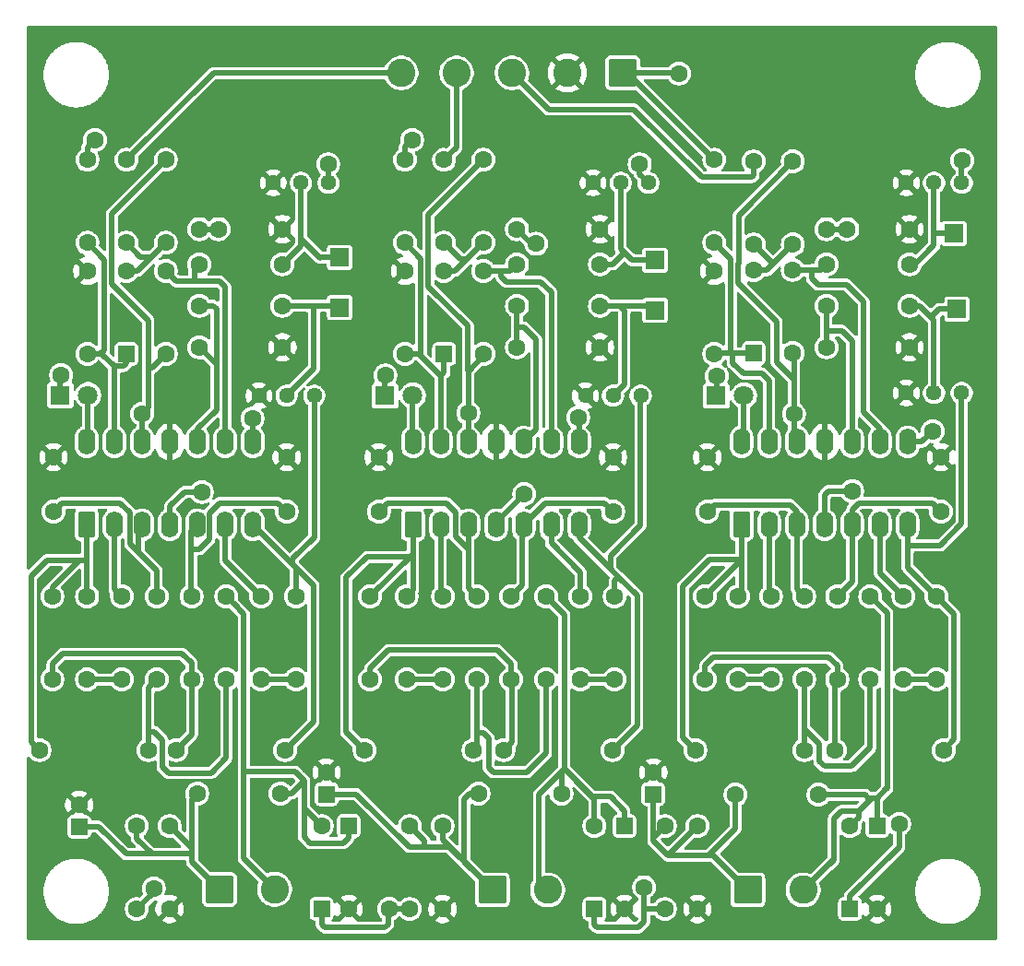
<source format=gbr>
%TF.GenerationSoftware,KiCad,Pcbnew,9.0.3*%
%TF.CreationDate,2026-01-26T07:36:02-05:00*%
%TF.ProjectId,CURRENT-SENSOR,43555252-454e-4542-9d53-454e534f522e,rev?*%
%TF.SameCoordinates,Original*%
%TF.FileFunction,Copper,L2,Bot*%
%TF.FilePolarity,Positive*%
%FSLAX46Y46*%
G04 Gerber Fmt 4.6, Leading zero omitted, Abs format (unit mm)*
G04 Created by KiCad (PCBNEW 9.0.3) date 2026-01-26 07:36:02*
%MOMM*%
%LPD*%
G01*
G04 APERTURE LIST*
G04 Aperture macros list*
%AMRoundRect*
0 Rectangle with rounded corners*
0 $1 Rounding radius*
0 $2 $3 $4 $5 $6 $7 $8 $9 X,Y pos of 4 corners*
0 Add a 4 corners polygon primitive as box body*
4,1,4,$2,$3,$4,$5,$6,$7,$8,$9,$2,$3,0*
0 Add four circle primitives for the rounded corners*
1,1,$1+$1,$2,$3*
1,1,$1+$1,$4,$5*
1,1,$1+$1,$6,$7*
1,1,$1+$1,$8,$9*
0 Add four rect primitives between the rounded corners*
20,1,$1+$1,$2,$3,$4,$5,0*
20,1,$1+$1,$4,$5,$6,$7,0*
20,1,$1+$1,$6,$7,$8,$9,0*
20,1,$1+$1,$8,$9,$2,$3,0*%
G04 Aperture macros list end*
%TA.AperFunction,ComponentPad*%
%ADD10RoundRect,0.250000X1.050000X1.050000X-1.050000X1.050000X-1.050000X-1.050000X1.050000X-1.050000X0*%
%TD*%
%TA.AperFunction,ComponentPad*%
%ADD11C,2.600000*%
%TD*%
%TA.AperFunction,ComponentPad*%
%ADD12C,1.600000*%
%TD*%
%TA.AperFunction,ComponentPad*%
%ADD13R,1.800000X1.800000*%
%TD*%
%TA.AperFunction,ComponentPad*%
%ADD14C,1.800000*%
%TD*%
%TA.AperFunction,ComponentPad*%
%ADD15RoundRect,0.250000X0.550000X-0.550000X0.550000X0.550000X-0.550000X0.550000X-0.550000X-0.550000X0*%
%TD*%
%TA.AperFunction,ComponentPad*%
%ADD16RoundRect,0.250000X0.550000X-0.950000X0.550000X0.950000X-0.550000X0.950000X-0.550000X-0.950000X0*%
%TD*%
%TA.AperFunction,ComponentPad*%
%ADD17O,1.600000X2.400000*%
%TD*%
%TA.AperFunction,ComponentPad*%
%ADD18R,1.700000X1.700000*%
%TD*%
%TA.AperFunction,ComponentPad*%
%ADD19C,1.440000*%
%TD*%
%TA.AperFunction,ComponentPad*%
%ADD20RoundRect,0.250000X-1.050000X-1.050000X1.050000X-1.050000X1.050000X1.050000X-1.050000X1.050000X0*%
%TD*%
%TA.AperFunction,ComponentPad*%
%ADD21RoundRect,0.250000X-0.550000X0.550000X-0.550000X-0.550000X0.550000X-0.550000X0.550000X0.550000X0*%
%TD*%
%TA.AperFunction,ViaPad*%
%ADD22C,1.600000*%
%TD*%
%TA.AperFunction,Conductor*%
%ADD23C,0.500000*%
%TD*%
G04 APERTURE END LIST*
D10*
%TO.P,ANALOG_OUT1,1,Pin_1*%
%TO.N,5V*%
X149935000Y-55000000D03*
D11*
%TO.P,ANALOG_OUT1,2,Pin_2*%
%TO.N,GND*%
X144855000Y-55000000D03*
%TO.P,ANALOG_OUT1,3,Pin_3*%
%TO.N,SIGNAL_OUT1*%
X139775000Y-55000000D03*
%TO.P,ANALOG_OUT1,4,Pin_4*%
%TO.N,SIGNAL_OUT2*%
X134695000Y-55000000D03*
%TO.P,ANALOG_OUT1,5,Pin_5*%
%TO.N,SIGNAL_OUT3*%
X129615000Y-55000000D03*
%TD*%
D12*
%TO.P,R12,1*%
%TO.N,Net-(D1-A)*%
X165550000Y-70750000D03*
%TO.P,R12,2*%
%TO.N,Net-(U1D-+)*%
X165550000Y-63130000D03*
%TD*%
D13*
%TO.P,D6,1,K*%
%TO.N,Net-(D6-K)*%
X98330000Y-84600000D03*
D14*
%TO.P,D6,2,A*%
%TO.N,Net-(D6-A)*%
X100870000Y-84600000D03*
%TD*%
D12*
%TO.P,R19,1*%
%TO.N,Net-(U7A--)*%
X133450000Y-103090000D03*
%TO.P,R19,2*%
%TO.N,Net-(R19-Pad2)*%
X133450000Y-110710000D03*
%TD*%
D15*
%TO.P,C13,1*%
%TO.N,Net-(CT_1-Pin_1)*%
X152750000Y-121250000D03*
D12*
%TO.P,C13,2*%
%TO.N,GND*%
X152750000Y-119250000D03*
%TD*%
%TO.P,R28,1*%
%TO.N,Net-(U7D-+)*%
X137150000Y-80810000D03*
%TO.P,R28,2*%
%TO.N,Net-(U7C--)*%
X137150000Y-73190000D03*
%TD*%
%TO.P,C7,1*%
%TO.N,GND*%
X149050000Y-90300000D03*
%TO.P,C7,2*%
%TO.N,Net-(U7B-+)*%
X149050000Y-95300000D03*
%TD*%
%TO.P,R1,1*%
%TO.N,Net-(C1-Pad2)*%
X160512500Y-103090000D03*
%TO.P,R1,2*%
%TO.N,Net-(R0-Pad2)*%
X160512500Y-110710000D03*
%TD*%
%TO.P,R54,1*%
%TO.N,Net-(CT_2-Pin_1)*%
X130400000Y-124190000D03*
%TO.P,R54,2*%
%TO.N,5V*%
X130400000Y-131810000D03*
%TD*%
D15*
%TO.P,D12,1,K*%
%TO.N,5V*%
X122300000Y-131810000D03*
D12*
%TO.P,D12,2,A*%
%TO.N,OUT_S3*%
X122300000Y-124190000D03*
%TD*%
%TO.P,C8,1*%
%TO.N,Net-(C8-Pad1)*%
X139000000Y-117200000D03*
%TO.P,C8,2*%
%TO.N,Net-(C8-Pad2)*%
X149000000Y-117200000D03*
%TD*%
%TO.P,R20,1*%
%TO.N,Net-(C6-Pad2)*%
X130100000Y-103090000D03*
%TO.P,R20,2*%
%TO.N,Net-(R19-Pad2)*%
X130100000Y-110710000D03*
%TD*%
D15*
%TO.P,D1,1,K*%
%TO.N,Net-(D1-K)*%
X161950000Y-80760000D03*
D12*
%TO.P,D1,2,A*%
%TO.N,Net-(D1-A)*%
X161950000Y-73140000D03*
%TD*%
D16*
%TO.P,U1,1*%
%TO.N,Net-(C1-Pad2)*%
X160840000Y-96510000D03*
D17*
%TO.P,U1,2,-*%
%TO.N,Net-(U1A--)*%
X163380000Y-96510000D03*
%TO.P,U1,3,+*%
%TO.N,Net-(U1A-+)*%
X165920000Y-96510000D03*
%TO.P,U1,4,V+*%
%TO.N,5V*%
X168460000Y-96510000D03*
%TO.P,U1,5,+*%
%TO.N,Net-(U1B-+)*%
X171000000Y-96510000D03*
%TO.P,U1,6,-*%
%TO.N,Net-(U1B--)*%
X173540000Y-96510000D03*
%TO.P,U1,7*%
%TO.N,Net-(C3-Pad2)*%
X176080000Y-96510000D03*
%TO.P,U1,8*%
%TO.N,Net-(U1D-+)*%
X176080000Y-88890000D03*
%TO.P,U1,9,-*%
%TO.N,Net-(U1C--)*%
X173540000Y-88890000D03*
%TO.P,U1,10,+*%
%TO.N,Net-(U1C-+)*%
X171000000Y-88890000D03*
%TO.P,U1,11,V-*%
%TO.N,GND*%
X168460000Y-88890000D03*
%TO.P,U1,12,+*%
%TO.N,Net-(U1D-+)*%
X165920000Y-88890000D03*
%TO.P,U1,13,-*%
%TO.N,Net-(D1-K)*%
X163380000Y-88890000D03*
%TO.P,U1,14*%
%TO.N,Net-(D2-A)*%
X160840000Y-88890000D03*
%TD*%
D12*
%TO.P,R23,1*%
%TO.N,Net-(U7B--)*%
X146050000Y-103090000D03*
%TO.P,R23,2*%
%TO.N,Net-(R23-Pad2)*%
X146050000Y-110710000D03*
%TD*%
%TO.P,R31,1*%
%TO.N,Net-(D3-K)*%
X129950000Y-70610000D03*
%TO.P,R31,2*%
%TO.N,5V*%
X129950000Y-62990000D03*
%TD*%
D16*
%TO.P,U9,1*%
%TO.N,Net-(C10-Pad2)*%
X100760000Y-96510000D03*
D17*
%TO.P,U9,2,-*%
%TO.N,Net-(U9A--)*%
X103300000Y-96510000D03*
%TO.P,U9,3,+*%
%TO.N,Net-(U9A-+)*%
X105840000Y-96510000D03*
%TO.P,U9,4,V+*%
%TO.N,5V*%
X108380000Y-96510000D03*
%TO.P,U9,5,+*%
%TO.N,Net-(U9B-+)*%
X110920000Y-96510000D03*
%TO.P,U9,6,-*%
%TO.N,Net-(U9B--)*%
X113460000Y-96510000D03*
%TO.P,U9,7*%
%TO.N,Net-(C12-Pad2)*%
X116000000Y-96510000D03*
%TO.P,U9,8*%
%TO.N,Net-(U9D-+)*%
X116000000Y-88890000D03*
%TO.P,U9,9,-*%
%TO.N,Net-(U9C--)*%
X113460000Y-88890000D03*
%TO.P,U9,10,+*%
%TO.N,Net-(U9C-+)*%
X110920000Y-88890000D03*
%TO.P,U9,11,V-*%
%TO.N,GND*%
X108380000Y-88890000D03*
%TO.P,U9,12,+*%
%TO.N,Net-(U9D-+)*%
X105840000Y-88890000D03*
%TO.P,U9,13,-*%
%TO.N,Net-(D5-K)*%
X103300000Y-88890000D03*
%TO.P,U9,14*%
%TO.N,Net-(D6-A)*%
X100760000Y-88890000D03*
%TD*%
D18*
%TO.P,J7,1,Pin_1*%
%TO.N,Net-(J7-Pin_1)*%
X152900000Y-76800000D03*
%TD*%
D12*
%TO.P,R25,1*%
%TO.N,Net-(J7-Pin_1)*%
X147860000Y-76400000D03*
%TO.P,R25,2*%
%TO.N,Net-(U7C-+)*%
X140240000Y-76400000D03*
%TD*%
%TO.P,R56,1*%
%TO.N,OUT_S2*%
X144310000Y-121200000D03*
%TO.P,R56,2*%
%TO.N,Net-(CT_2-Pin_1)*%
X136690000Y-121200000D03*
%TD*%
%TO.P,R5,1*%
%TO.N,Net-(C3-Pad1)*%
X169625000Y-110710000D03*
%TO.P,R5,2*%
%TO.N,Net-(U1B-+)*%
X169625000Y-103090000D03*
%TD*%
D19*
%TO.P,RV1,1,1*%
%TO.N,Net-(C3-Pad2)*%
X181050000Y-84400000D03*
%TO.P,RV1,2,2*%
%TO.N,Net-(J1-Pin_1)*%
X178510000Y-84400000D03*
%TO.P,RV1,3,3*%
%TO.N,GND*%
X175970000Y-84400000D03*
%TD*%
%TO.P,RV2,1,1*%
%TO.N,5V*%
X181050000Y-65100000D03*
%TO.P,RV2,2,2*%
%TO.N,Net-(J6-Pin_1)*%
X178510000Y-65100000D03*
%TO.P,RV2,3,3*%
%TO.N,GND*%
X175970000Y-65100000D03*
%TD*%
D13*
%TO.P,D4,1,K*%
%TO.N,Net-(D4-K)*%
X128130000Y-84650000D03*
D14*
%TO.P,D4,2,A*%
%TO.N,Net-(D4-A)*%
X130670000Y-84650000D03*
%TD*%
D12*
%TO.P,R14,1*%
%TO.N,Net-(D1-K)*%
X158350000Y-70610000D03*
%TO.P,R14,2*%
%TO.N,5V*%
X158350000Y-62990000D03*
%TD*%
%TO.P,R24,1*%
%TO.N,Net-(R23-Pad2)*%
X149200000Y-110710000D03*
%TO.P,R24,2*%
%TO.N,Net-(C8-Pad2)*%
X149200000Y-103090000D03*
%TD*%
%TO.P,C11,1*%
%TO.N,GND*%
X119100000Y-90300000D03*
%TO.P,C11,2*%
%TO.N,Net-(U9B-+)*%
X119100000Y-95300000D03*
%TD*%
%TO.P,R37,1*%
%TO.N,Net-(C10-Pad2)*%
X100785714Y-103090000D03*
%TO.P,R37,2*%
%TO.N,Net-(R36-Pad2)*%
X100785714Y-110710000D03*
%TD*%
%TO.P,C10,1*%
%TO.N,Net-(C10-Pad1)*%
X106400000Y-117200000D03*
%TO.P,C10,2*%
%TO.N,Net-(C10-Pad2)*%
X96400000Y-117200000D03*
%TD*%
%TO.P,R50,1*%
%TO.N,GND*%
X118710000Y-69350000D03*
%TO.P,R50,2*%
%TO.N,Net-(D6-K)*%
X111090000Y-69350000D03*
%TD*%
%TO.P,R6,1*%
%TO.N,Net-(U1B--)*%
X175700000Y-103090000D03*
%TO.P,R6,2*%
%TO.N,Net-(R6-Pad2)*%
X175700000Y-110710000D03*
%TD*%
%TO.P,R39,1*%
%TO.N,Net-(C12-Pad1)*%
X110364286Y-110710000D03*
%TO.P,R39,2*%
%TO.N,Net-(U9B-+)*%
X110364286Y-103090000D03*
%TD*%
D19*
%TO.P,RV5,1,1*%
%TO.N,Net-(C12-Pad2)*%
X121640000Y-84645000D03*
%TO.P,RV5,2,2*%
%TO.N,Net-(J9-Pin_1)*%
X119100000Y-84645000D03*
%TO.P,RV5,3,3*%
%TO.N,GND*%
X116560000Y-84645000D03*
%TD*%
D20*
%TO.P,CT_3,1,Pin_1*%
%TO.N,Net-(CT_3-Pin_1)*%
X112920000Y-130000000D03*
D11*
%TO.P,CT_3,2,Pin_2*%
%TO.N,OUT_S3*%
X118000000Y-130000000D03*
%TD*%
D12*
%TO.P,R18,1*%
%TO.N,Net-(C6-Pad1)*%
X136550000Y-110710000D03*
%TO.P,R18,2*%
%TO.N,Net-(U7A-+)*%
X136550000Y-103090000D03*
%TD*%
%TO.P,R9,1*%
%TO.N,GND*%
X176260000Y-80210000D03*
%TO.P,R9,2*%
%TO.N,Net-(U1C-+)*%
X168640000Y-80210000D03*
%TD*%
%TO.P,R10,1*%
%TO.N,Net-(J6-Pin_1)*%
X176260000Y-72590000D03*
%TO.P,R10,2*%
%TO.N,Net-(U1C--)*%
X168640000Y-72590000D03*
%TD*%
D18*
%TO.P,J10,1,Pin_1*%
%TO.N,Net-(J10-Pin_1)*%
X123950000Y-71950000D03*
%TD*%
D12*
%TO.P,C9,1*%
%TO.N,GND*%
X97700000Y-90300000D03*
%TO.P,C9,2*%
%TO.N,Net-(U9A-+)*%
X97700000Y-95300000D03*
%TD*%
%TO.P,R16,1*%
%TO.N,GND*%
X176260000Y-69350000D03*
%TO.P,R16,2*%
%TO.N,Net-(D2-K)*%
X168640000Y-69350000D03*
%TD*%
%TO.P,R38,1*%
%TO.N,Net-(C10-Pad2)*%
X97592857Y-103090000D03*
%TO.P,R38,2*%
%TO.N,Net-(C12-Pad1)*%
X97592857Y-110710000D03*
%TD*%
%TO.P,R58,1*%
%TO.N,GND*%
X108350000Y-131810000D03*
%TO.P,R58,2*%
%TO.N,Net-(CT_3-Pin_1)*%
X108350000Y-124190000D03*
%TD*%
D18*
%TO.P,J6,1,Pin_1*%
%TO.N,Net-(J6-Pin_1)*%
X180350000Y-69750000D03*
%TD*%
D12*
%TO.P,R3,1*%
%TO.N,OUT_S1*%
X172662500Y-103090000D03*
%TO.P,R3,2*%
%TO.N,Net-(C1-Pad1)*%
X172662500Y-110710000D03*
%TD*%
%TO.P,R40,1*%
%TO.N,Net-(U9B--)*%
X116750000Y-103090000D03*
%TO.P,R40,2*%
%TO.N,Net-(R40-Pad2)*%
X116750000Y-110710000D03*
%TD*%
D15*
%TO.P,D5,1,K*%
%TO.N,Net-(D5-K)*%
X104400000Y-80810000D03*
D12*
%TO.P,D5,2,A*%
%TO.N,Net-(D5-A)*%
X104400000Y-73190000D03*
%TD*%
%TO.P,R49,1*%
%TO.N,GND*%
X100800000Y-73190000D03*
%TO.P,R49,2*%
%TO.N,Net-(D5-K)*%
X100800000Y-80810000D03*
%TD*%
D20*
%TO.P,CT_1,1,Pin_1*%
%TO.N,Net-(CT_1-Pin_1)*%
X161420000Y-130050000D03*
D11*
%TO.P,CT_1,2,Pin_2*%
%TO.N,OUT_S1*%
X166500000Y-130050000D03*
%TD*%
D12*
%TO.P,R4,1*%
%TO.N,Net-(C1-Pad1)*%
X166587500Y-110710000D03*
%TO.P,R4,2*%
%TO.N,Net-(U1A-+)*%
X166587500Y-103090000D03*
%TD*%
D16*
%TO.P,U7,1*%
%TO.N,Net-(C6-Pad2)*%
X130680000Y-96510000D03*
D17*
%TO.P,U7,2,-*%
%TO.N,Net-(U7A--)*%
X133220000Y-96510000D03*
%TO.P,U7,3,+*%
%TO.N,Net-(U7A-+)*%
X135760000Y-96510000D03*
%TO.P,U7,4,V+*%
%TO.N,5V*%
X138300000Y-96510000D03*
%TO.P,U7,5,+*%
%TO.N,Net-(U7B-+)*%
X140840000Y-96510000D03*
%TO.P,U7,6,-*%
%TO.N,Net-(U7B--)*%
X143380000Y-96510000D03*
%TO.P,U7,7*%
%TO.N,Net-(C8-Pad2)*%
X145920000Y-96510000D03*
%TO.P,U7,8*%
%TO.N,Net-(U7D-+)*%
X145920000Y-88890000D03*
%TO.P,U7,9,-*%
%TO.N,Net-(U7C--)*%
X143380000Y-88890000D03*
%TO.P,U7,10,+*%
%TO.N,Net-(U7C-+)*%
X140840000Y-88890000D03*
%TO.P,U7,11,V-*%
%TO.N,GND*%
X138300000Y-88890000D03*
%TO.P,U7,12,+*%
%TO.N,Net-(U7D-+)*%
X135760000Y-88890000D03*
%TO.P,U7,13,-*%
%TO.N,Net-(D3-K)*%
X133220000Y-88890000D03*
%TO.P,U7,14*%
%TO.N,Net-(D4-A)*%
X130680000Y-88890000D03*
%TD*%
D15*
%TO.P,D7,1,K*%
%TO.N,5V*%
X170800000Y-131810000D03*
D12*
%TO.P,D7,2,A*%
%TO.N,OUT_S1*%
X170800000Y-124190000D03*
%TD*%
%TO.P,R57,1*%
%TO.N,Net-(CT_3-Pin_1)*%
X105350000Y-124190000D03*
%TO.P,R57,2*%
%TO.N,5V*%
X105350000Y-131810000D03*
%TD*%
D19*
%TO.P,RV3,1,1*%
%TO.N,Net-(C8-Pad2)*%
X151590000Y-84645000D03*
%TO.P,RV3,2,2*%
%TO.N,Net-(J7-Pin_1)*%
X149050000Y-84645000D03*
%TO.P,RV3,3,3*%
%TO.N,GND*%
X146510000Y-84645000D03*
%TD*%
D12*
%TO.P,R43,1*%
%TO.N,GND*%
X118710000Y-80210000D03*
%TO.P,R43,2*%
%TO.N,Net-(U9C-+)*%
X111090000Y-80210000D03*
%TD*%
%TO.P,C1,1*%
%TO.N,Net-(C1-Pad1)*%
X166600000Y-117200000D03*
%TO.P,C1,2*%
%TO.N,Net-(C1-Pad2)*%
X156600000Y-117200000D03*
%TD*%
D18*
%TO.P,J8,1,Pin_1*%
%TO.N,Net-(J8-Pin_1)*%
X152900000Y-72200000D03*
%TD*%
D12*
%TO.P,R59,1*%
%TO.N,OUT_S3*%
X118510000Y-121200000D03*
%TO.P,R59,2*%
%TO.N,Net-(CT_3-Pin_1)*%
X110890000Y-121200000D03*
%TD*%
%TO.P,C3,1*%
%TO.N,Net-(C3-Pad1)*%
X169400000Y-117200000D03*
%TO.P,C3,2*%
%TO.N,Net-(C3-Pad2)*%
X179400000Y-117200000D03*
%TD*%
%TO.P,R52,1*%
%TO.N,GND*%
X156800000Y-131810000D03*
%TO.P,R52,2*%
%TO.N,Net-(CT_1-Pin_1)*%
X156800000Y-124190000D03*
%TD*%
D21*
%TO.P,D8,1,K*%
%TO.N,OUT_S1*%
X173300000Y-124190000D03*
D12*
%TO.P,D8,2,A*%
%TO.N,GND*%
X173300000Y-131810000D03*
%TD*%
D19*
%TO.P,RV6,1,1*%
%TO.N,5V*%
X122940000Y-65100000D03*
%TO.P,RV6,2,2*%
%TO.N,Net-(J10-Pin_1)*%
X120400000Y-65100000D03*
%TO.P,RV6,3,3*%
%TO.N,GND*%
X117860000Y-65100000D03*
%TD*%
D12*
%TO.P,R27,1*%
%TO.N,Net-(J8-Pin_1)*%
X147860000Y-72590000D03*
%TO.P,R27,2*%
%TO.N,Net-(U7C--)*%
X140240000Y-72590000D03*
%TD*%
D13*
%TO.P,D2,1,K*%
%TO.N,Net-(D2-K)*%
X158530000Y-84650000D03*
D14*
%TO.P,D2,2,A*%
%TO.N,Net-(D2-A)*%
X161070000Y-84650000D03*
%TD*%
D12*
%TO.P,C6,1*%
%TO.N,Net-(C6-Pad1)*%
X136250000Y-117200000D03*
%TO.P,C6,2*%
%TO.N,Net-(C6-Pad2)*%
X126250000Y-117200000D03*
%TD*%
%TO.P,R53,1*%
%TO.N,OUT_S1*%
X167910000Y-121300000D03*
%TO.P,R53,2*%
%TO.N,Net-(CT_1-Pin_1)*%
X160290000Y-121300000D03*
%TD*%
%TO.P,R2,1*%
%TO.N,Net-(C1-Pad2)*%
X157475000Y-103090000D03*
%TO.P,R2,2*%
%TO.N,Net-(C3-Pad1)*%
X157475000Y-110710000D03*
%TD*%
%TO.P,R44,1*%
%TO.N,Net-(J10-Pin_1)*%
X118710000Y-72590000D03*
%TO.P,R44,2*%
%TO.N,Net-(U9C--)*%
X111090000Y-72590000D03*
%TD*%
%TO.P,C5,1*%
%TO.N,GND*%
X127550000Y-90300000D03*
%TO.P,C5,2*%
%TO.N,Net-(U7A-+)*%
X127550000Y-95300000D03*
%TD*%
%TO.P,R30,1*%
%TO.N,SIGNAL_OUT2*%
X133550000Y-62990000D03*
%TO.P,R30,2*%
%TO.N,Net-(D3-A)*%
X133550000Y-70610000D03*
%TD*%
D18*
%TO.P,J9,1,Pin_1*%
%TO.N,Net-(J9-Pin_1)*%
X123950000Y-76550000D03*
%TD*%
D12*
%TO.P,R11,1*%
%TO.N,Net-(U1D-+)*%
X165550000Y-80710000D03*
%TO.P,R11,2*%
%TO.N,Net-(U1C--)*%
X165550000Y-73090000D03*
%TD*%
D21*
%TO.P,D10,1,K*%
%TO.N,OUT_S2*%
X150100000Y-124190000D03*
D12*
%TO.P,D10,2,A*%
%TO.N,GND*%
X150100000Y-131810000D03*
%TD*%
%TO.P,R45,1*%
%TO.N,Net-(U9D-+)*%
X108000000Y-80810000D03*
%TO.P,R45,2*%
%TO.N,Net-(U9C--)*%
X108000000Y-73190000D03*
%TD*%
%TO.P,C12,1*%
%TO.N,Net-(C12-Pad1)*%
X108950000Y-117200000D03*
%TO.P,C12,2*%
%TO.N,Net-(C12-Pad2)*%
X118950000Y-117200000D03*
%TD*%
D19*
%TO.P,RV4,1,1*%
%TO.N,5V*%
X152300000Y-65100000D03*
%TO.P,RV4,2,2*%
%TO.N,Net-(J8-Pin_1)*%
X149760000Y-65100000D03*
%TO.P,RV4,3,3*%
%TO.N,GND*%
X147220000Y-65100000D03*
%TD*%
D12*
%TO.P,R46,1*%
%TO.N,Net-(D5-A)*%
X108000000Y-70610000D03*
%TO.P,R46,2*%
%TO.N,Net-(U9D-+)*%
X108000000Y-62990000D03*
%TD*%
%TO.P,R13,1*%
%TO.N,GND*%
X158350000Y-73190000D03*
%TO.P,R13,2*%
%TO.N,Net-(D1-K)*%
X158350000Y-80810000D03*
%TD*%
%TO.P,R17,1*%
%TO.N,OUT_S2*%
X142900000Y-103090000D03*
%TO.P,R17,2*%
%TO.N,Net-(C6-Pad1)*%
X142900000Y-110710000D03*
%TD*%
D15*
%TO.P,D9,1,K*%
%TO.N,5V*%
X147350000Y-131810000D03*
D12*
%TO.P,D9,2,A*%
%TO.N,OUT_S2*%
X147350000Y-124190000D03*
%TD*%
%TO.P,R0,1*%
%TO.N,Net-(U1A--)*%
X163550000Y-103090000D03*
%TO.P,R0,2*%
%TO.N,Net-(R0-Pad2)*%
X163550000Y-110710000D03*
%TD*%
%TO.P,R48,1*%
%TO.N,Net-(D5-K)*%
X100800000Y-70610000D03*
%TO.P,R48,2*%
%TO.N,5V*%
X100800000Y-62990000D03*
%TD*%
D21*
%TO.P,D11,1,K*%
%TO.N,OUT_S3*%
X124800000Y-124190000D03*
D12*
%TO.P,D11,2,A*%
%TO.N,GND*%
X124800000Y-131810000D03*
%TD*%
%TO.P,R34,1*%
%TO.N,OUT_S3*%
X113557143Y-103090000D03*
%TO.P,R34,2*%
%TO.N,Net-(C10-Pad1)*%
X113557143Y-110710000D03*
%TD*%
D15*
%TO.P,D3,1,K*%
%TO.N,Net-(D3-K)*%
X133550000Y-80810000D03*
D12*
%TO.P,D3,2,A*%
%TO.N,Net-(D3-A)*%
X133550000Y-73190000D03*
%TD*%
%TO.P,R33,1*%
%TO.N,GND*%
X147860000Y-69350000D03*
%TO.P,R33,2*%
%TO.N,Net-(D4-K)*%
X140240000Y-69350000D03*
%TD*%
D18*
%TO.P,J1,1,Pin_1*%
%TO.N,Net-(J1-Pin_1)*%
X180600000Y-76700000D03*
%TD*%
D12*
%TO.P,C4,1*%
%TO.N,GND*%
X179150000Y-90300000D03*
%TO.P,C4,2*%
%TO.N,Net-(U1B-+)*%
X179150000Y-95300000D03*
%TD*%
%TO.P,R36,1*%
%TO.N,Net-(U9A--)*%
X103978571Y-103090000D03*
%TO.P,R36,2*%
%TO.N,Net-(R36-Pad2)*%
X103978571Y-110710000D03*
%TD*%
%TO.P,R8,1*%
%TO.N,Net-(J1-Pin_1)*%
X176260000Y-76400000D03*
%TO.P,R8,2*%
%TO.N,Net-(U1C-+)*%
X168640000Y-76400000D03*
%TD*%
%TO.P,R35,1*%
%TO.N,Net-(C10-Pad1)*%
X107171428Y-110710000D03*
%TO.P,R35,2*%
%TO.N,Net-(U9A-+)*%
X107171428Y-103090000D03*
%TD*%
%TO.P,R15,1*%
%TO.N,SIGNAL_OUT1*%
X161950000Y-63140000D03*
%TO.P,R15,2*%
%TO.N,Net-(D1-A)*%
X161950000Y-70760000D03*
%TD*%
%TO.P,C2,1*%
%TO.N,GND*%
X157700000Y-90300000D03*
%TO.P,C2,2*%
%TO.N,Net-(U1A-+)*%
X157700000Y-95300000D03*
%TD*%
%TO.P,R47,1*%
%TO.N,SIGNAL_OUT3*%
X104400000Y-62990000D03*
%TO.P,R47,2*%
%TO.N,Net-(D5-A)*%
X104400000Y-70610000D03*
%TD*%
D15*
%TO.P,C14,1*%
%TO.N,Net-(CT_2-Pin_1)*%
X122750000Y-121250000D03*
D12*
%TO.P,C14,2*%
%TO.N,GND*%
X122750000Y-119250000D03*
%TD*%
%TO.P,R22,1*%
%TO.N,Net-(C8-Pad1)*%
X139700000Y-110710000D03*
%TO.P,R22,2*%
%TO.N,Net-(U7B-+)*%
X139700000Y-103090000D03*
%TD*%
%TO.P,R21,1*%
%TO.N,Net-(C6-Pad2)*%
X126750000Y-103090000D03*
%TO.P,R21,2*%
%TO.N,Net-(C8-Pad1)*%
X126750000Y-110710000D03*
%TD*%
D20*
%TO.P,CT_2,1,Pin_1*%
%TO.N,Net-(CT_2-Pin_1)*%
X137970000Y-130050000D03*
D11*
%TO.P,CT_2,2,Pin_2*%
%TO.N,OUT_S2*%
X143050000Y-130050000D03*
%TD*%
D12*
%TO.P,R42,1*%
%TO.N,Net-(J9-Pin_1)*%
X118710000Y-76400000D03*
%TO.P,R42,2*%
%TO.N,Net-(U9C-+)*%
X111090000Y-76400000D03*
%TD*%
%TO.P,R7,1*%
%TO.N,Net-(R6-Pad2)*%
X178737500Y-110710000D03*
%TO.P,R7,2*%
%TO.N,Net-(C3-Pad2)*%
X178737500Y-103090000D03*
%TD*%
%TO.P,R29,1*%
%TO.N,Net-(D3-A)*%
X137150000Y-70610000D03*
%TO.P,R29,2*%
%TO.N,Net-(U7D-+)*%
X137150000Y-62990000D03*
%TD*%
D15*
%TO.P,C15,1*%
%TO.N,Net-(CT_3-Pin_1)*%
X100050000Y-124250000D03*
D12*
%TO.P,C15,2*%
%TO.N,GND*%
X100050000Y-122250000D03*
%TD*%
%TO.P,R26,1*%
%TO.N,GND*%
X147860000Y-80210000D03*
%TO.P,R26,2*%
%TO.N,Net-(U7C-+)*%
X140240000Y-80210000D03*
%TD*%
%TO.P,R41,1*%
%TO.N,Net-(R40-Pad2)*%
X119942857Y-110710000D03*
%TO.P,R41,2*%
%TO.N,Net-(C12-Pad2)*%
X119942857Y-103090000D03*
%TD*%
%TO.P,R51,1*%
%TO.N,Net-(CT_1-Pin_1)*%
X153800000Y-124190000D03*
%TO.P,R51,2*%
%TO.N,5V*%
X153800000Y-131810000D03*
%TD*%
%TO.P,R32,1*%
%TO.N,GND*%
X129950000Y-73190000D03*
%TO.P,R32,2*%
%TO.N,Net-(D3-K)*%
X129950000Y-80810000D03*
%TD*%
%TO.P,R55,1*%
%TO.N,GND*%
X133400000Y-131810000D03*
%TO.P,R55,2*%
%TO.N,Net-(CT_2-Pin_1)*%
X133400000Y-124190000D03*
%TD*%
D22*
%TO.N,Net-(D2-K)*%
X170550000Y-69350000D03*
X158575000Y-82825000D03*
%TO.N,Net-(D4-K)*%
X142000000Y-70700000D03*
X128150000Y-82800000D03*
%TO.N,Net-(D6-K)*%
X112850000Y-69350000D03*
X98400000Y-82750000D03*
%TO.N,5V*%
X122900000Y-63400000D03*
X155100000Y-55050000D03*
X106900000Y-129900000D03*
X171000000Y-93400000D03*
X140900000Y-93700000D03*
X128500000Y-131800000D03*
X101500000Y-61150000D03*
X111300000Y-93500000D03*
X175300000Y-124000000D03*
X151500000Y-63400000D03*
X151900000Y-129800000D03*
X181100000Y-63050000D03*
X130600000Y-61150000D03*
%TO.N,Net-(U1D-+)*%
X178400000Y-87900000D03*
X165650000Y-86350000D03*
%TO.N,Net-(U7D-+)*%
X145850000Y-86650000D03*
X135760000Y-86250000D03*
%TO.N,Net-(U9D-+)*%
X105840000Y-86300000D03*
X115950000Y-86750000D03*
%TD*%
D23*
%TO.N,Net-(C1-Pad2)*%
X155450000Y-116050000D02*
X156600000Y-117200000D01*
X160840000Y-96510000D02*
X160840000Y-96760000D01*
X160840000Y-96510000D02*
X160840000Y-102762500D01*
X160840000Y-96510000D02*
X160840000Y-99725000D01*
X160840000Y-102762500D02*
X160512500Y-103090000D01*
X160840000Y-99725000D02*
X157475000Y-103090000D01*
X155450000Y-102150000D02*
X155450000Y-116050000D01*
X160840000Y-99725000D02*
X157875000Y-99725000D01*
X157875000Y-99725000D02*
X155450000Y-102150000D01*
%TO.N,Net-(C1-Pad1)*%
X166600000Y-114000000D02*
X166600000Y-112600000D01*
X166600000Y-114000000D02*
X166600000Y-117200000D01*
X166600000Y-112600000D02*
X166600000Y-110722500D01*
X168000000Y-116650000D02*
X168000000Y-118250000D01*
X170900000Y-118700000D02*
X172662500Y-116937500D01*
X168450000Y-118700000D02*
X170900000Y-118700000D01*
X166600000Y-117200000D02*
X166600000Y-115250000D01*
X166600000Y-115250000D02*
X166600000Y-114700000D01*
X166600000Y-115250000D02*
X168000000Y-116650000D01*
X166600000Y-110722500D02*
X166587500Y-110710000D01*
X166600000Y-114700000D02*
X166600000Y-114000000D01*
X172662500Y-116937500D02*
X172662500Y-110710000D01*
X168000000Y-118250000D02*
X168450000Y-118700000D01*
%TO.N,Net-(U1A-+)*%
X165920000Y-102422500D02*
X166587500Y-103090000D01*
X165349000Y-94699000D02*
X165920000Y-95270000D01*
X157700000Y-95300000D02*
X158301000Y-94699000D01*
X165920000Y-95270000D02*
X165920000Y-96510000D01*
X158301000Y-94699000D02*
X165349000Y-94699000D01*
X165920000Y-96510000D02*
X165920000Y-102422500D01*
%TO.N,Net-(C3-Pad1)*%
X168850000Y-108700000D02*
X169625000Y-109475000D01*
X169625000Y-109475000D02*
X169625000Y-110710000D01*
X169400000Y-110935000D02*
X169625000Y-110710000D01*
X169400000Y-117200000D02*
X169400000Y-110935000D01*
X157475000Y-109475000D02*
X158250000Y-108700000D01*
X157475000Y-110710000D02*
X157475000Y-109475000D01*
X158250000Y-108700000D02*
X168850000Y-108700000D01*
%TO.N,Net-(C3-Pad2)*%
X179400000Y-117200000D02*
X180350000Y-116250000D01*
X180350000Y-116250000D02*
X180350000Y-104702500D01*
X181050000Y-96400000D02*
X181050000Y-84400000D01*
X176080000Y-96510000D02*
X176080000Y-100150000D01*
X176400000Y-98400000D02*
X179050000Y-98400000D01*
X179050000Y-98400000D02*
X181050000Y-96400000D01*
X176080000Y-100150000D02*
X176080000Y-100432500D01*
X180350000Y-104702500D02*
X178737500Y-103090000D01*
X176080000Y-100432500D02*
X178737500Y-103090000D01*
%TO.N,Net-(U1B-+)*%
X179150000Y-95300000D02*
X178350001Y-94500001D01*
X171599999Y-94500001D02*
X171000000Y-95100000D01*
X171000000Y-95100000D02*
X171000000Y-96510000D01*
X171000000Y-101715000D02*
X171000000Y-96510000D01*
X178350001Y-94500001D02*
X171599999Y-94500001D01*
X169625000Y-103090000D02*
X171000000Y-101715000D01*
%TO.N,Net-(U7A-+)*%
X134600000Y-97590000D02*
X134600000Y-95350000D01*
X128349999Y-94500001D02*
X133300000Y-94500001D01*
X135760000Y-96510000D02*
X135760000Y-98750000D01*
X133300000Y-94500001D02*
X133750001Y-94500001D01*
X133750001Y-94500001D02*
X134600000Y-95350000D01*
X134600000Y-95650000D02*
X134600000Y-97590000D01*
X135760000Y-98750000D02*
X134600000Y-97590000D01*
X135760000Y-102300000D02*
X136550000Y-103090000D01*
X133300000Y-94500001D02*
X133450001Y-94500001D01*
X135760000Y-98750000D02*
X135760000Y-102300000D01*
X127550000Y-95300000D02*
X128349999Y-94500001D01*
%TO.N,Net-(C6-Pad2)*%
X126450000Y-99450000D02*
X130550000Y-99450000D01*
X124550000Y-115500000D02*
X124550000Y-101350000D01*
X130680000Y-102510000D02*
X130100000Y-103090000D01*
X130680000Y-99320000D02*
X130680000Y-96510000D01*
X130680000Y-96510000D02*
X130680000Y-99160000D01*
X130550000Y-99450000D02*
X130680000Y-99320000D01*
X130680000Y-99160000D02*
X126750000Y-103090000D01*
X126250000Y-117200000D02*
X124550000Y-115500000D01*
X130680000Y-96510000D02*
X130680000Y-102510000D01*
X124550000Y-101350000D02*
X126450000Y-99450000D01*
%TO.N,Net-(C6-Pad1)*%
X137150000Y-115600000D02*
X137650000Y-116100000D01*
X138050000Y-119250000D02*
X141150000Y-119250000D01*
X136550000Y-115600000D02*
X137150000Y-115600000D01*
X137650000Y-118850000D02*
X138050000Y-119250000D01*
X136550000Y-115600000D02*
X136550000Y-116900000D01*
X142900000Y-117500000D02*
X142900000Y-110710000D01*
X137650000Y-116100000D02*
X137650000Y-118850000D01*
X141150000Y-119250000D02*
X142900000Y-117500000D01*
X136550000Y-116900000D02*
X136250000Y-117200000D01*
X136550000Y-110710000D02*
X136550000Y-115600000D01*
%TO.N,Net-(U7B-+)*%
X140750000Y-96600000D02*
X140840000Y-96510000D01*
X149050000Y-95300000D02*
X148250001Y-94500001D01*
X140750000Y-102040000D02*
X140750000Y-96600000D01*
X139700000Y-103090000D02*
X140750000Y-102040000D01*
X148250001Y-94500001D02*
X142849999Y-94500001D01*
X142849999Y-94500001D02*
X140840000Y-96510000D01*
%TO.N,Net-(C8-Pad2)*%
X148800000Y-99350000D02*
X148800000Y-100550000D01*
X151550000Y-96600000D02*
X148800000Y-99350000D01*
X145920000Y-97670000D02*
X145920000Y-96510000D01*
X149000000Y-117200000D02*
X151250000Y-114950000D01*
X149200000Y-101650000D02*
X149550000Y-101300000D01*
X151550000Y-84685000D02*
X151550000Y-96600000D01*
X149200000Y-103090000D02*
X149200000Y-101650000D01*
X149550000Y-101300000D02*
X148800000Y-100550000D01*
X151250000Y-103000000D02*
X149550000Y-101300000D01*
X148800000Y-100550000D02*
X145920000Y-97670000D01*
X151250000Y-114950000D02*
X151250000Y-103000000D01*
X151590000Y-84645000D02*
X151550000Y-84685000D01*
%TO.N,Net-(C8-Pad1)*%
X138450000Y-108000000D02*
X139700000Y-109250000D01*
X139750000Y-110760000D02*
X139750000Y-116450000D01*
X126750000Y-110710000D02*
X126750000Y-109650000D01*
X139700000Y-109250000D02*
X139700000Y-110710000D01*
X139750000Y-116450000D02*
X139000000Y-117200000D01*
X139700000Y-110710000D02*
X139750000Y-110760000D01*
X128400000Y-108000000D02*
X138450000Y-108000000D01*
X126750000Y-109650000D02*
X128400000Y-108000000D01*
%TO.N,Net-(U9A-+)*%
X104750000Y-95420000D02*
X104750000Y-98300000D01*
X104750000Y-98300000D02*
X105500000Y-99050000D01*
X105500000Y-99050000D02*
X105500000Y-96850000D01*
X103830001Y-94500001D02*
X104750000Y-95420000D01*
X107171428Y-100721428D02*
X107171428Y-103090000D01*
X97700000Y-95300000D02*
X98499999Y-94500001D01*
X105500000Y-96850000D02*
X105840000Y-96510000D01*
X98499999Y-94500001D02*
X103830001Y-94500001D01*
X105500000Y-99050000D02*
X107171428Y-100721428D01*
%TO.N,Net-(C10-Pad2)*%
X97100000Y-99750000D02*
X95650000Y-101200000D01*
X100760000Y-103064286D02*
X100785714Y-103090000D01*
X95650000Y-116450000D02*
X96400000Y-117200000D01*
X100760000Y-99750000D02*
X100760000Y-103064286D01*
X97592857Y-102207143D02*
X97592857Y-103090000D01*
X100760000Y-99750000D02*
X100050000Y-99750000D01*
X100760000Y-99750000D02*
X97100000Y-99750000D01*
X100050000Y-99750000D02*
X97592857Y-102207143D01*
X95650000Y-101200000D02*
X95650000Y-116450000D01*
X100760000Y-96510000D02*
X100760000Y-99750000D01*
%TO.N,Net-(C10-Pad1)*%
X106400000Y-111481428D02*
X107171428Y-110710000D01*
X107700000Y-116300000D02*
X107700000Y-118750000D01*
X113557143Y-117892857D02*
X113557143Y-110710000D01*
X106400000Y-115500000D02*
X106900000Y-115500000D01*
X112150000Y-119300000D02*
X113557143Y-117892857D01*
X106400000Y-117200000D02*
X106400000Y-116000000D01*
X107700000Y-118750000D02*
X108250000Y-119300000D01*
X106400000Y-115500000D02*
X106400000Y-111481428D01*
X108250000Y-119300000D02*
X112150000Y-119300000D01*
X106400000Y-116000000D02*
X106400000Y-115500000D01*
X106900000Y-115500000D02*
X107700000Y-116300000D01*
%TO.N,Net-(U9B-+)*%
X112929999Y-94500001D02*
X118300001Y-94500001D01*
X110350000Y-97500000D02*
X110350000Y-97080000D01*
X110350000Y-98750000D02*
X111100000Y-98750000D01*
X110350000Y-97500000D02*
X110350000Y-98750000D01*
X110920000Y-96510000D02*
X110350000Y-97080000D01*
X112000000Y-97850000D02*
X112000000Y-95430000D01*
X110350000Y-98750000D02*
X110350000Y-103075714D01*
X118300001Y-94500001D02*
X119100000Y-95300000D01*
X111100000Y-98750000D02*
X112000000Y-97850000D01*
X110350000Y-103075714D02*
X110364286Y-103090000D01*
X112000000Y-95430000D02*
X112929999Y-94500001D01*
%TO.N,Net-(C12-Pad2)*%
X119695000Y-100205000D02*
X119942857Y-100452857D01*
X119942857Y-100452857D02*
X119942857Y-103090000D01*
X121550000Y-102060000D02*
X121550000Y-114600000D01*
X119650000Y-100160000D02*
X119695000Y-100205000D01*
X121640000Y-97660000D02*
X119650000Y-99650000D01*
X121640000Y-84645000D02*
X121640000Y-97660000D01*
X116000000Y-96510000D02*
X121550000Y-102060000D01*
X119650000Y-99650000D02*
X119650000Y-100160000D01*
X121550000Y-114600000D02*
X118950000Y-117200000D01*
X116000000Y-96510000D02*
X119695000Y-100205000D01*
%TO.N,Net-(C12-Pad1)*%
X97592857Y-109307143D02*
X98550000Y-108350000D01*
X110400000Y-110745714D02*
X110364286Y-110710000D01*
X110400000Y-115750000D02*
X110400000Y-110745714D01*
X98550000Y-108350000D02*
X109500000Y-108350000D01*
X110364286Y-109214286D02*
X110364286Y-110710000D01*
X108950000Y-117200000D02*
X110400000Y-115750000D01*
X97592857Y-110710000D02*
X97592857Y-109307143D01*
X109500000Y-108350000D02*
X110364286Y-109214286D01*
%TO.N,Net-(D1-A)*%
X163160000Y-73140000D02*
X163925000Y-72375000D01*
X163925000Y-72375000D02*
X165550000Y-70750000D01*
X161950000Y-73140000D02*
X163160000Y-73140000D01*
X163565000Y-72375000D02*
X161950000Y-70760000D01*
X163925000Y-72375000D02*
X163565000Y-72375000D01*
%TO.N,Net-(D1-K)*%
X162725000Y-82600000D02*
X163380000Y-83255000D01*
X158400000Y-80760000D02*
X158350000Y-80810000D01*
X160050000Y-80760000D02*
X158400000Y-80760000D01*
X163380000Y-83255000D02*
X163380000Y-88890000D01*
X161950000Y-80760000D02*
X160050000Y-80760000D01*
X160050000Y-80760000D02*
X160050000Y-81650000D01*
X159850000Y-72110000D02*
X159850000Y-80560000D01*
X162925000Y-88435000D02*
X163380000Y-88890000D01*
X159850000Y-80560000D02*
X160050000Y-80760000D01*
X160050000Y-81650000D02*
X161000000Y-82600000D01*
X158350000Y-70610000D02*
X159850000Y-72110000D01*
X161000000Y-82600000D02*
X162725000Y-82600000D01*
%TO.N,Net-(D2-A)*%
X161070000Y-84650000D02*
X161070000Y-88660000D01*
X161070000Y-88660000D02*
X160840000Y-88890000D01*
%TO.N,Net-(D2-K)*%
X158575000Y-84605000D02*
X158530000Y-84650000D01*
X158530000Y-83990000D02*
X158530000Y-84650000D01*
X158575000Y-82825000D02*
X158575000Y-84605000D01*
X168640000Y-69350000D02*
X170550000Y-69350000D01*
%TO.N,Net-(D3-K)*%
X133550000Y-82520000D02*
X133550000Y-80810000D01*
X133220000Y-83050000D02*
X133220000Y-88890000D01*
X131180000Y-80810000D02*
X129950000Y-80810000D01*
X133220000Y-82850000D02*
X133550000Y-82520000D01*
X131385000Y-81015000D02*
X131180000Y-80810000D01*
X131400000Y-81000000D02*
X131385000Y-81015000D01*
X131400000Y-74889950D02*
X131400000Y-81000000D01*
X131400000Y-72060000D02*
X131400000Y-74889950D01*
X133220000Y-82850000D02*
X131385000Y-81015000D01*
X133220000Y-83050000D02*
X133220000Y-82850000D01*
X129950000Y-70610000D02*
X131400000Y-72060000D01*
%TO.N,Net-(D3-A)*%
X135070000Y-72130000D02*
X133550000Y-70610000D01*
X135630000Y-72130000D02*
X135070000Y-72130000D01*
X134570000Y-73190000D02*
X135630000Y-72130000D01*
X135630000Y-72130000D02*
X137150000Y-70610000D01*
X133550000Y-73190000D02*
X134570000Y-73190000D01*
%TO.N,Net-(D4-A)*%
X130670000Y-84650000D02*
X130670000Y-88880000D01*
X130670000Y-88880000D02*
X130680000Y-88890000D01*
%TO.N,Net-(D4-K)*%
X128130000Y-84650000D02*
X128130000Y-82820000D01*
X141590000Y-70700000D02*
X142000000Y-70700000D01*
X128130000Y-82820000D02*
X128150000Y-82800000D01*
X140240000Y-69350000D02*
X141590000Y-70700000D01*
%TO.N,Net-(D5-A)*%
X105420000Y-73190000D02*
X106705000Y-71905000D01*
X106705000Y-71905000D02*
X108000000Y-70610000D01*
X104400000Y-73190000D02*
X105420000Y-73190000D01*
X105695000Y-71905000D02*
X106705000Y-71905000D01*
X104400000Y-70610000D02*
X105695000Y-71905000D01*
%TO.N,Net-(D5-K)*%
X103250000Y-81950000D02*
X102225000Y-80925000D01*
X101992000Y-80810000D02*
X102051000Y-80751000D01*
X104100000Y-81950000D02*
X104400000Y-81650000D01*
X103250000Y-88840000D02*
X103300000Y-88890000D01*
X100800000Y-70610000D02*
X102350000Y-72160000D01*
X103250000Y-81950000D02*
X104100000Y-81950000D01*
X102350000Y-72160000D02*
X102350000Y-80452000D01*
X104400000Y-81650000D02*
X104400000Y-80810000D01*
X102051000Y-80751000D02*
X102225000Y-80925000D01*
X100800000Y-80810000D02*
X101992000Y-80810000D01*
X103250000Y-84250000D02*
X103250000Y-81950000D01*
X102350000Y-80452000D02*
X102051000Y-80751000D01*
X103250000Y-84250000D02*
X103250000Y-88840000D01*
%TO.N,Net-(D6-K)*%
X98330000Y-82820000D02*
X98400000Y-82750000D01*
X98330000Y-84600000D02*
X98330000Y-82820000D01*
X111090000Y-69350000D02*
X112850000Y-69350000D01*
%TO.N,Net-(D6-A)*%
X100870000Y-88780000D02*
X100760000Y-88890000D01*
X100870000Y-84600000D02*
X100870000Y-88780000D01*
%TO.N,Net-(CT_1-Pin_1)*%
X154090000Y-126900000D02*
X158247500Y-126900000D01*
X158247500Y-126900000D02*
X161420000Y-130072500D01*
X157850000Y-126900000D02*
X160290000Y-124460000D01*
X152750000Y-125560000D02*
X154090000Y-126900000D01*
X152750000Y-121250000D02*
X152750000Y-125560000D01*
X152820000Y-125170000D02*
X153800000Y-124190000D01*
X160290000Y-124460000D02*
X160290000Y-121300000D01*
X154090000Y-126900000D02*
X156800000Y-124190000D01*
X156190000Y-126900000D02*
X157850000Y-126900000D01*
%TO.N,Net-(CT_2-Pin_1)*%
X131750000Y-125540000D02*
X131750000Y-126100000D01*
X131750000Y-126100000D02*
X130350000Y-126100000D01*
X135400000Y-127480000D02*
X137970000Y-130050000D01*
X130350000Y-126100000D02*
X125500000Y-121250000D01*
X136690000Y-121200000D02*
X135900000Y-121200000D01*
X133400000Y-125480000D02*
X137970000Y-130050000D01*
X135400000Y-121700000D02*
X135400000Y-127480000D01*
X137970000Y-130050000D02*
X134020000Y-126100000D01*
X135900000Y-121200000D02*
X135400000Y-121700000D01*
X137950000Y-130050000D02*
X137970000Y-130050000D01*
X130400000Y-124190000D02*
X131750000Y-125540000D01*
X134020000Y-126100000D02*
X131750000Y-126100000D01*
X125500000Y-121250000D02*
X122750000Y-121250000D01*
X133400000Y-124190000D02*
X133400000Y-125480000D01*
%TO.N,Net-(CT_3-Pin_1)*%
X110400000Y-127480000D02*
X110400000Y-127250000D01*
X112920000Y-130000000D02*
X110400000Y-127480000D01*
X110250000Y-126750000D02*
X110400000Y-126600000D01*
X104350000Y-126750000D02*
X101850000Y-124250000D01*
X107250000Y-126750000D02*
X110250000Y-126750000D01*
X110400000Y-126600000D02*
X110400000Y-121690000D01*
X101850000Y-124250000D02*
X100050000Y-124250000D01*
X106750000Y-126750000D02*
X104350000Y-126750000D01*
X110400000Y-127250000D02*
X110400000Y-126240000D01*
X110400000Y-126240000D02*
X108350000Y-124190000D01*
X105350000Y-124190000D02*
X105350000Y-125350000D01*
X110400000Y-127480000D02*
X110400000Y-126600000D01*
X105350000Y-125350000D02*
X106750000Y-126750000D01*
X107850000Y-126750000D02*
X107250000Y-126750000D01*
X110400000Y-121690000D02*
X110890000Y-121200000D01*
X107250000Y-126750000D02*
X106750000Y-126750000D01*
%TO.N,SIGNAL_OUT1*%
X161950000Y-64400000D02*
X161950000Y-63140000D01*
X143125000Y-58350000D02*
X150950000Y-58350000D01*
X157200000Y-64600000D02*
X161750000Y-64600000D01*
X139775000Y-55000000D02*
X143125000Y-58350000D01*
X150950000Y-58350000D02*
X157200000Y-64600000D01*
X161750000Y-64600000D02*
X161950000Y-64400000D01*
%TO.N,SIGNAL_OUT2*%
X134695000Y-61845000D02*
X133550000Y-62990000D01*
X134695000Y-55000000D02*
X134695000Y-61845000D01*
%TO.N,5V*%
X128400000Y-131900000D02*
X128500000Y-131800000D01*
X130400000Y-131810000D02*
X128510000Y-131810000D01*
X151900000Y-129800000D02*
X151900000Y-132000000D01*
X152300000Y-65100000D02*
X151500000Y-64300000D01*
X105350000Y-131810000D02*
X106900000Y-130260000D01*
X175300000Y-126100000D02*
X175300000Y-124000000D01*
X152090000Y-131810000D02*
X151900000Y-132000000D01*
X170800000Y-131810000D02*
X170800000Y-130600000D01*
X170800000Y-130600000D02*
X175300000Y-126100000D01*
X151900000Y-133000000D02*
X151400000Y-133500000D01*
X128510000Y-131810000D02*
X128500000Y-131800000D01*
X100800000Y-61850000D02*
X101500000Y-61150000D01*
X129950000Y-62990000D02*
X129950000Y-61800000D01*
X128400000Y-133200000D02*
X128400000Y-131900000D01*
X181050000Y-65100000D02*
X181050000Y-63100000D01*
X108380000Y-96510000D02*
X108380000Y-94810912D01*
X138300000Y-96300000D02*
X140900000Y-93700000D01*
X122600000Y-133500000D02*
X128100000Y-133500000D01*
X129950000Y-61800000D02*
X130600000Y-61150000D01*
X106900000Y-130260000D02*
X106900000Y-129900000D01*
X168460000Y-93740000D02*
X168800000Y-93400000D01*
X151900000Y-132000000D02*
X151900000Y-133000000D01*
X181050000Y-63100000D02*
X181100000Y-63050000D01*
X150360000Y-55000000D02*
X158350000Y-62990000D01*
X122940000Y-65100000D02*
X122940000Y-63440000D01*
X147350000Y-133250000D02*
X147350000Y-131810000D01*
X122940000Y-63440000D02*
X122900000Y-63400000D01*
X168460000Y-96510000D02*
X168460000Y-93740000D01*
X149935000Y-55000000D02*
X150360000Y-55000000D01*
X147600000Y-133500000D02*
X147350000Y-133250000D01*
X151500000Y-64300000D02*
X151500000Y-63400000D01*
X149935000Y-55000000D02*
X154950000Y-55000000D01*
X151400000Y-133500000D02*
X147600000Y-133500000D01*
X100800000Y-62990000D02*
X100800000Y-61850000D01*
X108380000Y-94810912D02*
X109690912Y-93500000D01*
X109690912Y-93500000D02*
X111300000Y-93500000D01*
X128100000Y-133500000D02*
X128400000Y-133200000D01*
X153800000Y-131810000D02*
X152090000Y-131810000D01*
X168800000Y-93400000D02*
X171000000Y-93400000D01*
X122300000Y-131810000D02*
X122300000Y-133200000D01*
X122300000Y-133200000D02*
X122600000Y-133500000D01*
X138300000Y-96510000D02*
X138300000Y-96300000D01*
%TO.N,SIGNAL_OUT3*%
X112390000Y-55000000D02*
X129615000Y-55000000D01*
X104400000Y-62990000D02*
X112390000Y-55000000D01*
%TO.N,Net-(R0-Pad2)*%
X160512500Y-110710000D02*
X163550000Y-110710000D01*
%TO.N,Net-(U1A--)*%
X163380000Y-96510000D02*
X163380000Y-102920000D01*
X163380000Y-102920000D02*
X163550000Y-103090000D01*
%TO.N,OUT_S1*%
X174200000Y-104627500D02*
X174200000Y-120700000D01*
X169300000Y-127000000D02*
X169300000Y-127250000D01*
X172800000Y-121600000D02*
X172500000Y-121600000D01*
X172800000Y-121600000D02*
X171600000Y-122800000D01*
X173300000Y-121600000D02*
X173300000Y-124190000D01*
X174200000Y-120700000D02*
X174100000Y-120800000D01*
X171600000Y-122800000D02*
X171599999Y-123390001D01*
X171599999Y-123390001D02*
X170800000Y-124190000D01*
X174100000Y-120800000D02*
X173300000Y-121600000D01*
X169300000Y-123500000D02*
X170000000Y-122800000D01*
X173300000Y-121600000D02*
X172800000Y-121600000D01*
X169300000Y-127300000D02*
X168900000Y-127700000D01*
X172200000Y-121300000D02*
X167910000Y-121300000D01*
X169300000Y-127000000D02*
X169300000Y-127300000D01*
X169300000Y-127250000D02*
X166500000Y-130050000D01*
X172662500Y-103090000D02*
X174200000Y-104627500D01*
X171600000Y-122800000D02*
X170000000Y-122800000D01*
X172500000Y-121600000D02*
X172200000Y-121300000D01*
X169300000Y-123500000D02*
X169300000Y-127000000D01*
%TO.N,Net-(R6-Pad2)*%
X175700000Y-110710000D02*
X178737500Y-110710000D01*
%TO.N,Net-(U1B--)*%
X173540000Y-96510000D02*
X173540000Y-100930000D01*
X173540000Y-100930000D02*
X175700000Y-103090000D01*
%TO.N,Net-(J1-Pin_1)*%
X178510000Y-77710000D02*
X177200000Y-76400000D01*
X178510000Y-83010000D02*
X178510000Y-84400000D01*
X180600000Y-76700000D02*
X179000000Y-76700000D01*
X179000000Y-76700000D02*
X178250000Y-77450000D01*
X178510000Y-84400000D02*
X178510000Y-77710000D01*
X177200000Y-76400000D02*
X178250000Y-77450000D01*
X176260000Y-76400000D02*
X177200000Y-76400000D01*
%TO.N,Net-(U1C-+)*%
X168640000Y-76400000D02*
X168640000Y-78700000D01*
X168640000Y-78700000D02*
X170100000Y-78700000D01*
X168640000Y-78700000D02*
X168640000Y-80710000D01*
X170100000Y-78700000D02*
X171000000Y-79600000D01*
X171000000Y-79600000D02*
X171000000Y-88890000D01*
%TO.N,Net-(J6-Pin_1)*%
X178510000Y-69800000D02*
X178510000Y-70840000D01*
X178510000Y-65100000D02*
X178510000Y-69800000D01*
X180350000Y-69750000D02*
X178560000Y-69750000D01*
X178560000Y-69750000D02*
X178510000Y-69800000D01*
X178510000Y-70840000D02*
X176260000Y-73090000D01*
%TO.N,Net-(U1C--)*%
X167300000Y-73100000D02*
X167300000Y-73900000D01*
X167850000Y-74450000D02*
X170500000Y-74450000D01*
X167300000Y-73900000D02*
X167850000Y-74450000D01*
X167300000Y-73100000D02*
X168130000Y-73100000D01*
X173540000Y-87640000D02*
X173540000Y-88890000D01*
X168130000Y-73100000D02*
X168640000Y-72590000D01*
X167250000Y-73150000D02*
X167300000Y-73100000D01*
X170500000Y-74450000D02*
X170550000Y-74500000D01*
X165550000Y-73090000D02*
X165610000Y-73150000D01*
X170550000Y-74500000D02*
X172050000Y-76000000D01*
X172050000Y-86150000D02*
X173540000Y-87640000D01*
X172050000Y-76000000D02*
X172050000Y-86150000D01*
X165610000Y-73150000D02*
X167250000Y-73150000D01*
%TO.N,Net-(U1D-+)*%
X165650000Y-88620000D02*
X165920000Y-88890000D01*
X176080000Y-88890000D02*
X177410000Y-88890000D01*
X160550000Y-72539950D02*
X160600000Y-72489950D01*
X160600000Y-68080000D02*
X165550000Y-63130000D01*
X160600000Y-72489950D02*
X160600000Y-68080000D01*
X165650000Y-83200000D02*
X164070000Y-81620000D01*
X165550000Y-80710000D02*
X165650000Y-80810000D01*
X165650000Y-80810000D02*
X165650000Y-83200000D01*
X164070000Y-77820000D02*
X160550000Y-74300000D01*
X160550000Y-74300000D02*
X160550000Y-72539950D01*
X165650000Y-86350000D02*
X165650000Y-88620000D01*
X164070000Y-81620000D02*
X164070000Y-77820000D01*
X177410000Y-88890000D02*
X178400000Y-87900000D01*
X165650000Y-83200000D02*
X165650000Y-86350000D01*
%TO.N,OUT_S2*%
X142250000Y-121282105D02*
X144600000Y-118932105D01*
X144600000Y-118932105D02*
X144858948Y-119191052D01*
X144310000Y-119222105D02*
X144600000Y-118932105D01*
X143050000Y-130050000D02*
X142250000Y-129250000D01*
X147167896Y-121500000D02*
X144858948Y-119191052D01*
X150100000Y-122800000D02*
X148800000Y-121500000D01*
X148800000Y-121500000D02*
X147167896Y-121500000D01*
X147350000Y-121682105D02*
X147350000Y-124190000D01*
X144600000Y-104790000D02*
X144600000Y-118932105D01*
X144310000Y-121200000D02*
X144310000Y-119222105D01*
X145908948Y-120241052D02*
X147350000Y-121682105D01*
X150100000Y-124190000D02*
X150100000Y-122800000D01*
X145908948Y-120241052D02*
X146050000Y-120382104D01*
X142900000Y-103090000D02*
X144600000Y-104790000D01*
X144858948Y-119191052D02*
X145908948Y-120241052D01*
X142250000Y-129250000D02*
X142250000Y-121282105D01*
%TO.N,Net-(U7A--)*%
X133220000Y-96510000D02*
X133220000Y-102860000D01*
X133220000Y-102860000D02*
X133450000Y-103090000D01*
%TO.N,Net-(R19-Pad2)*%
X130100000Y-110710000D02*
X133450000Y-110710000D01*
%TO.N,Net-(R23-Pad2)*%
X146050000Y-110710000D02*
X149200000Y-110710000D01*
%TO.N,Net-(U7B--)*%
X146050000Y-100850000D02*
X143380000Y-98180000D01*
X143380000Y-98180000D02*
X143380000Y-96510000D01*
X146050000Y-103090000D02*
X146050000Y-100850000D01*
%TO.N,Net-(J7-Pin_1)*%
X152500000Y-76400000D02*
X152900000Y-76800000D01*
X150100000Y-83595000D02*
X149050000Y-84645000D01*
X147860000Y-76400000D02*
X152500000Y-76400000D01*
X150100000Y-76800000D02*
X150100000Y-83595000D01*
X147860000Y-76400000D02*
X149700000Y-76400000D01*
X149700000Y-76400000D02*
X150100000Y-76800000D01*
%TO.N,Net-(U7C-+)*%
X142000000Y-87730000D02*
X140840000Y-88890000D01*
X140240000Y-78400000D02*
X140900000Y-78400000D01*
X140240000Y-78400000D02*
X140240000Y-76400000D01*
X142000000Y-79500000D02*
X142000000Y-87730000D01*
X140900000Y-78400000D02*
X142000000Y-79500000D01*
X140240000Y-80210000D02*
X140240000Y-78400000D01*
%TO.N,Net-(U7C--)*%
X137150000Y-73190000D02*
X139640000Y-73190000D01*
X138799182Y-73700000D02*
X138799182Y-73190000D01*
X142400000Y-74200000D02*
X139299182Y-74200000D01*
X143380000Y-75180000D02*
X142400000Y-74200000D01*
X143380000Y-88890000D02*
X143380000Y-75180000D01*
X139640000Y-73190000D02*
X140240000Y-72590000D01*
X138799182Y-73190000D02*
X137150000Y-73190000D01*
X139299182Y-74200000D02*
X138799182Y-73700000D01*
%TO.N,Net-(J8-Pin_1)*%
X149950000Y-71350000D02*
X149950000Y-71650000D01*
X149760000Y-65110000D02*
X149760000Y-71160000D01*
X150800000Y-72200000D02*
X149950000Y-71350000D01*
X149950000Y-71650000D02*
X149010000Y-72590000D01*
X149760000Y-71160000D02*
X149950000Y-71350000D01*
X149010000Y-72590000D02*
X147860000Y-72590000D01*
X152900000Y-72200000D02*
X150800000Y-72200000D01*
%TO.N,Net-(U7D-+)*%
X135760000Y-86250000D02*
X135760000Y-88890000D01*
X132100000Y-74600000D02*
X132100000Y-68040000D01*
X145920000Y-86720000D02*
X145850000Y-86650000D01*
X135760000Y-82390000D02*
X135760000Y-86250000D01*
X135725000Y-82355000D02*
X135725000Y-78225000D01*
X137150000Y-81000000D02*
X135760000Y-82390000D01*
X135725000Y-78225000D02*
X132100000Y-74600000D01*
X145920000Y-88890000D02*
X145920000Y-86720000D01*
X137150000Y-80810000D02*
X137150000Y-81000000D01*
X135760000Y-82390000D02*
X135725000Y-82355000D01*
X132100000Y-68040000D02*
X137150000Y-62990000D01*
%TO.N,OUT_S3*%
X115150000Y-106900000D02*
X115150000Y-105380857D01*
X115150000Y-104682857D02*
X115150000Y-118500000D01*
X120705000Y-122595000D02*
X120705000Y-121700000D01*
X114808143Y-104341000D02*
X115150000Y-104682857D01*
X124800000Y-125250000D02*
X124300000Y-125750000D01*
X114433571Y-103966429D02*
X115150000Y-104682858D01*
X120705000Y-120055000D02*
X119560000Y-121200000D01*
X115150000Y-120250000D02*
X115150000Y-122850000D01*
X114433571Y-103966429D02*
X114808143Y-104341000D01*
X124300000Y-125750000D02*
X121250000Y-125750000D01*
X115150000Y-118500000D02*
X115150000Y-120250000D01*
X121250000Y-125750000D02*
X120705000Y-125205000D01*
X115150000Y-119100000D02*
X115150000Y-118500000D01*
X120705000Y-122595000D02*
X122300000Y-124190000D01*
X113557143Y-103090000D02*
X114433571Y-103966429D01*
X115250000Y-119200000D02*
X115150000Y-119100000D01*
X120705000Y-120055000D02*
X119850000Y-119200000D01*
X120705000Y-121700000D02*
X120705000Y-120055000D01*
X119850000Y-119200000D02*
X115250000Y-119200000D01*
X115150000Y-127150000D02*
X118000000Y-130000000D01*
X115150000Y-122850000D02*
X115150000Y-127150000D01*
X120705000Y-125205000D02*
X120705000Y-122595000D01*
X115150000Y-104682858D02*
X115150000Y-106900000D01*
X119560000Y-121200000D02*
X118510000Y-121200000D01*
X124800000Y-124190000D02*
X124800000Y-125250000D01*
%TO.N,Net-(R36-Pad2)*%
X100785714Y-110710000D02*
X103978571Y-110710000D01*
%TO.N,Net-(U9A--)*%
X103300000Y-96510000D02*
X103300000Y-102411429D01*
X103300000Y-102411429D02*
X103978571Y-103090000D01*
%TO.N,Net-(R40-Pad2)*%
X116750000Y-110710000D02*
X119942857Y-110710000D01*
%TO.N,Net-(U9B--)*%
X113460000Y-99800000D02*
X116750000Y-103090000D01*
X113460000Y-96510000D02*
X113460000Y-99800000D01*
%TO.N,Net-(J9-Pin_1)*%
X121600000Y-76400000D02*
X123800000Y-76400000D01*
X121600000Y-82145000D02*
X119100000Y-84645000D01*
X123800000Y-76400000D02*
X123950000Y-76550000D01*
X121600000Y-76400000D02*
X121600000Y-82145000D01*
X118710000Y-76400000D02*
X121600000Y-76400000D01*
%TO.N,Net-(U9C-+)*%
X112650000Y-81770000D02*
X112650000Y-82800000D01*
X112650000Y-85950000D02*
X110920000Y-87680000D01*
X111090000Y-80210000D02*
X112650000Y-81770000D01*
X112350000Y-76400000D02*
X112650000Y-76700000D01*
X112650000Y-76700000D02*
X112650000Y-82800000D01*
X112650000Y-82800000D02*
X112650000Y-85950000D01*
X110920000Y-87680000D02*
X110920000Y-88890000D01*
X111090000Y-76400000D02*
X112350000Y-76400000D01*
%TO.N,Net-(U9C--)*%
X110650000Y-73030000D02*
X111090000Y-72590000D01*
X108960000Y-74150000D02*
X108000000Y-73190000D01*
X110650000Y-74150000D02*
X108960000Y-74150000D01*
X110650000Y-74150000D02*
X110650000Y-73030000D01*
X112950000Y-74150000D02*
X110650000Y-74150000D01*
X113460000Y-88890000D02*
X113460000Y-74660000D01*
X113460000Y-74660000D02*
X112950000Y-74150000D01*
%TO.N,Net-(J10-Pin_1)*%
X120400000Y-70900000D02*
X118710000Y-72590000D01*
X120400000Y-65100000D02*
X120400000Y-70200000D01*
X122200000Y-72000000D02*
X122250000Y-71950000D01*
X122250000Y-71950000D02*
X123950000Y-71950000D01*
X120400000Y-65100000D02*
X120400000Y-70900000D01*
X120400000Y-70200000D02*
X122200000Y-72000000D01*
%TO.N,Net-(U9D-+)*%
X106400000Y-79150000D02*
X106400000Y-85740000D01*
X105840000Y-88890000D02*
X105840000Y-86300000D01*
X106760000Y-82050000D02*
X108000000Y-80810000D01*
X106400000Y-82050000D02*
X106760000Y-82050000D01*
X106400000Y-85740000D02*
X105840000Y-86300000D01*
X103050000Y-67940000D02*
X103050000Y-74400000D01*
X106400000Y-82050000D02*
X106400000Y-82410000D01*
X108000000Y-62990000D02*
X103050000Y-67940000D01*
X116000000Y-86800000D02*
X115950000Y-86750000D01*
X106400000Y-77750000D02*
X106400000Y-79150000D01*
X116000000Y-88890000D02*
X116000000Y-86800000D01*
X103050000Y-74400000D02*
X106400000Y-77750000D01*
X105840000Y-86300000D02*
X106250000Y-85890000D01*
X106400000Y-79150000D02*
X106400000Y-82050000D01*
%TD*%
%TA.AperFunction,Conductor*%
%TO.N,GND*%
G36*
X124400000Y-131862661D02*
G01*
X124427259Y-131964394D01*
X124479920Y-132055606D01*
X124554394Y-132130080D01*
X124645606Y-132182741D01*
X124747339Y-132210000D01*
X124753553Y-132210000D01*
X124050370Y-132913181D01*
X123989047Y-132946666D01*
X123962689Y-132949500D01*
X123343506Y-132949500D01*
X123276467Y-132929815D01*
X123230712Y-132877011D01*
X123220768Y-132807853D01*
X123244702Y-132750575D01*
X123315553Y-132657144D01*
X123334361Y-132632342D01*
X123389877Y-132491564D01*
X123398197Y-132422278D01*
X123425733Y-132358066D01*
X123483615Y-132318933D01*
X123553466Y-132317305D01*
X123613108Y-132353700D01*
X123631797Y-132380769D01*
X123688141Y-132491350D01*
X123688147Y-132491359D01*
X123720523Y-132535921D01*
X123720524Y-132535922D01*
X124400000Y-131856446D01*
X124400000Y-131862661D01*
G37*
%TD.AperFunction*%
%TA.AperFunction,Conductor*%
G36*
X151179473Y-132535921D02*
G01*
X151215771Y-132533065D01*
X151229381Y-132535924D01*
X151243147Y-132533945D01*
X151262898Y-132542965D01*
X151284148Y-132547429D01*
X151294052Y-132557192D01*
X151306703Y-132562970D01*
X151318442Y-132581236D01*
X151333905Y-132596480D01*
X151337731Y-132611251D01*
X151344477Y-132621748D01*
X151349500Y-132656683D01*
X151349500Y-132720613D01*
X151329815Y-132787652D01*
X151313181Y-132808294D01*
X151208294Y-132913181D01*
X151146971Y-132946666D01*
X151120613Y-132949500D01*
X150937310Y-132949500D01*
X150870271Y-132929815D01*
X150849629Y-132913181D01*
X150146447Y-132210000D01*
X150152661Y-132210000D01*
X150254394Y-132182741D01*
X150345606Y-132130080D01*
X150420080Y-132055606D01*
X150472741Y-131964394D01*
X150500000Y-131862661D01*
X150500000Y-131856448D01*
X151179473Y-132535921D01*
G37*
%TD.AperFunction*%
%TA.AperFunction,Conductor*%
G36*
X106930651Y-72560387D02*
G01*
X106986584Y-72602259D01*
X107011001Y-72667723D01*
X106997803Y-72732862D01*
X106980128Y-72767551D01*
X106926597Y-72932302D01*
X106902758Y-73082816D01*
X106899500Y-73103389D01*
X106899500Y-73276611D01*
X106901988Y-73292317D01*
X106923701Y-73429414D01*
X106926598Y-73447701D01*
X106979291Y-73609873D01*
X106980128Y-73612447D01*
X107026259Y-73702984D01*
X107058768Y-73766788D01*
X107160586Y-73906928D01*
X107283072Y-74029414D01*
X107423212Y-74131232D01*
X107577555Y-74209873D01*
X107742299Y-74263402D01*
X107913389Y-74290500D01*
X107913390Y-74290500D01*
X108086610Y-74290500D01*
X108086611Y-74290500D01*
X108227392Y-74268202D01*
X108296683Y-74277156D01*
X108334469Y-74302994D01*
X108621985Y-74590510D01*
X108621987Y-74590511D01*
X108621991Y-74590514D01*
X108746651Y-74662486D01*
X108746663Y-74662492D01*
X108747515Y-74662984D01*
X108887525Y-74700500D01*
X108887526Y-74700500D01*
X109032474Y-74700500D01*
X110577525Y-74700500D01*
X112670613Y-74700500D01*
X112700053Y-74709144D01*
X112730040Y-74715668D01*
X112735055Y-74719422D01*
X112737652Y-74720185D01*
X112758294Y-74736819D01*
X112873181Y-74851706D01*
X112906666Y-74913029D01*
X112909500Y-74939387D01*
X112909500Y-75881613D01*
X112889815Y-75948652D01*
X112837011Y-75994407D01*
X112767853Y-76004351D01*
X112704297Y-75975326D01*
X112697819Y-75969294D01*
X112688016Y-75959491D01*
X112688015Y-75959490D01*
X112562485Y-75887016D01*
X112562482Y-75887015D01*
X112536336Y-75880008D01*
X112536336Y-75880009D01*
X112479405Y-75864754D01*
X112422475Y-75849500D01*
X112422474Y-75849500D01*
X112113513Y-75849500D01*
X112046474Y-75829815D01*
X112013195Y-75798386D01*
X111960908Y-75726420D01*
X111929414Y-75683072D01*
X111806928Y-75560586D01*
X111666788Y-75458768D01*
X111512445Y-75380127D01*
X111347701Y-75326598D01*
X111347699Y-75326597D01*
X111347698Y-75326597D01*
X111216271Y-75305781D01*
X111176611Y-75299500D01*
X111003389Y-75299500D01*
X110963728Y-75305781D01*
X110832302Y-75326597D01*
X110667552Y-75380128D01*
X110513211Y-75458768D01*
X110433256Y-75516859D01*
X110373072Y-75560586D01*
X110373070Y-75560588D01*
X110373069Y-75560588D01*
X110250588Y-75683069D01*
X110250588Y-75683070D01*
X110250586Y-75683072D01*
X110219092Y-75726420D01*
X110148768Y-75823211D01*
X110070128Y-75977552D01*
X110016597Y-76142302D01*
X109994885Y-76279387D01*
X109989500Y-76313389D01*
X109989500Y-76486611D01*
X110016598Y-76657701D01*
X110070127Y-76822445D01*
X110148768Y-76976788D01*
X110250586Y-77116928D01*
X110373072Y-77239414D01*
X110513212Y-77341232D01*
X110667555Y-77419873D01*
X110832299Y-77473402D01*
X111003389Y-77500500D01*
X111003390Y-77500500D01*
X111176610Y-77500500D01*
X111176611Y-77500500D01*
X111347701Y-77473402D01*
X111512445Y-77419873D01*
X111666788Y-77341232D01*
X111806928Y-77239414D01*
X111887819Y-77158523D01*
X111949142Y-77125038D01*
X112018834Y-77130022D01*
X112074767Y-77171894D01*
X112099184Y-77237358D01*
X112099500Y-77246204D01*
X112099500Y-79363796D01*
X112079815Y-79430835D01*
X112027011Y-79476590D01*
X111957853Y-79486534D01*
X111894297Y-79457509D01*
X111887819Y-79451477D01*
X111806930Y-79370588D01*
X111806928Y-79370586D01*
X111666788Y-79268768D01*
X111512445Y-79190127D01*
X111347701Y-79136598D01*
X111347699Y-79136597D01*
X111347698Y-79136597D01*
X111213395Y-79115326D01*
X111176611Y-79109500D01*
X111003389Y-79109500D01*
X110966605Y-79115326D01*
X110832302Y-79136597D01*
X110667552Y-79190128D01*
X110513211Y-79268768D01*
X110433256Y-79326859D01*
X110373072Y-79370586D01*
X110373070Y-79370588D01*
X110373069Y-79370588D01*
X110250588Y-79493069D01*
X110250588Y-79493070D01*
X110250586Y-79493072D01*
X110224737Y-79528650D01*
X110148768Y-79633211D01*
X110070128Y-79787552D01*
X110016597Y-79952302D01*
X109989500Y-80123389D01*
X109989500Y-80296610D01*
X110014158Y-80452299D01*
X110016598Y-80467701D01*
X110070127Y-80632445D01*
X110148768Y-80786788D01*
X110250586Y-80926928D01*
X110373072Y-81049414D01*
X110513212Y-81151232D01*
X110667555Y-81229873D01*
X110832299Y-81283402D01*
X111003389Y-81310500D01*
X111003390Y-81310500D01*
X111176610Y-81310500D01*
X111176611Y-81310500D01*
X111317392Y-81288202D01*
X111386683Y-81297156D01*
X111424469Y-81322994D01*
X112063181Y-81961706D01*
X112096666Y-82023029D01*
X112099500Y-82049387D01*
X112099500Y-85670613D01*
X112079815Y-85737652D01*
X112063181Y-85758294D01*
X110479491Y-87341983D01*
X110479489Y-87341985D01*
X110437942Y-87413950D01*
X110432382Y-87423580D01*
X110407016Y-87467515D01*
X110402910Y-87482834D01*
X110397249Y-87494126D01*
X110381684Y-87510819D01*
X110369805Y-87530306D01*
X110352138Y-87542510D01*
X110349603Y-87545230D01*
X110347384Y-87545794D01*
X110347190Y-87545929D01*
X110347369Y-87546221D01*
X110343209Y-87548770D01*
X110203075Y-87650583D01*
X110203069Y-87650588D01*
X110080588Y-87773069D01*
X110080588Y-87773070D01*
X110080586Y-87773072D01*
X110080066Y-87773788D01*
X109978768Y-87913211D01*
X109900129Y-88067549D01*
X109872814Y-88151615D01*
X109833375Y-88209290D01*
X109769016Y-88236487D01*
X109700170Y-88224572D01*
X109648695Y-88177327D01*
X109636952Y-88151613D01*
X109584755Y-87990970D01*
X109491859Y-87808650D01*
X109371582Y-87643105D01*
X109371582Y-87643104D01*
X109226895Y-87498417D01*
X109061349Y-87378140D01*
X108879029Y-87285244D01*
X108684413Y-87222009D01*
X108630000Y-87213390D01*
X108630000Y-88574314D01*
X108625606Y-88569920D01*
X108534394Y-88517259D01*
X108432661Y-88490000D01*
X108327339Y-88490000D01*
X108225606Y-88517259D01*
X108134394Y-88569920D01*
X108130000Y-88574314D01*
X108130000Y-87213390D01*
X108075586Y-87222009D01*
X107880970Y-87285244D01*
X107698650Y-87378140D01*
X107533105Y-87498417D01*
X107533104Y-87498417D01*
X107388417Y-87643104D01*
X107388417Y-87643105D01*
X107268140Y-87808650D01*
X107175244Y-87990968D01*
X107123047Y-88151614D01*
X107083609Y-88209289D01*
X107019250Y-88236487D01*
X106950404Y-88224572D01*
X106898928Y-88177328D01*
X106887186Y-88151615D01*
X106859873Y-88067555D01*
X106781232Y-87913212D01*
X106679414Y-87773072D01*
X106556928Y-87650586D01*
X106441614Y-87566805D01*
X106438274Y-87562474D01*
X106433297Y-87560201D01*
X106417164Y-87535098D01*
X106398949Y-87511476D01*
X106397696Y-87504804D01*
X106395523Y-87501423D01*
X106390500Y-87466488D01*
X106390500Y-87323512D01*
X106410185Y-87256473D01*
X106441615Y-87223194D01*
X106455109Y-87213390D01*
X106556928Y-87139414D01*
X106679414Y-87016928D01*
X106781232Y-86876788D01*
X106859873Y-86722445D01*
X106913402Y-86557701D01*
X106940500Y-86386611D01*
X106940500Y-86213389D01*
X106913402Y-86042299D01*
X106910999Y-86034906D01*
X106909004Y-85965068D01*
X106911976Y-85956245D01*
X106918186Y-85933072D01*
X106937902Y-85859491D01*
X106950500Y-85812475D01*
X106950500Y-82647269D01*
X106970185Y-82580230D01*
X107012500Y-82539882D01*
X107061869Y-82511378D01*
X107098015Y-82490510D01*
X107665531Y-81922992D01*
X107726852Y-81889509D01*
X107772605Y-81888202D01*
X107913389Y-81910500D01*
X107913390Y-81910500D01*
X108086610Y-81910500D01*
X108086611Y-81910500D01*
X108257701Y-81883402D01*
X108422445Y-81829873D01*
X108576788Y-81751232D01*
X108716928Y-81649414D01*
X108839414Y-81526928D01*
X108941232Y-81386788D01*
X109019873Y-81232445D01*
X109073402Y-81067701D01*
X109100500Y-80896611D01*
X109100500Y-80723389D01*
X109073402Y-80552299D01*
X109019873Y-80387555D01*
X108941232Y-80233212D01*
X108839414Y-80093072D01*
X108716928Y-79970586D01*
X108576788Y-79868768D01*
X108422445Y-79790127D01*
X108257701Y-79736598D01*
X108257699Y-79736597D01*
X108257698Y-79736597D01*
X108126271Y-79715781D01*
X108086611Y-79709500D01*
X107913389Y-79709500D01*
X107873728Y-79715781D01*
X107742302Y-79736597D01*
X107577552Y-79790128D01*
X107423211Y-79868768D01*
X107380814Y-79899572D01*
X107283072Y-79970586D01*
X107283070Y-79970588D01*
X107283069Y-79970588D01*
X107162181Y-80091477D01*
X107100858Y-80124962D01*
X107031166Y-80119978D01*
X106975233Y-80078106D01*
X106950816Y-80012642D01*
X106950500Y-80003796D01*
X106950500Y-77677527D01*
X106950500Y-77677525D01*
X106912984Y-77537515D01*
X106904300Y-77522474D01*
X106840510Y-77411985D01*
X103839381Y-74410856D01*
X103805896Y-74349533D01*
X103810880Y-74279841D01*
X103852752Y-74223908D01*
X103918216Y-74199491D01*
X103974507Y-74208611D01*
X103977548Y-74209870D01*
X103977551Y-74209870D01*
X103977555Y-74209873D01*
X104142299Y-74263402D01*
X104313389Y-74290500D01*
X104313390Y-74290500D01*
X104486610Y-74290500D01*
X104486611Y-74290500D01*
X104657701Y-74263402D01*
X104822445Y-74209873D01*
X104976788Y-74131232D01*
X105116928Y-74029414D01*
X105239414Y-73906928D01*
X105323195Y-73791614D01*
X105378526Y-73748949D01*
X105423513Y-73740500D01*
X105492472Y-73740500D01*
X105492474Y-73740500D01*
X105492475Y-73740500D01*
X105632485Y-73702984D01*
X105659278Y-73687515D01*
X105758015Y-73630510D01*
X106799638Y-72588886D01*
X106860959Y-72555403D01*
X106930651Y-72560387D01*
G37*
%TD.AperFunction*%
%TA.AperFunction,Conductor*%
G36*
X136080651Y-72560387D02*
G01*
X136136584Y-72602259D01*
X136161001Y-72667723D01*
X136147803Y-72732862D01*
X136130128Y-72767551D01*
X136076597Y-72932302D01*
X136052758Y-73082816D01*
X136049500Y-73103389D01*
X136049500Y-73276611D01*
X136051988Y-73292317D01*
X136073701Y-73429414D01*
X136076598Y-73447701D01*
X136129291Y-73609873D01*
X136130128Y-73612447D01*
X136176259Y-73702984D01*
X136208768Y-73766788D01*
X136310586Y-73906928D01*
X136433072Y-74029414D01*
X136573212Y-74131232D01*
X136727555Y-74209873D01*
X136892299Y-74263402D01*
X137063389Y-74290500D01*
X137063390Y-74290500D01*
X137236610Y-74290500D01*
X137236611Y-74290500D01*
X137407701Y-74263402D01*
X137572445Y-74209873D01*
X137726788Y-74131232D01*
X137866928Y-74029414D01*
X137989414Y-73906928D01*
X138052339Y-73820318D01*
X138064846Y-73810673D01*
X138073701Y-73797590D01*
X138091950Y-73789773D01*
X138107669Y-73777653D01*
X138123406Y-73776301D01*
X138137928Y-73770082D01*
X138157504Y-73773372D01*
X138177282Y-73771674D01*
X138191252Y-73779045D01*
X138206831Y-73781664D01*
X138221521Y-73795016D01*
X138239077Y-73804280D01*
X138247499Y-73818629D01*
X138258534Y-73828659D01*
X138272430Y-73861103D01*
X138273094Y-73863580D01*
X138286198Y-73912485D01*
X138358672Y-74038015D01*
X138961167Y-74640510D01*
X139025176Y-74677465D01*
X139086697Y-74712984D01*
X139226707Y-74750500D01*
X139226708Y-74750500D01*
X139371656Y-74750500D01*
X142120613Y-74750500D01*
X142187652Y-74770185D01*
X142208294Y-74786819D01*
X142793181Y-75371706D01*
X142826666Y-75433029D01*
X142829500Y-75459387D01*
X142829500Y-87466488D01*
X142827958Y-87471737D01*
X142829045Y-87477101D01*
X142818218Y-87504906D01*
X142809815Y-87533527D01*
X142805154Y-87538461D01*
X142803695Y-87542210D01*
X142778384Y-87566807D01*
X142747384Y-87589329D01*
X142681577Y-87612808D01*
X142613523Y-87596981D01*
X142564829Y-87546875D01*
X142550500Y-87489010D01*
X142550500Y-79427527D01*
X142550500Y-79427525D01*
X142512984Y-79287515D01*
X142440510Y-79161985D01*
X141238015Y-77959490D01*
X141112485Y-77887016D01*
X141112369Y-77886985D01*
X140972475Y-77849500D01*
X140903347Y-77849500D01*
X140892370Y-77847509D01*
X140870709Y-77836641D01*
X140847461Y-77829815D01*
X140840045Y-77821257D01*
X140829920Y-77816177D01*
X140817571Y-77795320D01*
X140801706Y-77777011D01*
X140798787Y-77763595D01*
X140794323Y-77756055D01*
X140794730Y-77744945D01*
X140790500Y-77725500D01*
X140790500Y-77423512D01*
X140810185Y-77356473D01*
X140841615Y-77323194D01*
X140914575Y-77270185D01*
X140956928Y-77239414D01*
X141079414Y-77116928D01*
X141181232Y-76976788D01*
X141259873Y-76822445D01*
X141313402Y-76657701D01*
X141340500Y-76486611D01*
X141340500Y-76313389D01*
X141313402Y-76142299D01*
X141259873Y-75977555D01*
X141181232Y-75823212D01*
X141079414Y-75683072D01*
X140956928Y-75560586D01*
X140816788Y-75458768D01*
X140662445Y-75380127D01*
X140497701Y-75326598D01*
X140497699Y-75326597D01*
X140497698Y-75326597D01*
X140366271Y-75305781D01*
X140326611Y-75299500D01*
X140153389Y-75299500D01*
X140113728Y-75305781D01*
X139982302Y-75326597D01*
X139817552Y-75380128D01*
X139663211Y-75458768D01*
X139583256Y-75516859D01*
X139523072Y-75560586D01*
X139523070Y-75560588D01*
X139523069Y-75560588D01*
X139400588Y-75683069D01*
X139400588Y-75683070D01*
X139400586Y-75683072D01*
X139369092Y-75726420D01*
X139298768Y-75823211D01*
X139220128Y-75977552D01*
X139166597Y-76142302D01*
X139144885Y-76279387D01*
X139139500Y-76313389D01*
X139139500Y-76486611D01*
X139166598Y-76657701D01*
X139220127Y-76822445D01*
X139298768Y-76976788D01*
X139400586Y-77116928D01*
X139523072Y-77239414D01*
X139523075Y-77239416D01*
X139638385Y-77323194D01*
X139681051Y-77378524D01*
X139689500Y-77423512D01*
X139689500Y-79186488D01*
X139669815Y-79253527D01*
X139638385Y-79286805D01*
X139637409Y-79287515D01*
X139523075Y-79370583D01*
X139523069Y-79370588D01*
X139400588Y-79493069D01*
X139400588Y-79493070D01*
X139400586Y-79493072D01*
X139374737Y-79528650D01*
X139298768Y-79633211D01*
X139220128Y-79787552D01*
X139166597Y-79952302D01*
X139139500Y-80123389D01*
X139139500Y-80296610D01*
X139164158Y-80452299D01*
X139166598Y-80467701D01*
X139220127Y-80632445D01*
X139298768Y-80786788D01*
X139400586Y-80926928D01*
X139523072Y-81049414D01*
X139663212Y-81151232D01*
X139817555Y-81229873D01*
X139982299Y-81283402D01*
X140153389Y-81310500D01*
X140153390Y-81310500D01*
X140326610Y-81310500D01*
X140326611Y-81310500D01*
X140497701Y-81283402D01*
X140662445Y-81229873D01*
X140816788Y-81151232D01*
X140956928Y-81049414D01*
X141079414Y-80926928D01*
X141181232Y-80786788D01*
X141215015Y-80720485D01*
X141262989Y-80669688D01*
X141330810Y-80652893D01*
X141396945Y-80675430D01*
X141440397Y-80730145D01*
X141449500Y-80776779D01*
X141449500Y-87363086D01*
X141429815Y-87430125D01*
X141377011Y-87475880D01*
X141307853Y-87485824D01*
X141269207Y-87473572D01*
X141262448Y-87470128D01*
X141252603Y-87466929D01*
X141097701Y-87416598D01*
X141097699Y-87416597D01*
X141097698Y-87416597D01*
X140966271Y-87395781D01*
X140926611Y-87389500D01*
X140753389Y-87389500D01*
X140713728Y-87395781D01*
X140582302Y-87416597D01*
X140417552Y-87470128D01*
X140263211Y-87548768D01*
X140204551Y-87591388D01*
X140123072Y-87650586D01*
X140123070Y-87650588D01*
X140123069Y-87650588D01*
X140000588Y-87773069D01*
X140000588Y-87773070D01*
X140000586Y-87773072D01*
X140000066Y-87773788D01*
X139898768Y-87913211D01*
X139820129Y-88067549D01*
X139792814Y-88151615D01*
X139753375Y-88209290D01*
X139689016Y-88236487D01*
X139620170Y-88224572D01*
X139568695Y-88177327D01*
X139556952Y-88151613D01*
X139504755Y-87990970D01*
X139411859Y-87808650D01*
X139291582Y-87643105D01*
X139291582Y-87643104D01*
X139146895Y-87498417D01*
X138981349Y-87378140D01*
X138799029Y-87285244D01*
X138604413Y-87222009D01*
X138550000Y-87213390D01*
X138550000Y-88574314D01*
X138545606Y-88569920D01*
X138454394Y-88517259D01*
X138352661Y-88490000D01*
X138247339Y-88490000D01*
X138145606Y-88517259D01*
X138054394Y-88569920D01*
X138050000Y-88574314D01*
X138050000Y-87213390D01*
X137995586Y-87222009D01*
X137800970Y-87285244D01*
X137618650Y-87378140D01*
X137453105Y-87498417D01*
X137453104Y-87498417D01*
X137308417Y-87643104D01*
X137308417Y-87643105D01*
X137188140Y-87808650D01*
X137095244Y-87990968D01*
X137043047Y-88151614D01*
X137003609Y-88209289D01*
X136939250Y-88236487D01*
X136870404Y-88224572D01*
X136818928Y-88177328D01*
X136807186Y-88151615D01*
X136779873Y-88067555D01*
X136701232Y-87913212D01*
X136599414Y-87773072D01*
X136476928Y-87650586D01*
X136361614Y-87566805D01*
X136358274Y-87562474D01*
X136353297Y-87560201D01*
X136337164Y-87535098D01*
X136318949Y-87511476D01*
X136317696Y-87504804D01*
X136315523Y-87501423D01*
X136310500Y-87466488D01*
X136310500Y-87273512D01*
X136330185Y-87206473D01*
X136361615Y-87173194D01*
X136408113Y-87139411D01*
X136476928Y-87089414D01*
X136599414Y-86966928D01*
X136701232Y-86826788D01*
X136779873Y-86672445D01*
X136833402Y-86507701D01*
X136860500Y-86336611D01*
X136860500Y-86163389D01*
X136833402Y-85992299D01*
X136779873Y-85827555D01*
X136701232Y-85673212D01*
X136599414Y-85533072D01*
X136476928Y-85410586D01*
X136361614Y-85326805D01*
X136318949Y-85271476D01*
X136310500Y-85226488D01*
X136310500Y-82669386D01*
X136330185Y-82602347D01*
X136346815Y-82581709D01*
X136981705Y-81946818D01*
X137043028Y-81913334D01*
X137069386Y-81910500D01*
X137236610Y-81910500D01*
X137236611Y-81910500D01*
X137407701Y-81883402D01*
X137572445Y-81829873D01*
X137726788Y-81751232D01*
X137866928Y-81649414D01*
X137989414Y-81526928D01*
X138091232Y-81386788D01*
X138169873Y-81232445D01*
X138223402Y-81067701D01*
X138250500Y-80896611D01*
X138250500Y-80723389D01*
X138223402Y-80552299D01*
X138169873Y-80387555D01*
X138091232Y-80233212D01*
X137989414Y-80093072D01*
X137866928Y-79970586D01*
X137726788Y-79868768D01*
X137572445Y-79790127D01*
X137407701Y-79736598D01*
X137407699Y-79736597D01*
X137407698Y-79736597D01*
X137276271Y-79715781D01*
X137236611Y-79709500D01*
X137063389Y-79709500D01*
X137023728Y-79715781D01*
X136892302Y-79736597D01*
X136727552Y-79790128D01*
X136573211Y-79868768D01*
X136530814Y-79899572D01*
X136472384Y-79942023D01*
X136406579Y-79965503D01*
X136338526Y-79949678D01*
X136289831Y-79899572D01*
X136275500Y-79841705D01*
X136275500Y-78152527D01*
X136275500Y-78152525D01*
X136237984Y-78012515D01*
X136231047Y-78000499D01*
X136231047Y-78000498D01*
X136165514Y-77886991D01*
X136165508Y-77886983D01*
X132686819Y-74408294D01*
X132672115Y-74381366D01*
X132655523Y-74355548D01*
X132654631Y-74349347D01*
X132653334Y-74346971D01*
X132650500Y-74320613D01*
X132650500Y-74140131D01*
X132670185Y-74073092D01*
X132722989Y-74027337D01*
X132792147Y-74017393D01*
X132847383Y-74039812D01*
X132973212Y-74131232D01*
X133127555Y-74209873D01*
X133292299Y-74263402D01*
X133463389Y-74290500D01*
X133463390Y-74290500D01*
X133636610Y-74290500D01*
X133636611Y-74290500D01*
X133807701Y-74263402D01*
X133972445Y-74209873D01*
X134126788Y-74131232D01*
X134266928Y-74029414D01*
X134389414Y-73906928D01*
X134473195Y-73791614D01*
X134528526Y-73748949D01*
X134573513Y-73740500D01*
X134642472Y-73740500D01*
X134642474Y-73740500D01*
X134642475Y-73740500D01*
X134782485Y-73702984D01*
X134809278Y-73687515D01*
X134908015Y-73630510D01*
X135949638Y-72588886D01*
X136010959Y-72555403D01*
X136080651Y-72560387D01*
G37*
%TD.AperFunction*%
%TA.AperFunction,Conductor*%
G36*
X164381111Y-72799926D02*
G01*
X164437045Y-72841798D01*
X164461462Y-72907262D01*
X164460252Y-72935503D01*
X164449500Y-73003389D01*
X164449500Y-73176611D01*
X164451621Y-73190000D01*
X164476579Y-73347586D01*
X164476598Y-73347701D01*
X164530127Y-73512445D01*
X164608768Y-73666788D01*
X164710586Y-73806928D01*
X164833072Y-73929414D01*
X164973212Y-74031232D01*
X165127555Y-74109873D01*
X165292299Y-74163402D01*
X165463389Y-74190500D01*
X165463390Y-74190500D01*
X165636610Y-74190500D01*
X165636611Y-74190500D01*
X165807701Y-74163402D01*
X165972445Y-74109873D01*
X166126788Y-74031232D01*
X166266928Y-73929414D01*
X166389414Y-73806928D01*
X166429602Y-73751613D01*
X166433934Y-73748273D01*
X166436207Y-73743297D01*
X166461309Y-73727164D01*
X166484933Y-73708949D01*
X166491603Y-73707696D01*
X166494985Y-73705523D01*
X166529920Y-73700500D01*
X166625500Y-73700500D01*
X166692539Y-73720185D01*
X166738294Y-73772989D01*
X166749500Y-73824500D01*
X166749500Y-73972475D01*
X166759418Y-74009489D01*
X166777647Y-74077523D01*
X166787014Y-74112480D01*
X166787016Y-74112485D01*
X166859490Y-74238015D01*
X167511985Y-74890510D01*
X167615892Y-74950500D01*
X167637515Y-74962984D01*
X167777525Y-75000500D01*
X170220613Y-75000500D01*
X170287652Y-75020185D01*
X170308294Y-75036819D01*
X171463181Y-76191706D01*
X171496666Y-76253029D01*
X171499500Y-76279387D01*
X171499500Y-79021613D01*
X171479815Y-79088652D01*
X171427011Y-79134407D01*
X171357853Y-79144351D01*
X171294297Y-79115326D01*
X171287819Y-79109294D01*
X170438016Y-78259491D01*
X170438015Y-78259490D01*
X170312485Y-78187016D01*
X170312486Y-78187016D01*
X170277482Y-78177637D01*
X170172475Y-78149500D01*
X170172472Y-78149500D01*
X169314500Y-78149500D01*
X169247461Y-78129815D01*
X169201706Y-78077011D01*
X169190500Y-78025500D01*
X169190500Y-77423512D01*
X169210185Y-77356473D01*
X169241615Y-77323194D01*
X169314575Y-77270185D01*
X169356928Y-77239414D01*
X169479414Y-77116928D01*
X169581232Y-76976788D01*
X169659873Y-76822445D01*
X169713402Y-76657701D01*
X169740500Y-76486611D01*
X169740500Y-76313389D01*
X169713402Y-76142299D01*
X169659873Y-75977555D01*
X169581232Y-75823212D01*
X169479414Y-75683072D01*
X169356928Y-75560586D01*
X169216788Y-75458768D01*
X169062445Y-75380127D01*
X168897701Y-75326598D01*
X168897699Y-75326597D01*
X168897698Y-75326597D01*
X168766271Y-75305781D01*
X168726611Y-75299500D01*
X168553389Y-75299500D01*
X168513728Y-75305781D01*
X168382302Y-75326597D01*
X168217552Y-75380128D01*
X168063211Y-75458768D01*
X167983256Y-75516859D01*
X167923072Y-75560586D01*
X167923070Y-75560588D01*
X167923069Y-75560588D01*
X167800588Y-75683069D01*
X167800588Y-75683070D01*
X167800586Y-75683072D01*
X167769092Y-75726420D01*
X167698768Y-75823211D01*
X167620128Y-75977552D01*
X167566597Y-76142302D01*
X167544885Y-76279387D01*
X167539500Y-76313389D01*
X167539500Y-76486611D01*
X167566598Y-76657701D01*
X167620127Y-76822445D01*
X167698768Y-76976788D01*
X167800586Y-77116928D01*
X167923072Y-77239414D01*
X167923075Y-77239416D01*
X168038385Y-77323194D01*
X168081051Y-77378524D01*
X168089500Y-77423512D01*
X168089500Y-79186488D01*
X168069815Y-79253527D01*
X168038385Y-79286805D01*
X168037409Y-79287515D01*
X167923075Y-79370583D01*
X167923069Y-79370588D01*
X167800588Y-79493069D01*
X167800588Y-79493070D01*
X167800586Y-79493072D01*
X167774737Y-79528650D01*
X167698768Y-79633211D01*
X167620128Y-79787552D01*
X167566597Y-79952302D01*
X167539500Y-80123389D01*
X167539500Y-80296610D01*
X167564158Y-80452299D01*
X167566598Y-80467701D01*
X167620127Y-80632445D01*
X167698768Y-80786788D01*
X167800586Y-80926928D01*
X167923072Y-81049414D01*
X168063212Y-81151232D01*
X168217555Y-81229873D01*
X168382299Y-81283402D01*
X168553389Y-81310500D01*
X168553390Y-81310500D01*
X168726610Y-81310500D01*
X168726611Y-81310500D01*
X168897701Y-81283402D01*
X169062445Y-81229873D01*
X169216788Y-81151232D01*
X169356928Y-81049414D01*
X169479414Y-80926928D01*
X169581232Y-80786788D01*
X169659873Y-80632445D01*
X169713402Y-80467701D01*
X169740500Y-80296611D01*
X169740500Y-80123389D01*
X169713402Y-79952299D01*
X169659873Y-79787555D01*
X169581232Y-79633212D01*
X169479414Y-79493072D01*
X169448523Y-79462181D01*
X169415038Y-79400858D01*
X169420022Y-79331166D01*
X169461894Y-79275233D01*
X169527358Y-79250816D01*
X169536204Y-79250500D01*
X169820613Y-79250500D01*
X169887652Y-79270185D01*
X169908294Y-79286819D01*
X170413181Y-79791706D01*
X170446666Y-79853029D01*
X170449500Y-79879387D01*
X170449500Y-87466488D01*
X170429815Y-87533527D01*
X170398385Y-87566806D01*
X170283075Y-87650583D01*
X170283069Y-87650588D01*
X170160588Y-87773069D01*
X170160588Y-87773070D01*
X170160586Y-87773072D01*
X170160066Y-87773788D01*
X170058768Y-87913211D01*
X169980129Y-88067549D01*
X169952814Y-88151615D01*
X169913375Y-88209290D01*
X169849016Y-88236487D01*
X169780170Y-88224572D01*
X169728695Y-88177327D01*
X169716952Y-88151613D01*
X169664755Y-87990970D01*
X169571859Y-87808650D01*
X169451582Y-87643105D01*
X169451582Y-87643104D01*
X169306895Y-87498417D01*
X169141349Y-87378140D01*
X168959029Y-87285244D01*
X168764413Y-87222009D01*
X168710000Y-87213390D01*
X168710000Y-88574314D01*
X168705606Y-88569920D01*
X168614394Y-88517259D01*
X168512661Y-88490000D01*
X168407339Y-88490000D01*
X168305606Y-88517259D01*
X168214394Y-88569920D01*
X168210000Y-88574314D01*
X168210000Y-87213390D01*
X168155586Y-87222009D01*
X167960970Y-87285244D01*
X167778650Y-87378140D01*
X167613105Y-87498417D01*
X167613104Y-87498417D01*
X167468417Y-87643104D01*
X167468417Y-87643105D01*
X167348140Y-87808650D01*
X167255244Y-87990968D01*
X167203047Y-88151614D01*
X167163609Y-88209289D01*
X167099250Y-88236487D01*
X167030404Y-88224572D01*
X166978928Y-88177328D01*
X166967186Y-88151615D01*
X166939873Y-88067555D01*
X166861232Y-87913212D01*
X166759414Y-87773072D01*
X166636928Y-87650586D01*
X166496788Y-87548768D01*
X166460499Y-87530278D01*
X166342445Y-87470126D01*
X166323839Y-87464081D01*
X166266164Y-87424643D01*
X166238967Y-87360283D01*
X166250883Y-87291437D01*
X166289274Y-87245833D01*
X166311343Y-87229799D01*
X166366928Y-87189414D01*
X166489414Y-87066928D01*
X166591232Y-86926788D01*
X166669873Y-86772445D01*
X166723402Y-86607701D01*
X166750500Y-86436611D01*
X166750500Y-86263389D01*
X166723402Y-86092299D01*
X166669873Y-85927555D01*
X166591232Y-85773212D01*
X166489414Y-85633072D01*
X166366928Y-85510586D01*
X166251614Y-85426805D01*
X166208949Y-85371476D01*
X166200500Y-85326488D01*
X166200500Y-81660857D01*
X166220185Y-81593818D01*
X166251618Y-81560537D01*
X166266928Y-81549414D01*
X166389414Y-81426928D01*
X166491232Y-81286788D01*
X166569873Y-81132445D01*
X166623402Y-80967701D01*
X166650500Y-80796611D01*
X166650500Y-80623389D01*
X166623402Y-80452299D01*
X166569873Y-80287555D01*
X166491232Y-80133212D01*
X166389414Y-79993072D01*
X166266928Y-79870586D01*
X166126788Y-79768768D01*
X165972445Y-79690127D01*
X165807701Y-79636598D01*
X165807699Y-79636597D01*
X165807698Y-79636597D01*
X165676271Y-79615781D01*
X165636611Y-79609500D01*
X165463389Y-79609500D01*
X165423728Y-79615781D01*
X165292302Y-79636597D01*
X165292299Y-79636598D01*
X165189121Y-79670123D01*
X165127552Y-79690128D01*
X164973211Y-79768768D01*
X164906719Y-79817078D01*
X164833072Y-79870586D01*
X164833070Y-79870588D01*
X164833069Y-79870588D01*
X164832181Y-79871477D01*
X164831760Y-79871706D01*
X164829368Y-79873750D01*
X164828938Y-79873247D01*
X164770858Y-79904962D01*
X164701166Y-79899978D01*
X164645233Y-79858106D01*
X164620816Y-79792642D01*
X164620500Y-79783796D01*
X164620500Y-77747527D01*
X164620500Y-77747525D01*
X164582984Y-77607515D01*
X164578934Y-77600500D01*
X164578933Y-77600498D01*
X164578933Y-77600497D01*
X164510512Y-77481988D01*
X164510508Y-77481983D01*
X161389381Y-74360856D01*
X161355896Y-74299533D01*
X161360880Y-74229841D01*
X161402752Y-74173908D01*
X161468216Y-74149491D01*
X161524507Y-74158611D01*
X161527548Y-74159870D01*
X161527551Y-74159870D01*
X161527555Y-74159873D01*
X161692299Y-74213402D01*
X161863389Y-74240500D01*
X161863390Y-74240500D01*
X162036610Y-74240500D01*
X162036611Y-74240500D01*
X162207701Y-74213402D01*
X162372445Y-74159873D01*
X162526788Y-74081232D01*
X162666928Y-73979414D01*
X162789414Y-73856928D01*
X162873195Y-73741614D01*
X162928526Y-73698949D01*
X162973513Y-73690500D01*
X163232473Y-73690500D01*
X163232474Y-73690500D01*
X163232475Y-73690500D01*
X163372485Y-73652984D01*
X163376787Y-73650500D01*
X163498015Y-73580510D01*
X164250099Y-72828425D01*
X164311420Y-72794942D01*
X164381111Y-72799926D01*
G37*
%TD.AperFunction*%
%TA.AperFunction,Conductor*%
G36*
X184217539Y-50695185D02*
G01*
X184263294Y-50747989D01*
X184274500Y-50799500D01*
X184274500Y-134550500D01*
X184254815Y-134617539D01*
X184202011Y-134663294D01*
X184150500Y-134674500D01*
X95399500Y-134674500D01*
X95332461Y-134654815D01*
X95286706Y-134602011D01*
X95275500Y-134550500D01*
X95275500Y-130175000D01*
X96774999Y-130175000D01*
X96775305Y-130222445D01*
X96775497Y-130252257D01*
X96783451Y-130406565D01*
X96783452Y-130406573D01*
X96783452Y-130406582D01*
X96799338Y-130560260D01*
X96823119Y-130712945D01*
X96823120Y-130712952D01*
X96854717Y-130864154D01*
X96894072Y-131013593D01*
X96941063Y-131160795D01*
X96995566Y-131305371D01*
X97031484Y-131387555D01*
X97057443Y-131446954D01*
X97086747Y-131505582D01*
X97126532Y-131585181D01*
X97202622Y-131719623D01*
X97202628Y-131719632D01*
X97202630Y-131719635D01*
X97260108Y-131810001D01*
X97285557Y-131850010D01*
X97285565Y-131850023D01*
X97375085Y-131975942D01*
X97470978Y-132097100D01*
X97572959Y-132213136D01*
X97572969Y-132213147D01*
X97572979Y-132213158D01*
X97594547Y-132235289D01*
X97680784Y-132323777D01*
X97680800Y-132323792D01*
X97680820Y-132323813D01*
X97766695Y-132403297D01*
X97794214Y-132428768D01*
X97794227Y-132428779D01*
X97912872Y-132527758D01*
X98036440Y-132620485D01*
X98036449Y-132620491D01*
X98163336Y-132705866D01*
X98164644Y-132706746D01*
X98270235Y-132770151D01*
X98297104Y-132786285D01*
X98297125Y-132786297D01*
X98433471Y-132858893D01*
X98433490Y-132858903D01*
X98433496Y-132858906D01*
X98573439Y-132924407D01*
X98573451Y-132924412D01*
X98573458Y-132924415D01*
X98682177Y-132968629D01*
X98716568Y-132982616D01*
X98862504Y-133033380D01*
X99010860Y-133076564D01*
X99161242Y-133112054D01*
X99313252Y-133139755D01*
X99466486Y-133159594D01*
X99466485Y-133159594D01*
X99488493Y-133161297D01*
X99620538Y-133171519D01*
X99775000Y-133175498D01*
X99929462Y-133171519D01*
X100083514Y-133159594D01*
X100236748Y-133139755D01*
X100388758Y-133112054D01*
X100539140Y-133076564D01*
X100687496Y-133033380D01*
X100833432Y-132982616D01*
X100976561Y-132924407D01*
X101116504Y-132858906D01*
X101252889Y-132786289D01*
X101385356Y-132706746D01*
X101513552Y-132620490D01*
X101616862Y-132542965D01*
X101637127Y-132527758D01*
X101638127Y-132526924D01*
X101755785Y-132428769D01*
X101869180Y-132323813D01*
X101977021Y-132213158D01*
X102079023Y-132097098D01*
X102174916Y-131975941D01*
X102264444Y-131850009D01*
X102344982Y-131723389D01*
X104249500Y-131723389D01*
X104249500Y-131896610D01*
X104275013Y-132057697D01*
X104276598Y-132067701D01*
X104330127Y-132232445D01*
X104408768Y-132386788D01*
X104510586Y-132526928D01*
X104633072Y-132649414D01*
X104773212Y-132751232D01*
X104927555Y-132829873D01*
X105092299Y-132883402D01*
X105263389Y-132910500D01*
X105263390Y-132910500D01*
X105436610Y-132910500D01*
X105436611Y-132910500D01*
X105607701Y-132883402D01*
X105772445Y-132829873D01*
X105926788Y-132751232D01*
X106066928Y-132649414D01*
X106189414Y-132526928D01*
X106291232Y-132386788D01*
X106369873Y-132232445D01*
X106423402Y-132067701D01*
X106450500Y-131896611D01*
X106450500Y-131723389D01*
X106428202Y-131582606D01*
X106437156Y-131513315D01*
X106462991Y-131475532D01*
X106901706Y-131036819D01*
X106963029Y-131003334D01*
X106971084Y-131001858D01*
X106980183Y-131000500D01*
X106986611Y-131000500D01*
X107091518Y-130983884D01*
X107091976Y-130983816D01*
X107126110Y-130988537D01*
X107160174Y-130992940D01*
X107160614Y-130993310D01*
X107161187Y-130993390D01*
X107187339Y-131015807D01*
X107213626Y-131037936D01*
X107213796Y-131038486D01*
X107214234Y-131038862D01*
X107224103Y-131071819D01*
X107234266Y-131104687D01*
X107234125Y-131105290D01*
X107234277Y-131105795D01*
X107232878Y-131110653D01*
X107220764Y-131162752D01*
X107145245Y-131310965D01*
X107082009Y-131505582D01*
X107050000Y-131707682D01*
X107050000Y-131912317D01*
X107082009Y-132114417D01*
X107145244Y-132309031D01*
X107238141Y-132491350D01*
X107238147Y-132491359D01*
X107270523Y-132535921D01*
X107270524Y-132535922D01*
X107950000Y-131856446D01*
X107950000Y-131862661D01*
X107977259Y-131964394D01*
X108029920Y-132055606D01*
X108104394Y-132130080D01*
X108195606Y-132182741D01*
X108297339Y-132210000D01*
X108303553Y-132210000D01*
X107624076Y-132889474D01*
X107668650Y-132921859D01*
X107850968Y-133014755D01*
X108045582Y-133077990D01*
X108247683Y-133110000D01*
X108452317Y-133110000D01*
X108654417Y-133077990D01*
X108849031Y-133014755D01*
X109031349Y-132921859D01*
X109075921Y-132889474D01*
X108396447Y-132210000D01*
X108402661Y-132210000D01*
X108504394Y-132182741D01*
X108595606Y-132130080D01*
X108670080Y-132055606D01*
X108722741Y-131964394D01*
X108750000Y-131862661D01*
X108750000Y-131856447D01*
X109429474Y-132535921D01*
X109461859Y-132491349D01*
X109554755Y-132309031D01*
X109617990Y-132114417D01*
X109650000Y-131912317D01*
X109650000Y-131707682D01*
X109617990Y-131505582D01*
X109554755Y-131310968D01*
X109461859Y-131128650D01*
X109429474Y-131084077D01*
X109429474Y-131084076D01*
X108750000Y-131763551D01*
X108750000Y-131757339D01*
X108722741Y-131655606D01*
X108670080Y-131564394D01*
X108595606Y-131489920D01*
X108504394Y-131437259D01*
X108402661Y-131410000D01*
X108396446Y-131410000D01*
X109075922Y-130730524D01*
X109075921Y-130730523D01*
X109031359Y-130698147D01*
X109031350Y-130698141D01*
X108849031Y-130605244D01*
X108654417Y-130542009D01*
X108452317Y-130510000D01*
X108247683Y-130510000D01*
X108045581Y-130542010D01*
X108045576Y-130542011D01*
X108045559Y-130542017D01*
X108045551Y-130542017D01*
X108040836Y-130543149D01*
X108040598Y-130542158D01*
X107975718Y-130544004D01*
X107915889Y-130507916D01*
X107885069Y-130445211D01*
X107893041Y-130375798D01*
X107896771Y-130367785D01*
X107907595Y-130346543D01*
X107919873Y-130322445D01*
X107973402Y-130157701D01*
X108000500Y-129986611D01*
X108000500Y-129813389D01*
X107973402Y-129642299D01*
X107919873Y-129477555D01*
X107841232Y-129323212D01*
X107739414Y-129183072D01*
X107616928Y-129060586D01*
X107476788Y-128958768D01*
X107322445Y-128880127D01*
X107157701Y-128826598D01*
X107157699Y-128826597D01*
X107157698Y-128826597D01*
X107026271Y-128805781D01*
X106986611Y-128799500D01*
X106813389Y-128799500D01*
X106773728Y-128805781D01*
X106642302Y-128826597D01*
X106477552Y-128880128D01*
X106323211Y-128958768D01*
X106256353Y-129007344D01*
X106183072Y-129060586D01*
X106183070Y-129060588D01*
X106183069Y-129060588D01*
X106060588Y-129183069D01*
X106060588Y-129183070D01*
X106060586Y-129183072D01*
X106027926Y-129228025D01*
X105958768Y-129323211D01*
X105880128Y-129477552D01*
X105826597Y-129642302D01*
X105799500Y-129813389D01*
X105799500Y-129986610D01*
X105817101Y-130097743D01*
X105826598Y-130157701D01*
X105880127Y-130322445D01*
X105899613Y-130360689D01*
X105912509Y-130429358D01*
X105886232Y-130494098D01*
X105876809Y-130504664D01*
X105684468Y-130697005D01*
X105623145Y-130730490D01*
X105577389Y-130731797D01*
X105569351Y-130730524D01*
X105503682Y-130720123D01*
X105436611Y-130709500D01*
X105263389Y-130709500D01*
X105241594Y-130712952D01*
X105092302Y-130736597D01*
X104927552Y-130790128D01*
X104773211Y-130868768D01*
X104745578Y-130888845D01*
X104633072Y-130970586D01*
X104633070Y-130970588D01*
X104633069Y-130970588D01*
X104510588Y-131093069D01*
X104510588Y-131093070D01*
X104510586Y-131093072D01*
X104484741Y-131128645D01*
X104408768Y-131233211D01*
X104330128Y-131387552D01*
X104276597Y-131552302D01*
X104249500Y-131723389D01*
X102344982Y-131723389D01*
X102347370Y-131719635D01*
X102423476Y-131585164D01*
X102492557Y-131446954D01*
X102554433Y-131305371D01*
X102608938Y-131160791D01*
X102655927Y-131013596D01*
X102695277Y-130864177D01*
X102695282Y-130864154D01*
X102726879Y-130712952D01*
X102726880Y-130712945D01*
X102726883Y-130712931D01*
X102750661Y-130560259D01*
X102752548Y-130542010D01*
X102764193Y-130429358D01*
X102766549Y-130406565D01*
X102774503Y-130252257D01*
X102774503Y-130097743D01*
X102766549Y-129943435D01*
X102750661Y-129789741D01*
X102726883Y-129637069D01*
X102726880Y-129637054D01*
X102726879Y-129637047D01*
X102695282Y-129485845D01*
X102695280Y-129485837D01*
X102695277Y-129485823D01*
X102655927Y-129336404D01*
X102608938Y-129189209D01*
X102568925Y-129083070D01*
X102554433Y-129044628D01*
X102532702Y-128994906D01*
X102492557Y-128903046D01*
X102423476Y-128764836D01*
X102423475Y-128764835D01*
X102423467Y-128764818D01*
X102347377Y-128630376D01*
X102347371Y-128630367D01*
X102326307Y-128597251D01*
X102264444Y-128499991D01*
X102264438Y-128499982D01*
X102264434Y-128499976D01*
X102200554Y-128410122D01*
X102174916Y-128374059D01*
X102079023Y-128252902D01*
X102079021Y-128252899D01*
X101977040Y-128136863D01*
X101977031Y-128136853D01*
X101977021Y-128136842D01*
X101953056Y-128112252D01*
X101869215Y-128026222D01*
X101869199Y-128026206D01*
X101869180Y-128026187D01*
X101755785Y-127921231D01*
X101755772Y-127921220D01*
X101637127Y-127822241D01*
X101513559Y-127729514D01*
X101513550Y-127729508D01*
X101385373Y-127643265D01*
X101385357Y-127643255D01*
X101385356Y-127643254D01*
X101332560Y-127611551D01*
X101252895Y-127563714D01*
X101252874Y-127563702D01*
X101116528Y-127491106D01*
X101116509Y-127491096D01*
X100976570Y-127425597D01*
X100976541Y-127425584D01*
X100833448Y-127367390D01*
X100833439Y-127367387D01*
X100833432Y-127367384D01*
X100687496Y-127316620D01*
X100632117Y-127300500D01*
X100539145Y-127273437D01*
X100539140Y-127273436D01*
X100388758Y-127237946D01*
X100388748Y-127237944D01*
X100388739Y-127237942D01*
X100236744Y-127210244D01*
X100083506Y-127190405D01*
X100083514Y-127190405D01*
X99929455Y-127178480D01*
X99775000Y-127174503D01*
X99620544Y-127178480D01*
X99466489Y-127190405D01*
X99313255Y-127210244D01*
X99161260Y-127237942D01*
X99161246Y-127237945D01*
X99161242Y-127237946D01*
X99101797Y-127251975D01*
X99010864Y-127273435D01*
X99010854Y-127273437D01*
X98862500Y-127316621D01*
X98716551Y-127367390D01*
X98573458Y-127425584D01*
X98573429Y-127425597D01*
X98433490Y-127491096D01*
X98433471Y-127491106D01*
X98297125Y-127563702D01*
X98297104Y-127563714D01*
X98164642Y-127643255D01*
X98164626Y-127643265D01*
X98036449Y-127729508D01*
X98036440Y-127729514D01*
X97912872Y-127822241D01*
X97794227Y-127921220D01*
X97794214Y-127921231D01*
X97680815Y-128026192D01*
X97680784Y-128026222D01*
X97572988Y-128136832D01*
X97572959Y-128136863D01*
X97470978Y-128252899D01*
X97375085Y-128374057D01*
X97285565Y-128499976D01*
X97285557Y-128499989D01*
X97202628Y-128630367D01*
X97202622Y-128630376D01*
X97126532Y-128764818D01*
X97057438Y-128903057D01*
X96995566Y-129044628D01*
X96941063Y-129189204D01*
X96894072Y-129336406D01*
X96854717Y-129485845D01*
X96823120Y-129637047D01*
X96823119Y-129637054D01*
X96799338Y-129789739D01*
X96783452Y-129943417D01*
X96783452Y-129943425D01*
X96783451Y-129943435D01*
X96777561Y-130057697D01*
X96775497Y-130097742D01*
X96774999Y-130175000D01*
X95275500Y-130175000D01*
X95275500Y-122147682D01*
X98750000Y-122147682D01*
X98750000Y-122352317D01*
X98782009Y-122554417D01*
X98845244Y-122749031D01*
X98938141Y-122931350D01*
X98938147Y-122931359D01*
X98970523Y-122975921D01*
X98970524Y-122975922D01*
X99650000Y-122296446D01*
X99650000Y-122302661D01*
X99677259Y-122404394D01*
X99729920Y-122495606D01*
X99804394Y-122570080D01*
X99895606Y-122622741D01*
X99997339Y-122650000D01*
X100003553Y-122650000D01*
X99540340Y-123113212D01*
X99479017Y-123146697D01*
X99460086Y-123149308D01*
X99456920Y-123149497D01*
X99368438Y-123160122D01*
X99227656Y-123215639D01*
X99107077Y-123307077D01*
X99015639Y-123427656D01*
X98960122Y-123568438D01*
X98956034Y-123602487D01*
X98949500Y-123656898D01*
X98949500Y-124843102D01*
X98952918Y-124871561D01*
X98960122Y-124931561D01*
X99015639Y-125072343D01*
X99107077Y-125192922D01*
X99227656Y-125284360D01*
X99227657Y-125284360D01*
X99227658Y-125284361D01*
X99368436Y-125339877D01*
X99456898Y-125350500D01*
X99456903Y-125350500D01*
X100643097Y-125350500D01*
X100643102Y-125350500D01*
X100731564Y-125339877D01*
X100872342Y-125284361D01*
X100992922Y-125192922D01*
X101084361Y-125072342D01*
X101139877Y-124931564D01*
X101142500Y-124909716D01*
X101170036Y-124845503D01*
X101227918Y-124806369D01*
X101265616Y-124800500D01*
X101570613Y-124800500D01*
X101637652Y-124820185D01*
X101658294Y-124836819D01*
X104011985Y-127190510D01*
X104137515Y-127262984D01*
X104277525Y-127300500D01*
X104277526Y-127300500D01*
X104422474Y-127300500D01*
X106677525Y-127300500D01*
X106677526Y-127300500D01*
X106822474Y-127300500D01*
X107177525Y-127300500D01*
X107922475Y-127300500D01*
X109725500Y-127300500D01*
X109792539Y-127320185D01*
X109838294Y-127372989D01*
X109849500Y-127424500D01*
X109849500Y-127552474D01*
X109879110Y-127662983D01*
X109887013Y-127692478D01*
X109887016Y-127692485D01*
X109908394Y-127729514D01*
X109959489Y-127818013D01*
X109959491Y-127818016D01*
X111283181Y-129141706D01*
X111316666Y-129203029D01*
X111319500Y-129229387D01*
X111319500Y-131093102D01*
X111323768Y-131128644D01*
X111330122Y-131181561D01*
X111385639Y-131322343D01*
X111477077Y-131442922D01*
X111597656Y-131534360D01*
X111597657Y-131534360D01*
X111597658Y-131534361D01*
X111738436Y-131589877D01*
X111826898Y-131600500D01*
X111826903Y-131600500D01*
X114013097Y-131600500D01*
X114013102Y-131600500D01*
X114101564Y-131589877D01*
X114242342Y-131534361D01*
X114362922Y-131442922D01*
X114454361Y-131322342D01*
X114509877Y-131181564D01*
X114520500Y-131093102D01*
X114520500Y-128906898D01*
X114509877Y-128818436D01*
X114454361Y-128677658D01*
X114454360Y-128677657D01*
X114454360Y-128677656D01*
X114362922Y-128557077D01*
X114242343Y-128465639D01*
X114146192Y-128427722D01*
X114101564Y-128410123D01*
X114101563Y-128410122D01*
X114101561Y-128410122D01*
X114055926Y-128404642D01*
X114013102Y-128399500D01*
X114013097Y-128399500D01*
X112149387Y-128399500D01*
X112082348Y-128379815D01*
X112061706Y-128363181D01*
X110986819Y-127288294D01*
X110953334Y-127226971D01*
X110950500Y-127200613D01*
X110950500Y-122410541D01*
X110970185Y-122343502D01*
X111022989Y-122297747D01*
X111055102Y-122288068D01*
X111082116Y-122283789D01*
X111147696Y-122273403D01*
X111147696Y-122273402D01*
X111147701Y-122273402D01*
X111312445Y-122219873D01*
X111466788Y-122141232D01*
X111606928Y-122039414D01*
X111729414Y-121916928D01*
X111831232Y-121776788D01*
X111909873Y-121622445D01*
X111963402Y-121457701D01*
X111990500Y-121286611D01*
X111990500Y-121113389D01*
X111963402Y-120942299D01*
X111909873Y-120777555D01*
X111831232Y-120623212D01*
X111729414Y-120483072D01*
X111606928Y-120360586D01*
X111466788Y-120258768D01*
X111312445Y-120180127D01*
X111147701Y-120126598D01*
X111147699Y-120126597D01*
X111147698Y-120126597D01*
X111016271Y-120105781D01*
X110976611Y-120099500D01*
X110803389Y-120099500D01*
X110763728Y-120105781D01*
X110632302Y-120126597D01*
X110632299Y-120126598D01*
X110529121Y-120160123D01*
X110467552Y-120180128D01*
X110313211Y-120258768D01*
X110246719Y-120307078D01*
X110173072Y-120360586D01*
X110173070Y-120360588D01*
X110173069Y-120360588D01*
X110050588Y-120483069D01*
X110050588Y-120483070D01*
X110050586Y-120483072D01*
X110039460Y-120498386D01*
X109948768Y-120623211D01*
X109870128Y-120777552D01*
X109816597Y-120942302D01*
X109789500Y-121113389D01*
X109789500Y-121286610D01*
X109816598Y-121457702D01*
X109846749Y-121550498D01*
X109848425Y-121609185D01*
X109850561Y-121609467D01*
X109849500Y-121617527D01*
X109849500Y-124611613D01*
X109829815Y-124678652D01*
X109777011Y-124724407D01*
X109707853Y-124734351D01*
X109644297Y-124705326D01*
X109637819Y-124699294D01*
X109462994Y-124524469D01*
X109429509Y-124463146D01*
X109428202Y-124417394D01*
X109450500Y-124276611D01*
X109450500Y-124103389D01*
X109423402Y-123932299D01*
X109369873Y-123767555D01*
X109291232Y-123613212D01*
X109189414Y-123473072D01*
X109066928Y-123350586D01*
X108926788Y-123248768D01*
X108772445Y-123170127D01*
X108607701Y-123116598D01*
X108607699Y-123116597D01*
X108607698Y-123116597D01*
X108476271Y-123095781D01*
X108436611Y-123089500D01*
X108263389Y-123089500D01*
X108223728Y-123095781D01*
X108092302Y-123116597D01*
X108092299Y-123116598D01*
X107952620Y-123161983D01*
X107927552Y-123170128D01*
X107773211Y-123248768D01*
X107693256Y-123306859D01*
X107633072Y-123350586D01*
X107633070Y-123350588D01*
X107633069Y-123350588D01*
X107510588Y-123473069D01*
X107510588Y-123473070D01*
X107510586Y-123473072D01*
X107484891Y-123508438D01*
X107408768Y-123613211D01*
X107330128Y-123767552D01*
X107276597Y-123932302D01*
X107252157Y-124086611D01*
X107249500Y-124103389D01*
X107249500Y-124276611D01*
X107276598Y-124447701D01*
X107330127Y-124612445D01*
X107408768Y-124766788D01*
X107510586Y-124906928D01*
X107633072Y-125029414D01*
X107773212Y-125131232D01*
X107927555Y-125209873D01*
X108092299Y-125263402D01*
X108263389Y-125290500D01*
X108263390Y-125290500D01*
X108436610Y-125290500D01*
X108436611Y-125290500D01*
X108577392Y-125268202D01*
X108646683Y-125277156D01*
X108684469Y-125302994D01*
X109369294Y-125987819D01*
X109402779Y-126049142D01*
X109397795Y-126118834D01*
X109355923Y-126174767D01*
X109290459Y-126199184D01*
X109281613Y-126199500D01*
X107029387Y-126199500D01*
X106962348Y-126179815D01*
X106941706Y-126163181D01*
X106019584Y-125241059D01*
X105986099Y-125179736D01*
X105991083Y-125110044D01*
X106032955Y-125054111D01*
X106034194Y-125053196D01*
X106066928Y-125029414D01*
X106189414Y-124906928D01*
X106291232Y-124766788D01*
X106369873Y-124612445D01*
X106423402Y-124447701D01*
X106450500Y-124276611D01*
X106450500Y-124103389D01*
X106423402Y-123932299D01*
X106369873Y-123767555D01*
X106291232Y-123613212D01*
X106189414Y-123473072D01*
X106066928Y-123350586D01*
X105926788Y-123248768D01*
X105772445Y-123170127D01*
X105607701Y-123116598D01*
X105607699Y-123116597D01*
X105607698Y-123116597D01*
X105476271Y-123095781D01*
X105436611Y-123089500D01*
X105263389Y-123089500D01*
X105223728Y-123095781D01*
X105092302Y-123116597D01*
X105092299Y-123116598D01*
X104952620Y-123161983D01*
X104927552Y-123170128D01*
X104773211Y-123248768D01*
X104693256Y-123306859D01*
X104633072Y-123350586D01*
X104633070Y-123350588D01*
X104633069Y-123350588D01*
X104510588Y-123473069D01*
X104510588Y-123473070D01*
X104510586Y-123473072D01*
X104484891Y-123508438D01*
X104408768Y-123613211D01*
X104330128Y-123767552D01*
X104276597Y-123932302D01*
X104252157Y-124086611D01*
X104249500Y-124103389D01*
X104249500Y-124276611D01*
X104276598Y-124447701D01*
X104330127Y-124612445D01*
X104408768Y-124766788D01*
X104510586Y-124906928D01*
X104633072Y-125029414D01*
X104744049Y-125110044D01*
X104748385Y-125113194D01*
X104791051Y-125168524D01*
X104799500Y-125213512D01*
X104799500Y-125277526D01*
X104799500Y-125422474D01*
X104831799Y-125543015D01*
X104837016Y-125562485D01*
X104909489Y-125688013D01*
X104909491Y-125688016D01*
X105209294Y-125987819D01*
X105242779Y-126049142D01*
X105237795Y-126118834D01*
X105195923Y-126174767D01*
X105130459Y-126199184D01*
X105121613Y-126199500D01*
X104629387Y-126199500D01*
X104562348Y-126179815D01*
X104541706Y-126163181D01*
X102188016Y-123809491D01*
X102188015Y-123809490D01*
X102062485Y-123737016D01*
X102062486Y-123737016D01*
X102027482Y-123727637D01*
X101922475Y-123699500D01*
X101922472Y-123699500D01*
X101265616Y-123699500D01*
X101198577Y-123679815D01*
X101152822Y-123627011D01*
X101142500Y-123590282D01*
X101140971Y-123577552D01*
X101139877Y-123568436D01*
X101084361Y-123427658D01*
X101084360Y-123427657D01*
X101084360Y-123427656D01*
X100992922Y-123307077D01*
X100872343Y-123215639D01*
X100747704Y-123166488D01*
X100731564Y-123160123D01*
X100731563Y-123160122D01*
X100731561Y-123160122D01*
X100643079Y-123149497D01*
X100639914Y-123149308D01*
X100574173Y-123125644D01*
X100559659Y-123113212D01*
X100096447Y-122650000D01*
X100102661Y-122650000D01*
X100204394Y-122622741D01*
X100295606Y-122570080D01*
X100370080Y-122495606D01*
X100422741Y-122404394D01*
X100450000Y-122302661D01*
X100450000Y-122296448D01*
X101129474Y-122975922D01*
X101129474Y-122975921D01*
X101161859Y-122931349D01*
X101254755Y-122749031D01*
X101317990Y-122554417D01*
X101350000Y-122352317D01*
X101350000Y-122147682D01*
X101317990Y-121945582D01*
X101254755Y-121750968D01*
X101161859Y-121568650D01*
X101129474Y-121524077D01*
X101129474Y-121524076D01*
X100450000Y-122203551D01*
X100450000Y-122197339D01*
X100422741Y-122095606D01*
X100370080Y-122004394D01*
X100295606Y-121929920D01*
X100204394Y-121877259D01*
X100102661Y-121850000D01*
X100096446Y-121850000D01*
X100775922Y-121170524D01*
X100775921Y-121170523D01*
X100731359Y-121138147D01*
X100731350Y-121138141D01*
X100549031Y-121045244D01*
X100354417Y-120982009D01*
X100152317Y-120950000D01*
X99947683Y-120950000D01*
X99745582Y-120982009D01*
X99550968Y-121045244D01*
X99368644Y-121138143D01*
X99324077Y-121170523D01*
X99324077Y-121170524D01*
X100003554Y-121850000D01*
X99997339Y-121850000D01*
X99895606Y-121877259D01*
X99804394Y-121929920D01*
X99729920Y-122004394D01*
X99677259Y-122095606D01*
X99650000Y-122197339D01*
X99650000Y-122203553D01*
X98970524Y-121524077D01*
X98970523Y-121524077D01*
X98938143Y-121568644D01*
X98845244Y-121750968D01*
X98782009Y-121945582D01*
X98750000Y-122147682D01*
X95275500Y-122147682D01*
X95275500Y-117906173D01*
X95295185Y-117839134D01*
X95347989Y-117793379D01*
X95417147Y-117783435D01*
X95480703Y-117812460D01*
X95499816Y-117833286D01*
X95560586Y-117916928D01*
X95683072Y-118039414D01*
X95823212Y-118141232D01*
X95977555Y-118219873D01*
X96142299Y-118273402D01*
X96313389Y-118300500D01*
X96313390Y-118300500D01*
X96486610Y-118300500D01*
X96486611Y-118300500D01*
X96657701Y-118273402D01*
X96822445Y-118219873D01*
X96976788Y-118141232D01*
X97116928Y-118039414D01*
X97239414Y-117916928D01*
X97341232Y-117776788D01*
X97419873Y-117622445D01*
X97473402Y-117457701D01*
X97500500Y-117286611D01*
X97500500Y-117113389D01*
X97473402Y-116942299D01*
X97419873Y-116777555D01*
X97341232Y-116623212D01*
X97239414Y-116483072D01*
X97116928Y-116360586D01*
X96976788Y-116258768D01*
X96822445Y-116180127D01*
X96657701Y-116126598D01*
X96657699Y-116126597D01*
X96657698Y-116126597D01*
X96497382Y-116101206D01*
X96486611Y-116099500D01*
X96324500Y-116099500D01*
X96257461Y-116079815D01*
X96211706Y-116027011D01*
X96200500Y-115975500D01*
X96200500Y-110623389D01*
X96492357Y-110623389D01*
X96492357Y-110796611D01*
X96519455Y-110967701D01*
X96572984Y-111132445D01*
X96651625Y-111286788D01*
X96753443Y-111426928D01*
X96875929Y-111549414D01*
X97016069Y-111651232D01*
X97170412Y-111729873D01*
X97335156Y-111783402D01*
X97506246Y-111810500D01*
X97506247Y-111810500D01*
X97679467Y-111810500D01*
X97679468Y-111810500D01*
X97850558Y-111783402D01*
X98015302Y-111729873D01*
X98169645Y-111651232D01*
X98309785Y-111549414D01*
X98432271Y-111426928D01*
X98534089Y-111286788D01*
X98612730Y-111132445D01*
X98666259Y-110967701D01*
X98693357Y-110796611D01*
X98693357Y-110623389D01*
X99685214Y-110623389D01*
X99685214Y-110796611D01*
X99712312Y-110967701D01*
X99765841Y-111132445D01*
X99844482Y-111286788D01*
X99946300Y-111426928D01*
X100068786Y-111549414D01*
X100208926Y-111651232D01*
X100363269Y-111729873D01*
X100528013Y-111783402D01*
X100699103Y-111810500D01*
X100699104Y-111810500D01*
X100872324Y-111810500D01*
X100872325Y-111810500D01*
X101043415Y-111783402D01*
X101208159Y-111729873D01*
X101362502Y-111651232D01*
X101502642Y-111549414D01*
X101625128Y-111426928D01*
X101708909Y-111311614D01*
X101764240Y-111268949D01*
X101809227Y-111260500D01*
X102955058Y-111260500D01*
X103022097Y-111280185D01*
X103055376Y-111311614D01*
X103139157Y-111426928D01*
X103261643Y-111549414D01*
X103401783Y-111651232D01*
X103556126Y-111729873D01*
X103720870Y-111783402D01*
X103891960Y-111810500D01*
X103891961Y-111810500D01*
X104065181Y-111810500D01*
X104065182Y-111810500D01*
X104236272Y-111783402D01*
X104401016Y-111729873D01*
X104555359Y-111651232D01*
X104695499Y-111549414D01*
X104817985Y-111426928D01*
X104919803Y-111286788D01*
X104998444Y-111132445D01*
X105051973Y-110967701D01*
X105079071Y-110796611D01*
X105079071Y-110623389D01*
X105051973Y-110452299D01*
X104998444Y-110287555D01*
X104919803Y-110133212D01*
X104817985Y-109993072D01*
X104695499Y-109870586D01*
X104555359Y-109768768D01*
X104426328Y-109703024D01*
X104401018Y-109690128D01*
X104401017Y-109690127D01*
X104401016Y-109690127D01*
X104236272Y-109636598D01*
X104236270Y-109636597D01*
X104236269Y-109636597D01*
X104104842Y-109615781D01*
X104065182Y-109609500D01*
X103891960Y-109609500D01*
X103852299Y-109615781D01*
X103720873Y-109636597D01*
X103556123Y-109690128D01*
X103401782Y-109768768D01*
X103334386Y-109817735D01*
X103261643Y-109870586D01*
X103261641Y-109870588D01*
X103261640Y-109870588D01*
X103139158Y-109993070D01*
X103055376Y-110108386D01*
X103000045Y-110151051D01*
X102955058Y-110159500D01*
X101809227Y-110159500D01*
X101742188Y-110139815D01*
X101708909Y-110108386D01*
X101654890Y-110034036D01*
X101625128Y-109993072D01*
X101502642Y-109870586D01*
X101362502Y-109768768D01*
X101233471Y-109703024D01*
X101208161Y-109690128D01*
X101208160Y-109690127D01*
X101208159Y-109690127D01*
X101043415Y-109636598D01*
X101043413Y-109636597D01*
X101043412Y-109636597D01*
X100911985Y-109615781D01*
X100872325Y-109609500D01*
X100699103Y-109609500D01*
X100659442Y-109615781D01*
X100528016Y-109636597D01*
X100363266Y-109690128D01*
X100208925Y-109768768D01*
X100141529Y-109817735D01*
X100068786Y-109870586D01*
X100068784Y-109870588D01*
X100068783Y-109870588D01*
X99946302Y-109993069D01*
X99946302Y-109993070D01*
X99946300Y-109993072D01*
X99916538Y-110034036D01*
X99844482Y-110133211D01*
X99765842Y-110287552D01*
X99712311Y-110452302D01*
X99685214Y-110623389D01*
X98693357Y-110623389D01*
X98666259Y-110452299D01*
X98612730Y-110287555D01*
X98534089Y-110133212D01*
X98432271Y-109993072D01*
X98309785Y-109870586D01*
X98194471Y-109786805D01*
X98191131Y-109782474D01*
X98186154Y-109780201D01*
X98170021Y-109755098D01*
X98151806Y-109731476D01*
X98150553Y-109724804D01*
X98148380Y-109721423D01*
X98143357Y-109686488D01*
X98143357Y-109586529D01*
X98163042Y-109519490D01*
X98179676Y-109498848D01*
X98741705Y-108936819D01*
X98803028Y-108903334D01*
X98829386Y-108900500D01*
X109220613Y-108900500D01*
X109287652Y-108920185D01*
X109308294Y-108936819D01*
X109777467Y-109405992D01*
X109792170Y-109432919D01*
X109808763Y-109458738D01*
X109809654Y-109464938D01*
X109810952Y-109467315D01*
X109813786Y-109493673D01*
X109813786Y-109686488D01*
X109794101Y-109753527D01*
X109762671Y-109786806D01*
X109647361Y-109870583D01*
X109647355Y-109870588D01*
X109524874Y-109993069D01*
X109524874Y-109993070D01*
X109524872Y-109993072D01*
X109495110Y-110034036D01*
X109423054Y-110133211D01*
X109344414Y-110287552D01*
X109290883Y-110452302D01*
X109263786Y-110623389D01*
X109263786Y-110796611D01*
X109290884Y-110967701D01*
X109344413Y-111132445D01*
X109423054Y-111286788D01*
X109524872Y-111426928D01*
X109647358Y-111549414D01*
X109787498Y-111651232D01*
X109787508Y-111651237D01*
X109790273Y-111652931D01*
X109791111Y-111653856D01*
X109791440Y-111654096D01*
X109791389Y-111654165D01*
X109837157Y-111704736D01*
X109849500Y-111758669D01*
X109849500Y-115470613D01*
X109829815Y-115537652D01*
X109813181Y-115558294D01*
X109284469Y-116087005D01*
X109223146Y-116120490D01*
X109177390Y-116121797D01*
X109097443Y-116109134D01*
X109036611Y-116099500D01*
X108863389Y-116099500D01*
X108852618Y-116101206D01*
X108692302Y-116126597D01*
X108692299Y-116126598D01*
X108528762Y-116179735D01*
X108527552Y-116180128D01*
X108409044Y-116240511D01*
X108340374Y-116253407D01*
X108275634Y-116227131D01*
X108235377Y-116170024D01*
X108232978Y-116162136D01*
X108212984Y-116087515D01*
X108204301Y-116072475D01*
X108204299Y-116072471D01*
X108204299Y-116072470D01*
X108140512Y-115961988D01*
X108140508Y-115961983D01*
X107238016Y-115059491D01*
X107238015Y-115059490D01*
X107112485Y-114987016D01*
X107112480Y-114987014D01*
X107042405Y-114968237D01*
X106982745Y-114931872D01*
X106952217Y-114869024D01*
X106950500Y-114848463D01*
X106950500Y-111934071D01*
X106970185Y-111867032D01*
X107022989Y-111821277D01*
X107079945Y-111811212D01*
X107079945Y-111810500D01*
X107083980Y-111810500D01*
X107084240Y-111810454D01*
X107084810Y-111810498D01*
X107084817Y-111810500D01*
X107084824Y-111810500D01*
X107258038Y-111810500D01*
X107258039Y-111810500D01*
X107429129Y-111783402D01*
X107593873Y-111729873D01*
X107748216Y-111651232D01*
X107888356Y-111549414D01*
X108010842Y-111426928D01*
X108112660Y-111286788D01*
X108191301Y-111132445D01*
X108244830Y-110967701D01*
X108271928Y-110796611D01*
X108271928Y-110623389D01*
X108244830Y-110452299D01*
X108191301Y-110287555D01*
X108112660Y-110133212D01*
X108010842Y-109993072D01*
X107888356Y-109870586D01*
X107748216Y-109768768D01*
X107619185Y-109703024D01*
X107593875Y-109690128D01*
X107593874Y-109690127D01*
X107593873Y-109690127D01*
X107429129Y-109636598D01*
X107429127Y-109636597D01*
X107429126Y-109636597D01*
X107297699Y-109615781D01*
X107258039Y-109609500D01*
X107084817Y-109609500D01*
X107045156Y-109615781D01*
X106913730Y-109636597D01*
X106748980Y-109690128D01*
X106594639Y-109768768D01*
X106527243Y-109817735D01*
X106454500Y-109870586D01*
X106454498Y-109870588D01*
X106454497Y-109870588D01*
X106332016Y-109993069D01*
X106332016Y-109993070D01*
X106332014Y-109993072D01*
X106302252Y-110034036D01*
X106230196Y-110133211D01*
X106151556Y-110287552D01*
X106098025Y-110452302D01*
X106070928Y-110623389D01*
X106070928Y-110796610D01*
X106093225Y-110937389D01*
X106084270Y-111006683D01*
X106058434Y-111044467D01*
X105959491Y-111143411D01*
X105959489Y-111143414D01*
X105892932Y-111258697D01*
X105892929Y-111258701D01*
X105887017Y-111268939D01*
X105887016Y-111268943D01*
X105849500Y-111408953D01*
X105849500Y-111408955D01*
X105849500Y-116176488D01*
X105829815Y-116243527D01*
X105798385Y-116276806D01*
X105683075Y-116360583D01*
X105683069Y-116360588D01*
X105560588Y-116483069D01*
X105560588Y-116483070D01*
X105560586Y-116483072D01*
X105531958Y-116522475D01*
X105458768Y-116623211D01*
X105380128Y-116777552D01*
X105326597Y-116942302D01*
X105299500Y-117113388D01*
X105299500Y-117113389D01*
X105299500Y-117286611D01*
X105326598Y-117457701D01*
X105380127Y-117622445D01*
X105458768Y-117776788D01*
X105560586Y-117916928D01*
X105683072Y-118039414D01*
X105823212Y-118141232D01*
X105977555Y-118219873D01*
X106142299Y-118273402D01*
X106313389Y-118300500D01*
X106313390Y-118300500D01*
X106486610Y-118300500D01*
X106486611Y-118300500D01*
X106657701Y-118273402D01*
X106822445Y-118219873D01*
X106969207Y-118145094D01*
X107037874Y-118132199D01*
X107102615Y-118158475D01*
X107142872Y-118215582D01*
X107149500Y-118255580D01*
X107149500Y-118822475D01*
X107186882Y-118961985D01*
X107187016Y-118962485D01*
X107259490Y-119088015D01*
X107911985Y-119740510D01*
X108015890Y-119800499D01*
X108037515Y-119812984D01*
X108177525Y-119850500D01*
X108177528Y-119850500D01*
X112222472Y-119850500D01*
X112222474Y-119850500D01*
X112222475Y-119850500D01*
X112362485Y-119812984D01*
X112384110Y-119800499D01*
X112488015Y-119740510D01*
X113997653Y-118230872D01*
X114070127Y-118105342D01*
X114075272Y-118086141D01*
X114084823Y-118050499D01*
X114096520Y-118006842D01*
X114107643Y-117965332D01*
X114107643Y-111733512D01*
X114127328Y-111666473D01*
X114158758Y-111633194D01*
X114171258Y-111624112D01*
X114274071Y-111549414D01*
X114387819Y-111435666D01*
X114449142Y-111402181D01*
X114518834Y-111407165D01*
X114574767Y-111449037D01*
X114599184Y-111514501D01*
X114599500Y-111523347D01*
X114599500Y-118427525D01*
X114599500Y-120177525D01*
X114599500Y-122777525D01*
X114599500Y-127222475D01*
X114620407Y-127300500D01*
X114631128Y-127340510D01*
X114631128Y-127340512D01*
X114637014Y-127362482D01*
X114643080Y-127372989D01*
X114709490Y-127488015D01*
X115620975Y-128399500D01*
X116485181Y-129263705D01*
X116518666Y-129325028D01*
X116515431Y-129389704D01*
X116438910Y-129625210D01*
X116438910Y-129625213D01*
X116412852Y-129789739D01*
X116399500Y-129874038D01*
X116399500Y-130125962D01*
X116404527Y-130157701D01*
X116438910Y-130374785D01*
X116516760Y-130614383D01*
X116580467Y-130739414D01*
X116623317Y-130823512D01*
X116631132Y-130838848D01*
X116779201Y-131042649D01*
X116779205Y-131042654D01*
X116957345Y-131220794D01*
X116957350Y-131220798D01*
X117097116Y-131322343D01*
X117161155Y-131368870D01*
X117259280Y-131418867D01*
X117385616Y-131483239D01*
X117385618Y-131483239D01*
X117385621Y-131483241D01*
X117625215Y-131561090D01*
X117874038Y-131600500D01*
X117874039Y-131600500D01*
X118125961Y-131600500D01*
X118125962Y-131600500D01*
X118374785Y-131561090D01*
X118614379Y-131483241D01*
X118838845Y-131368870D01*
X119042656Y-131220793D01*
X119046551Y-131216898D01*
X121199500Y-131216898D01*
X121199500Y-132403102D01*
X121204269Y-132442812D01*
X121210122Y-132491561D01*
X121265639Y-132632343D01*
X121357077Y-132752922D01*
X121477656Y-132844360D01*
X121477657Y-132844360D01*
X121477658Y-132844361D01*
X121618436Y-132899877D01*
X121640283Y-132902500D01*
X121704497Y-132930036D01*
X121743631Y-132987918D01*
X121749500Y-133025616D01*
X121749500Y-133272477D01*
X121762897Y-133322472D01*
X121762897Y-133322474D01*
X121762898Y-133322474D01*
X121762898Y-133322475D01*
X121787016Y-133412485D01*
X121859490Y-133538015D01*
X122261985Y-133940510D01*
X122387515Y-134012984D01*
X122527525Y-134050500D01*
X122527526Y-134050500D01*
X122527528Y-134050500D01*
X128172472Y-134050500D01*
X128172474Y-134050500D01*
X128172475Y-134050500D01*
X128312485Y-134012984D01*
X128438015Y-133940510D01*
X128840510Y-133538015D01*
X128912984Y-133412485D01*
X128937102Y-133322475D01*
X128950500Y-133272475D01*
X128950500Y-132881565D01*
X128970185Y-132814526D01*
X129018204Y-132771081D01*
X129076788Y-132741232D01*
X129216928Y-132639414D01*
X129339414Y-132516928D01*
X129346049Y-132507795D01*
X129401376Y-132465130D01*
X129470989Y-132459149D01*
X129532785Y-132491753D01*
X129546685Y-132507795D01*
X129553320Y-132516928D01*
X129560586Y-132526928D01*
X129683072Y-132649414D01*
X129823212Y-132751232D01*
X129977555Y-132829873D01*
X130142299Y-132883402D01*
X130313389Y-132910500D01*
X130313390Y-132910500D01*
X130486610Y-132910500D01*
X130486611Y-132910500D01*
X130657701Y-132883402D01*
X130822445Y-132829873D01*
X130976788Y-132751232D01*
X131116928Y-132649414D01*
X131239414Y-132526928D01*
X131341232Y-132386788D01*
X131419873Y-132232445D01*
X131473402Y-132067701D01*
X131500500Y-131896611D01*
X131500500Y-131723389D01*
X131498012Y-131707682D01*
X132100000Y-131707682D01*
X132100000Y-131912317D01*
X132132009Y-132114417D01*
X132195244Y-132309031D01*
X132288141Y-132491350D01*
X132288147Y-132491359D01*
X132320523Y-132535921D01*
X132320524Y-132535922D01*
X133000000Y-131856446D01*
X133000000Y-131862661D01*
X133027259Y-131964394D01*
X133079920Y-132055606D01*
X133154394Y-132130080D01*
X133245606Y-132182741D01*
X133347339Y-132210000D01*
X133353553Y-132210000D01*
X132674076Y-132889474D01*
X132718650Y-132921859D01*
X132900968Y-133014755D01*
X133095582Y-133077990D01*
X133297683Y-133110000D01*
X133502317Y-133110000D01*
X133704417Y-133077990D01*
X133899031Y-133014755D01*
X134081349Y-132921859D01*
X134125921Y-132889474D01*
X133446447Y-132210000D01*
X133452661Y-132210000D01*
X133554394Y-132182741D01*
X133645606Y-132130080D01*
X133720080Y-132055606D01*
X133772741Y-131964394D01*
X133800000Y-131862661D01*
X133800000Y-131856448D01*
X134479474Y-132535922D01*
X134479474Y-132535921D01*
X134511859Y-132491349D01*
X134604755Y-132309031D01*
X134667990Y-132114417D01*
X134700000Y-131912317D01*
X134700000Y-131707682D01*
X134667990Y-131505582D01*
X134604755Y-131310968D01*
X134511859Y-131128650D01*
X134479474Y-131084077D01*
X134479474Y-131084076D01*
X133800000Y-131763551D01*
X133800000Y-131757339D01*
X133772741Y-131655606D01*
X133720080Y-131564394D01*
X133645606Y-131489920D01*
X133554394Y-131437259D01*
X133452661Y-131410000D01*
X133446446Y-131410000D01*
X134125922Y-130730524D01*
X134125921Y-130730523D01*
X134081359Y-130698147D01*
X134081350Y-130698141D01*
X133899031Y-130605244D01*
X133704417Y-130542009D01*
X133502317Y-130510000D01*
X133297683Y-130510000D01*
X133095582Y-130542009D01*
X132900968Y-130605244D01*
X132718644Y-130698143D01*
X132674077Y-130730523D01*
X132674077Y-130730524D01*
X133353554Y-131410000D01*
X133347339Y-131410000D01*
X133245606Y-131437259D01*
X133154394Y-131489920D01*
X133079920Y-131564394D01*
X133027259Y-131655606D01*
X133000000Y-131757339D01*
X133000000Y-131763553D01*
X132320524Y-131084077D01*
X132320523Y-131084077D01*
X132288143Y-131128644D01*
X132195244Y-131310968D01*
X132132009Y-131505582D01*
X132100000Y-131707682D01*
X131498012Y-131707682D01*
X131473402Y-131552299D01*
X131419873Y-131387555D01*
X131341232Y-131233212D01*
X131239414Y-131093072D01*
X131116928Y-130970586D01*
X130989634Y-130878101D01*
X130976787Y-130868767D01*
X130822447Y-130790128D01*
X130822446Y-130790127D01*
X130822445Y-130790127D01*
X130657701Y-130736598D01*
X130657699Y-130736597D01*
X130657698Y-130736597D01*
X130508406Y-130712952D01*
X130486611Y-130709500D01*
X130313389Y-130709500D01*
X130291594Y-130712952D01*
X130142302Y-130736597D01*
X129977552Y-130790128D01*
X129823211Y-130868768D01*
X129795578Y-130888845D01*
X129683072Y-130970586D01*
X129683070Y-130970588D01*
X129683069Y-130970588D01*
X129560588Y-131093069D01*
X129560583Y-131093075D01*
X129553946Y-131102210D01*
X129498613Y-131144873D01*
X129429000Y-131150848D01*
X129367206Y-131118238D01*
X129353320Y-131102212D01*
X129339414Y-131083072D01*
X129216928Y-130960586D01*
X129076788Y-130858768D01*
X128922445Y-130780127D01*
X128757701Y-130726598D01*
X128757699Y-130726597D01*
X128757698Y-130726597D01*
X128626271Y-130705781D01*
X128586611Y-130699500D01*
X128413389Y-130699500D01*
X128373728Y-130705781D01*
X128242302Y-130726597D01*
X128242299Y-130726598D01*
X128082489Y-130778524D01*
X128077552Y-130780128D01*
X127923211Y-130858768D01*
X127843256Y-130916859D01*
X127783072Y-130960586D01*
X127783070Y-130960588D01*
X127783069Y-130960588D01*
X127660588Y-131083069D01*
X127660588Y-131083070D01*
X127660586Y-131083072D01*
X127629752Y-131125511D01*
X127558768Y-131223211D01*
X127480128Y-131377552D01*
X127426597Y-131542302D01*
X127408652Y-131655606D01*
X127399500Y-131713389D01*
X127399500Y-131886611D01*
X127426598Y-132057701D01*
X127480127Y-132222445D01*
X127558768Y-132376788D01*
X127660586Y-132516928D01*
X127660588Y-132516930D01*
X127783070Y-132639412D01*
X127783076Y-132639417D01*
X127798382Y-132650537D01*
X127801723Y-132654869D01*
X127806703Y-132657144D01*
X127822834Y-132682245D01*
X127841050Y-132705866D01*
X127842303Y-132712539D01*
X127844477Y-132715922D01*
X127849500Y-132750857D01*
X127849500Y-132825500D01*
X127829815Y-132892539D01*
X127777011Y-132938294D01*
X127725500Y-132949500D01*
X125637310Y-132949500D01*
X125570271Y-132929815D01*
X125549629Y-132913181D01*
X124846447Y-132210000D01*
X124852661Y-132210000D01*
X124954394Y-132182741D01*
X125045606Y-132130080D01*
X125120080Y-132055606D01*
X125172741Y-131964394D01*
X125200000Y-131862661D01*
X125200000Y-131856447D01*
X125879474Y-132535921D01*
X125911859Y-132491349D01*
X126004755Y-132309031D01*
X126067990Y-132114417D01*
X126100000Y-131912317D01*
X126100000Y-131707682D01*
X126067990Y-131505582D01*
X126004755Y-131310968D01*
X125911859Y-131128650D01*
X125879474Y-131084077D01*
X125879474Y-131084076D01*
X125200000Y-131763551D01*
X125200000Y-131757339D01*
X125172741Y-131655606D01*
X125120080Y-131564394D01*
X125045606Y-131489920D01*
X124954394Y-131437259D01*
X124852661Y-131410000D01*
X124846446Y-131410000D01*
X125525922Y-130730524D01*
X125525921Y-130730523D01*
X125481359Y-130698147D01*
X125481350Y-130698141D01*
X125299031Y-130605244D01*
X125104417Y-130542009D01*
X124902317Y-130510000D01*
X124697683Y-130510000D01*
X124495582Y-130542009D01*
X124300968Y-130605244D01*
X124118644Y-130698143D01*
X124074077Y-130730523D01*
X124074077Y-130730524D01*
X124753554Y-131410000D01*
X124747339Y-131410000D01*
X124645606Y-131437259D01*
X124554394Y-131489920D01*
X124479920Y-131564394D01*
X124427259Y-131655606D01*
X124400000Y-131757339D01*
X124400000Y-131763553D01*
X123720524Y-131084077D01*
X123720523Y-131084077D01*
X123688143Y-131128645D01*
X123688138Y-131128653D01*
X123631796Y-131239230D01*
X123583822Y-131290026D01*
X123516001Y-131306821D01*
X123449866Y-131284283D01*
X123406415Y-131229568D01*
X123398197Y-131197723D01*
X123389877Y-131128436D01*
X123334361Y-130987658D01*
X123334360Y-130987657D01*
X123334360Y-130987656D01*
X123242922Y-130867077D01*
X123122343Y-130775639D01*
X122981561Y-130720122D01*
X122935926Y-130714642D01*
X122893102Y-130709500D01*
X121706898Y-130709500D01*
X121667853Y-130714188D01*
X121618438Y-130720122D01*
X121477656Y-130775639D01*
X121357077Y-130867077D01*
X121265639Y-130987656D01*
X121210122Y-131128438D01*
X121206237Y-131160795D01*
X121199500Y-131216898D01*
X119046551Y-131216898D01*
X119220793Y-131042656D01*
X119368870Y-130838845D01*
X119483241Y-130614379D01*
X119561090Y-130374785D01*
X119600500Y-130125962D01*
X119600500Y-129874038D01*
X119561090Y-129625215D01*
X119483241Y-129385621D01*
X119483239Y-129385618D01*
X119483239Y-129385616D01*
X119427146Y-129275528D01*
X119368870Y-129161155D01*
X119312138Y-129083070D01*
X119220798Y-128957350D01*
X119220794Y-128957345D01*
X119042654Y-128779205D01*
X119042649Y-128779201D01*
X118838848Y-128631132D01*
X118838847Y-128631131D01*
X118838845Y-128631130D01*
X118768747Y-128595413D01*
X118614383Y-128516760D01*
X118374785Y-128438910D01*
X118317362Y-128429815D01*
X118125962Y-128399500D01*
X117874038Y-128399500D01*
X117806974Y-128410122D01*
X117625213Y-128438910D01*
X117625210Y-128438910D01*
X117389704Y-128515431D01*
X117319863Y-128517426D01*
X117263705Y-128485181D01*
X116508038Y-127729514D01*
X115736819Y-126958294D01*
X115703334Y-126896971D01*
X115700500Y-126870613D01*
X115700500Y-119874500D01*
X115720185Y-119807461D01*
X115772989Y-119761706D01*
X115824500Y-119750500D01*
X119570613Y-119750500D01*
X119637652Y-119770185D01*
X119658294Y-119786819D01*
X119838793Y-119967318D01*
X119872278Y-120028641D01*
X119867294Y-120098333D01*
X119838793Y-120142680D01*
X119511589Y-120469885D01*
X119450266Y-120503370D01*
X119380575Y-120498386D01*
X119336227Y-120469885D01*
X119226930Y-120360588D01*
X119226928Y-120360586D01*
X119086788Y-120258768D01*
X118932445Y-120180127D01*
X118767701Y-120126598D01*
X118767699Y-120126597D01*
X118767698Y-120126597D01*
X118636271Y-120105781D01*
X118596611Y-120099500D01*
X118423389Y-120099500D01*
X118383728Y-120105781D01*
X118252302Y-120126597D01*
X118252299Y-120126598D01*
X118149121Y-120160123D01*
X118087552Y-120180128D01*
X117933211Y-120258768D01*
X117866719Y-120307078D01*
X117793072Y-120360586D01*
X117793070Y-120360588D01*
X117793069Y-120360588D01*
X117670588Y-120483069D01*
X117670588Y-120483070D01*
X117670586Y-120483072D01*
X117659460Y-120498386D01*
X117568768Y-120623211D01*
X117490128Y-120777552D01*
X117436597Y-120942302D01*
X117409500Y-121113389D01*
X117409500Y-121286610D01*
X117422209Y-121366856D01*
X117436598Y-121457701D01*
X117490127Y-121622445D01*
X117568768Y-121776788D01*
X117670586Y-121916928D01*
X117793072Y-122039414D01*
X117933212Y-122141232D01*
X118087555Y-122219873D01*
X118252299Y-122273402D01*
X118423389Y-122300500D01*
X118423390Y-122300500D01*
X118596610Y-122300500D01*
X118596611Y-122300500D01*
X118767701Y-122273402D01*
X118932445Y-122219873D01*
X119086788Y-122141232D01*
X119226928Y-122039414D01*
X119349414Y-121916928D01*
X119433195Y-121801614D01*
X119488526Y-121758949D01*
X119533513Y-121750500D01*
X119632472Y-121750500D01*
X119632474Y-121750500D01*
X119632475Y-121750500D01*
X119772485Y-121712984D01*
X119773349Y-121712485D01*
X119898015Y-121640510D01*
X119950519Y-121588005D01*
X119959432Y-121581772D01*
X119982645Y-121573957D01*
X120004141Y-121562220D01*
X120015171Y-121563008D01*
X120025651Y-121559481D01*
X120049402Y-121565456D01*
X120073832Y-121567204D01*
X120082684Y-121573830D01*
X120093409Y-121576529D01*
X120110161Y-121594399D01*
X120129766Y-121609075D01*
X120133629Y-121619434D01*
X120141194Y-121627503D01*
X120145625Y-121651593D01*
X120154184Y-121674539D01*
X120154500Y-121683386D01*
X120154500Y-122522525D01*
X120154500Y-125277475D01*
X120164283Y-125313987D01*
X120174067Y-125350501D01*
X120192014Y-125417480D01*
X120192015Y-125417482D01*
X120192016Y-125417485D01*
X120264490Y-125543015D01*
X120911985Y-126190510D01*
X120992537Y-126237016D01*
X121037515Y-126262984D01*
X121177525Y-126300500D01*
X121177528Y-126300500D01*
X124372472Y-126300500D01*
X124372474Y-126300500D01*
X124372475Y-126300500D01*
X124512485Y-126262984D01*
X124557463Y-126237016D01*
X124638015Y-126190510D01*
X125240510Y-125588015D01*
X125312984Y-125462485D01*
X125316807Y-125448215D01*
X125325043Y-125417484D01*
X125336226Y-125375745D01*
X125372590Y-125316084D01*
X125435436Y-125285554D01*
X125441183Y-125284726D01*
X125481564Y-125279877D01*
X125622342Y-125224361D01*
X125742922Y-125132922D01*
X125834361Y-125012342D01*
X125889877Y-124871564D01*
X125900500Y-124783102D01*
X125900500Y-123596898D01*
X125889877Y-123508436D01*
X125834361Y-123367658D01*
X125834360Y-123367657D01*
X125834360Y-123367656D01*
X125742922Y-123247077D01*
X125622343Y-123155639D01*
X125502393Y-123108337D01*
X125481564Y-123100123D01*
X125481563Y-123100122D01*
X125481561Y-123100122D01*
X125435926Y-123094642D01*
X125393102Y-123089500D01*
X124206898Y-123089500D01*
X124167853Y-123094188D01*
X124118438Y-123100122D01*
X123977656Y-123155639D01*
X123857077Y-123247077D01*
X123765639Y-123367656D01*
X123710122Y-123508438D01*
X123704188Y-123557853D01*
X123699500Y-123596898D01*
X123699500Y-124783102D01*
X123703103Y-124813103D01*
X123710122Y-124871561D01*
X123710122Y-124871563D01*
X123710123Y-124871564D01*
X123755968Y-124987819D01*
X123765642Y-125012349D01*
X123766980Y-125014729D01*
X123767542Y-125017167D01*
X123768751Y-125020233D01*
X123768290Y-125020414D01*
X123782677Y-125082813D01*
X123759073Y-125148575D01*
X123703663Y-125191136D01*
X123658893Y-125199500D01*
X123146204Y-125199500D01*
X123079165Y-125179815D01*
X123033410Y-125127011D01*
X123023466Y-125057853D01*
X123052491Y-124994297D01*
X123058523Y-124987819D01*
X123095244Y-124951098D01*
X123139414Y-124906928D01*
X123241232Y-124766788D01*
X123319873Y-124612445D01*
X123373402Y-124447701D01*
X123400500Y-124276611D01*
X123400500Y-124103389D01*
X123373402Y-123932299D01*
X123319873Y-123767555D01*
X123241232Y-123613212D01*
X123139414Y-123473072D01*
X123016928Y-123350586D01*
X122876788Y-123248768D01*
X122722445Y-123170127D01*
X122557701Y-123116598D01*
X122557699Y-123116597D01*
X122557698Y-123116597D01*
X122426271Y-123095781D01*
X122386611Y-123089500D01*
X122213389Y-123089500D01*
X122072607Y-123111797D01*
X122003314Y-123102842D01*
X121965529Y-123077005D01*
X121291819Y-122403294D01*
X121258334Y-122341971D01*
X121255500Y-122315613D01*
X121255500Y-119982527D01*
X121255500Y-119982525D01*
X121217984Y-119842515D01*
X121193726Y-119800499D01*
X121189672Y-119793477D01*
X121172067Y-119762983D01*
X121172067Y-119762984D01*
X121145510Y-119716985D01*
X121043015Y-119614490D01*
X121043014Y-119614489D01*
X121038684Y-119610159D01*
X121038673Y-119610149D01*
X120659021Y-119230497D01*
X120576206Y-119147682D01*
X121450000Y-119147682D01*
X121450000Y-119352317D01*
X121482009Y-119554417D01*
X121545244Y-119749031D01*
X121638141Y-119931350D01*
X121638147Y-119931359D01*
X121670523Y-119975921D01*
X121670524Y-119975922D01*
X122350000Y-119296446D01*
X122350000Y-119302661D01*
X122377259Y-119404394D01*
X122429920Y-119495606D01*
X122504394Y-119570080D01*
X122595606Y-119622741D01*
X122697339Y-119650000D01*
X122703553Y-119650000D01*
X122240340Y-120113212D01*
X122179017Y-120146697D01*
X122160086Y-120149308D01*
X122156920Y-120149497D01*
X122068438Y-120160122D01*
X121927656Y-120215639D01*
X121807077Y-120307077D01*
X121715639Y-120427656D01*
X121660122Y-120568438D01*
X121654188Y-120617853D01*
X121649500Y-120656898D01*
X121649500Y-121843102D01*
X121653188Y-121873810D01*
X121660122Y-121931561D01*
X121660122Y-121931563D01*
X121660123Y-121931564D01*
X121665651Y-121945582D01*
X121715639Y-122072343D01*
X121807077Y-122192922D01*
X121927656Y-122284360D01*
X121927657Y-122284360D01*
X121927658Y-122284361D01*
X122068436Y-122339877D01*
X122156898Y-122350500D01*
X122156903Y-122350500D01*
X123343097Y-122350500D01*
X123343102Y-122350500D01*
X123431564Y-122339877D01*
X123572342Y-122284361D01*
X123692922Y-122192922D01*
X123784361Y-122072342D01*
X123839877Y-121931564D01*
X123842500Y-121909716D01*
X123870036Y-121845503D01*
X123927918Y-121806369D01*
X123965616Y-121800500D01*
X125220613Y-121800500D01*
X125287652Y-121820185D01*
X125308294Y-121836819D01*
X130011985Y-126540510D01*
X130114160Y-126599500D01*
X130114161Y-126599501D01*
X130114162Y-126599501D01*
X130137515Y-126612984D01*
X130277525Y-126650500D01*
X130277526Y-126650500D01*
X130422474Y-126650500D01*
X131677525Y-126650500D01*
X133740613Y-126650500D01*
X133807652Y-126670185D01*
X133828294Y-126686819D01*
X136333181Y-129191706D01*
X136366666Y-129253029D01*
X136369500Y-129279387D01*
X136369500Y-131143102D01*
X136371625Y-131160795D01*
X136380122Y-131231561D01*
X136380122Y-131231563D01*
X136380123Y-131231564D01*
X136389159Y-131254477D01*
X136435639Y-131372343D01*
X136527077Y-131492922D01*
X136647656Y-131584360D01*
X136647657Y-131584360D01*
X136647658Y-131584361D01*
X136788436Y-131639877D01*
X136876898Y-131650500D01*
X136876903Y-131650500D01*
X139063097Y-131650500D01*
X139063102Y-131650500D01*
X139151564Y-131639877D01*
X139292342Y-131584361D01*
X139412922Y-131492922D01*
X139504361Y-131372342D01*
X139559877Y-131231564D01*
X139570500Y-131143102D01*
X139570500Y-128956898D01*
X139559877Y-128868436D01*
X139504361Y-128727658D01*
X139504360Y-128727657D01*
X139504360Y-128727656D01*
X139412922Y-128607077D01*
X139292343Y-128515639D01*
X139174242Y-128469066D01*
X139151564Y-128460123D01*
X139151563Y-128460122D01*
X139151561Y-128460122D01*
X139105926Y-128454642D01*
X139063102Y-128449500D01*
X139063097Y-128449500D01*
X137199387Y-128449500D01*
X137132348Y-128429815D01*
X137111706Y-128413181D01*
X135986819Y-127288294D01*
X135953334Y-127226971D01*
X135950500Y-127200613D01*
X135950500Y-122260675D01*
X135970185Y-122193636D01*
X136022989Y-122147881D01*
X136092147Y-122137937D01*
X136130790Y-122150188D01*
X136267555Y-122219873D01*
X136432299Y-122273402D01*
X136603389Y-122300500D01*
X136603390Y-122300500D01*
X136776610Y-122300500D01*
X136776611Y-122300500D01*
X136947701Y-122273402D01*
X137112445Y-122219873D01*
X137266788Y-122141232D01*
X137406928Y-122039414D01*
X137529414Y-121916928D01*
X137631232Y-121776788D01*
X137709873Y-121622445D01*
X137763402Y-121457701D01*
X137790500Y-121286611D01*
X137790500Y-121113389D01*
X137763402Y-120942299D01*
X137709873Y-120777555D01*
X137631232Y-120623212D01*
X137529414Y-120483072D01*
X137406928Y-120360586D01*
X137266788Y-120258768D01*
X137112445Y-120180127D01*
X136947701Y-120126598D01*
X136947699Y-120126597D01*
X136947698Y-120126597D01*
X136816271Y-120105781D01*
X136776611Y-120099500D01*
X136603389Y-120099500D01*
X136563728Y-120105781D01*
X136432302Y-120126597D01*
X136432299Y-120126598D01*
X136329121Y-120160123D01*
X136267552Y-120180128D01*
X136113211Y-120258768D01*
X136046719Y-120307078D01*
X135973072Y-120360586D01*
X135973070Y-120360588D01*
X135973069Y-120360588D01*
X135850588Y-120483069D01*
X135850588Y-120483070D01*
X135850586Y-120483072D01*
X135839460Y-120498386D01*
X135748767Y-120623212D01*
X135744712Y-120631171D01*
X135696734Y-120681964D01*
X135693398Y-120683619D01*
X135561986Y-120759489D01*
X135561983Y-120759491D01*
X134959491Y-121361983D01*
X134959489Y-121361986D01*
X134887016Y-121487514D01*
X134880956Y-121510130D01*
X134849500Y-121627525D01*
X134849500Y-121627527D01*
X134849500Y-125851613D01*
X134829815Y-125918652D01*
X134777011Y-125964407D01*
X134707853Y-125974351D01*
X134644297Y-125945326D01*
X134637819Y-125939294D01*
X133994290Y-125295765D01*
X133960805Y-125234442D01*
X133965789Y-125164750D01*
X134007661Y-125108817D01*
X134009086Y-125107766D01*
X134025000Y-125096204D01*
X134116928Y-125029414D01*
X134239414Y-124906928D01*
X134341232Y-124766788D01*
X134419873Y-124612445D01*
X134473402Y-124447701D01*
X134500500Y-124276611D01*
X134500500Y-124103389D01*
X134473402Y-123932299D01*
X134419873Y-123767555D01*
X134341232Y-123613212D01*
X134239414Y-123473072D01*
X134116928Y-123350586D01*
X133976788Y-123248768D01*
X133822445Y-123170127D01*
X133657701Y-123116598D01*
X133657699Y-123116597D01*
X133657698Y-123116597D01*
X133526271Y-123095781D01*
X133486611Y-123089500D01*
X133313389Y-123089500D01*
X133273728Y-123095781D01*
X133142302Y-123116597D01*
X133142299Y-123116598D01*
X133002620Y-123161983D01*
X132977552Y-123170128D01*
X132823211Y-123248768D01*
X132743256Y-123306859D01*
X132683072Y-123350586D01*
X132683070Y-123350588D01*
X132683069Y-123350588D01*
X132560588Y-123473069D01*
X132560588Y-123473070D01*
X132560586Y-123473072D01*
X132534891Y-123508438D01*
X132458768Y-123613211D01*
X132380128Y-123767552D01*
X132326597Y-123932302D01*
X132302157Y-124086611D01*
X132299500Y-124103389D01*
X132299500Y-124276611D01*
X132326598Y-124447701D01*
X132380127Y-124612445D01*
X132458768Y-124766788D01*
X132560586Y-124906928D01*
X132683072Y-125029414D01*
X132794049Y-125110044D01*
X132798385Y-125113194D01*
X132801725Y-125117525D01*
X132806703Y-125119799D01*
X132822835Y-125144901D01*
X132841051Y-125168524D01*
X132842303Y-125175195D01*
X132844477Y-125178577D01*
X132849500Y-125213512D01*
X132849500Y-125425500D01*
X132829815Y-125492539D01*
X132777011Y-125538294D01*
X132725500Y-125549500D01*
X132417613Y-125549500D01*
X132350574Y-125529815D01*
X132304819Y-125477011D01*
X132297841Y-125457604D01*
X132262984Y-125327515D01*
X132252578Y-125309491D01*
X132190510Y-125201985D01*
X131512993Y-124524468D01*
X131479509Y-124463146D01*
X131478202Y-124417394D01*
X131500500Y-124276611D01*
X131500500Y-124103389D01*
X131473402Y-123932299D01*
X131419873Y-123767555D01*
X131341232Y-123613212D01*
X131239414Y-123473072D01*
X131116928Y-123350586D01*
X130976788Y-123248768D01*
X130822445Y-123170127D01*
X130657701Y-123116598D01*
X130657699Y-123116597D01*
X130657698Y-123116597D01*
X130526271Y-123095781D01*
X130486611Y-123089500D01*
X130313389Y-123089500D01*
X130273728Y-123095781D01*
X130142302Y-123116597D01*
X130142299Y-123116598D01*
X130002620Y-123161983D01*
X129977552Y-123170128D01*
X129823211Y-123248768D01*
X129743256Y-123306859D01*
X129683072Y-123350586D01*
X129683070Y-123350588D01*
X129683069Y-123350588D01*
X129560588Y-123473069D01*
X129560588Y-123473070D01*
X129560586Y-123473072D01*
X129534891Y-123508438D01*
X129458768Y-123613211D01*
X129380128Y-123767552D01*
X129326597Y-123932301D01*
X129314656Y-124007695D01*
X129284726Y-124070829D01*
X129225415Y-124107760D01*
X129155552Y-124106762D01*
X129104502Y-124075977D01*
X125838016Y-120809491D01*
X125838015Y-120809490D01*
X125712485Y-120737016D01*
X125712480Y-120737014D01*
X125649426Y-120720118D01*
X125649426Y-120720119D01*
X125606559Y-120708633D01*
X125572475Y-120699500D01*
X125572474Y-120699500D01*
X123965616Y-120699500D01*
X123898577Y-120679815D01*
X123852822Y-120627011D01*
X123842500Y-120590282D01*
X123841634Y-120583072D01*
X123839877Y-120568436D01*
X123784361Y-120427658D01*
X123784360Y-120427657D01*
X123784360Y-120427656D01*
X123692922Y-120307077D01*
X123572343Y-120215639D01*
X123431561Y-120160122D01*
X123343079Y-120149497D01*
X123339914Y-120149308D01*
X123274173Y-120125644D01*
X123259659Y-120113212D01*
X122796447Y-119650000D01*
X122802661Y-119650000D01*
X122904394Y-119622741D01*
X122995606Y-119570080D01*
X123070080Y-119495606D01*
X123122741Y-119404394D01*
X123150000Y-119302661D01*
X123150000Y-119296447D01*
X123829474Y-119975921D01*
X123861859Y-119931349D01*
X123954755Y-119749031D01*
X124017990Y-119554417D01*
X124050000Y-119352317D01*
X124050000Y-119147682D01*
X124017990Y-118945582D01*
X123954755Y-118750968D01*
X123861859Y-118568650D01*
X123829474Y-118524077D01*
X123829474Y-118524076D01*
X123150000Y-119203551D01*
X123150000Y-119197339D01*
X123122741Y-119095606D01*
X123070080Y-119004394D01*
X122995606Y-118929920D01*
X122904394Y-118877259D01*
X122802661Y-118850000D01*
X122796446Y-118850000D01*
X123475922Y-118170524D01*
X123475921Y-118170523D01*
X123431359Y-118138147D01*
X123431350Y-118138141D01*
X123249031Y-118045244D01*
X123054417Y-117982009D01*
X122852317Y-117950000D01*
X122647683Y-117950000D01*
X122445582Y-117982009D01*
X122250968Y-118045244D01*
X122068644Y-118138143D01*
X122024077Y-118170523D01*
X122024077Y-118170524D01*
X122703554Y-118850000D01*
X122697339Y-118850000D01*
X122595606Y-118877259D01*
X122504394Y-118929920D01*
X122429920Y-119004394D01*
X122377259Y-119095606D01*
X122350000Y-119197339D01*
X122350000Y-119203553D01*
X121670524Y-118524077D01*
X121670523Y-118524077D01*
X121638143Y-118568644D01*
X121545244Y-118750968D01*
X121482009Y-118945582D01*
X121450000Y-119147682D01*
X120576206Y-119147682D01*
X120188015Y-118759490D01*
X120062485Y-118687016D01*
X120062480Y-118687014D01*
X120004972Y-118671604D01*
X120004972Y-118671605D01*
X119955294Y-118658294D01*
X119922475Y-118649500D01*
X119922474Y-118649500D01*
X115824500Y-118649500D01*
X115757461Y-118629815D01*
X115711706Y-118577011D01*
X115700500Y-118525500D01*
X115700500Y-111516204D01*
X115720185Y-111449165D01*
X115772989Y-111403410D01*
X115842147Y-111393466D01*
X115905703Y-111422491D01*
X115912181Y-111428523D01*
X116033072Y-111549414D01*
X116173212Y-111651232D01*
X116327555Y-111729873D01*
X116492299Y-111783402D01*
X116663389Y-111810500D01*
X116663390Y-111810500D01*
X116836610Y-111810500D01*
X116836611Y-111810500D01*
X117007701Y-111783402D01*
X117172445Y-111729873D01*
X117326788Y-111651232D01*
X117466928Y-111549414D01*
X117589414Y-111426928D01*
X117673195Y-111311614D01*
X117728526Y-111268949D01*
X117773513Y-111260500D01*
X118919344Y-111260500D01*
X118986383Y-111280185D01*
X119019662Y-111311614D01*
X119103443Y-111426928D01*
X119225929Y-111549414D01*
X119366069Y-111651232D01*
X119520412Y-111729873D01*
X119685156Y-111783402D01*
X119856246Y-111810500D01*
X119856247Y-111810500D01*
X120029467Y-111810500D01*
X120029468Y-111810500D01*
X120200558Y-111783402D01*
X120365302Y-111729873D01*
X120519645Y-111651232D01*
X120659785Y-111549414D01*
X120782271Y-111426928D01*
X120782271Y-111426927D01*
X120785716Y-111423483D01*
X120786774Y-111424541D01*
X120839700Y-111389981D01*
X120909568Y-111389473D01*
X120968619Y-111426818D01*
X120998106Y-111490161D01*
X120999500Y-111508701D01*
X120999500Y-114320612D01*
X120979815Y-114387651D01*
X120963181Y-114408293D01*
X119284468Y-116087005D01*
X119223145Y-116120490D01*
X119177389Y-116121797D01*
X119036611Y-116099500D01*
X118863389Y-116099500D01*
X118852618Y-116101206D01*
X118692302Y-116126597D01*
X118692299Y-116126598D01*
X118528762Y-116179735D01*
X118527552Y-116180128D01*
X118373211Y-116258768D01*
X118299968Y-116311983D01*
X118233072Y-116360586D01*
X118233070Y-116360588D01*
X118233069Y-116360588D01*
X118110588Y-116483069D01*
X118110588Y-116483070D01*
X118110586Y-116483072D01*
X118081958Y-116522475D01*
X118008768Y-116623211D01*
X117930128Y-116777552D01*
X117876597Y-116942302D01*
X117849500Y-117113388D01*
X117849500Y-117113389D01*
X117849500Y-117286611D01*
X117876598Y-117457701D01*
X117930127Y-117622445D01*
X118008768Y-117776788D01*
X118110586Y-117916928D01*
X118233072Y-118039414D01*
X118373212Y-118141232D01*
X118527555Y-118219873D01*
X118692299Y-118273402D01*
X118863389Y-118300500D01*
X118863390Y-118300500D01*
X119036610Y-118300500D01*
X119036611Y-118300500D01*
X119207701Y-118273402D01*
X119372445Y-118219873D01*
X119526788Y-118141232D01*
X119666928Y-118039414D01*
X119789414Y-117916928D01*
X119891232Y-117776788D01*
X119969873Y-117622445D01*
X120023402Y-117457701D01*
X120050500Y-117286611D01*
X120050500Y-117113389D01*
X120028202Y-116972606D01*
X120037156Y-116903315D01*
X120062991Y-116865532D01*
X121990510Y-114938015D01*
X122062984Y-114812485D01*
X122063786Y-114809491D01*
X122100500Y-114672475D01*
X122100500Y-101987525D01*
X122062984Y-101847515D01*
X122051437Y-101827515D01*
X121990510Y-101721985D01*
X121546050Y-101277525D01*
X123999500Y-101277525D01*
X123999500Y-115572475D01*
X124033537Y-115699500D01*
X124037016Y-115712485D01*
X124065595Y-115761985D01*
X124109489Y-115838014D01*
X125137005Y-116865530D01*
X125170490Y-116926853D01*
X125171797Y-116972608D01*
X125149500Y-117113388D01*
X125149500Y-117113389D01*
X125149500Y-117286611D01*
X125176598Y-117457701D01*
X125230127Y-117622445D01*
X125308768Y-117776788D01*
X125410586Y-117916928D01*
X125533072Y-118039414D01*
X125673212Y-118141232D01*
X125827555Y-118219873D01*
X125992299Y-118273402D01*
X126163389Y-118300500D01*
X126163390Y-118300500D01*
X126336610Y-118300500D01*
X126336611Y-118300500D01*
X126507701Y-118273402D01*
X126672445Y-118219873D01*
X126826788Y-118141232D01*
X126966928Y-118039414D01*
X127089414Y-117916928D01*
X127191232Y-117776788D01*
X127269873Y-117622445D01*
X127323402Y-117457701D01*
X127350500Y-117286611D01*
X127350500Y-117113389D01*
X127323402Y-116942299D01*
X127269873Y-116777555D01*
X127191232Y-116623212D01*
X127089414Y-116483072D01*
X126966928Y-116360586D01*
X126826788Y-116258768D01*
X126672445Y-116180127D01*
X126507701Y-116126598D01*
X126507699Y-116126597D01*
X126507698Y-116126597D01*
X126347382Y-116101206D01*
X126336611Y-116099500D01*
X126163389Y-116099500D01*
X126022608Y-116121797D01*
X125953315Y-116112842D01*
X125915530Y-116087005D01*
X125136819Y-115308294D01*
X125103334Y-115246971D01*
X125100500Y-115220613D01*
X125100500Y-110623389D01*
X125649500Y-110623389D01*
X125649500Y-110796611D01*
X125676598Y-110967701D01*
X125730127Y-111132445D01*
X125808768Y-111286788D01*
X125910586Y-111426928D01*
X126033072Y-111549414D01*
X126173212Y-111651232D01*
X126327555Y-111729873D01*
X126492299Y-111783402D01*
X126663389Y-111810500D01*
X126663390Y-111810500D01*
X126836610Y-111810500D01*
X126836611Y-111810500D01*
X127007701Y-111783402D01*
X127172445Y-111729873D01*
X127326788Y-111651232D01*
X127466928Y-111549414D01*
X127589414Y-111426928D01*
X127691232Y-111286788D01*
X127769873Y-111132445D01*
X127823402Y-110967701D01*
X127850500Y-110796611D01*
X127850500Y-110623389D01*
X128999500Y-110623389D01*
X128999500Y-110796611D01*
X129026598Y-110967701D01*
X129080127Y-111132445D01*
X129158768Y-111286788D01*
X129260586Y-111426928D01*
X129383072Y-111549414D01*
X129523212Y-111651232D01*
X129677555Y-111729873D01*
X129842299Y-111783402D01*
X130013389Y-111810500D01*
X130013390Y-111810500D01*
X130186610Y-111810500D01*
X130186611Y-111810500D01*
X130357701Y-111783402D01*
X130522445Y-111729873D01*
X130676788Y-111651232D01*
X130816928Y-111549414D01*
X130939414Y-111426928D01*
X131023195Y-111311614D01*
X131078526Y-111268949D01*
X131123513Y-111260500D01*
X132426487Y-111260500D01*
X132493526Y-111280185D01*
X132526805Y-111311614D01*
X132610586Y-111426928D01*
X132733072Y-111549414D01*
X132873212Y-111651232D01*
X133027555Y-111729873D01*
X133192299Y-111783402D01*
X133363389Y-111810500D01*
X133363390Y-111810500D01*
X133536610Y-111810500D01*
X133536611Y-111810500D01*
X133707701Y-111783402D01*
X133872445Y-111729873D01*
X134026788Y-111651232D01*
X134166928Y-111549414D01*
X134289414Y-111426928D01*
X134391232Y-111286788D01*
X134469873Y-111132445D01*
X134523402Y-110967701D01*
X134550500Y-110796611D01*
X134550500Y-110623389D01*
X134523402Y-110452299D01*
X134469873Y-110287555D01*
X134391232Y-110133212D01*
X134289414Y-109993072D01*
X134166928Y-109870586D01*
X134026788Y-109768768D01*
X133897757Y-109703024D01*
X133872447Y-109690128D01*
X133872446Y-109690127D01*
X133872445Y-109690127D01*
X133707701Y-109636598D01*
X133707699Y-109636597D01*
X133707698Y-109636597D01*
X133576271Y-109615781D01*
X133536611Y-109609500D01*
X133363389Y-109609500D01*
X133323728Y-109615781D01*
X133192302Y-109636597D01*
X133027552Y-109690128D01*
X132873211Y-109768768D01*
X132805815Y-109817735D01*
X132733072Y-109870586D01*
X132733070Y-109870588D01*
X132733069Y-109870588D01*
X132610587Y-109993070D01*
X132526805Y-110108386D01*
X132471474Y-110151051D01*
X132426487Y-110159500D01*
X131123513Y-110159500D01*
X131056474Y-110139815D01*
X131023195Y-110108386D01*
X130969176Y-110034036D01*
X130939414Y-109993072D01*
X130816928Y-109870586D01*
X130676788Y-109768768D01*
X130547757Y-109703024D01*
X130522447Y-109690128D01*
X130522446Y-109690127D01*
X130522445Y-109690127D01*
X130357701Y-109636598D01*
X130357699Y-109636597D01*
X130357698Y-109636597D01*
X130226271Y-109615781D01*
X130186611Y-109609500D01*
X130013389Y-109609500D01*
X129973728Y-109615781D01*
X129842302Y-109636597D01*
X129677552Y-109690128D01*
X129523211Y-109768768D01*
X129455815Y-109817735D01*
X129383072Y-109870586D01*
X129383070Y-109870588D01*
X129383069Y-109870588D01*
X129260588Y-109993069D01*
X129260588Y-109993070D01*
X129260586Y-109993072D01*
X129230824Y-110034036D01*
X129158768Y-110133211D01*
X129080128Y-110287552D01*
X129026597Y-110452302D01*
X128999500Y-110623389D01*
X127850500Y-110623389D01*
X127823402Y-110452299D01*
X127769873Y-110287555D01*
X127691232Y-110133212D01*
X127589414Y-109993072D01*
X127475114Y-109878772D01*
X127441629Y-109817449D01*
X127446613Y-109747757D01*
X127475114Y-109703410D01*
X128591706Y-108586819D01*
X128653029Y-108553334D01*
X128679387Y-108550500D01*
X138170613Y-108550500D01*
X138237652Y-108570185D01*
X138258294Y-108586819D01*
X139113181Y-109441706D01*
X139127884Y-109468633D01*
X139144477Y-109494452D01*
X139145368Y-109500652D01*
X139146666Y-109503029D01*
X139149500Y-109529387D01*
X139149500Y-109686488D01*
X139129815Y-109753527D01*
X139098385Y-109786806D01*
X138983075Y-109870583D01*
X138983069Y-109870588D01*
X138860588Y-109993069D01*
X138860588Y-109993070D01*
X138860586Y-109993072D01*
X138830824Y-110034036D01*
X138758768Y-110133211D01*
X138680128Y-110287552D01*
X138626597Y-110452302D01*
X138599500Y-110623389D01*
X138599500Y-110796611D01*
X138626598Y-110967701D01*
X138680127Y-111132445D01*
X138758768Y-111286788D01*
X138860586Y-111426928D01*
X138983072Y-111549414D01*
X139123212Y-111651232D01*
X139131793Y-111655604D01*
X139182589Y-111703575D01*
X139199500Y-111766089D01*
X139199500Y-115975500D01*
X139179815Y-116042539D01*
X139127011Y-116088294D01*
X139075500Y-116099500D01*
X138913389Y-116099500D01*
X138902618Y-116101206D01*
X138742302Y-116126597D01*
X138742299Y-116126598D01*
X138578762Y-116179735D01*
X138577552Y-116180128D01*
X138423208Y-116258769D01*
X138397384Y-116277532D01*
X138331577Y-116301011D01*
X138263523Y-116285185D01*
X138214829Y-116235078D01*
X138200500Y-116177213D01*
X138200500Y-116027527D01*
X138200500Y-116027525D01*
X138162984Y-115887515D01*
X138090510Y-115761985D01*
X137488015Y-115159490D01*
X137362485Y-115087016D01*
X137362486Y-115087016D01*
X137259761Y-115059491D01*
X137259761Y-115059490D01*
X137222475Y-115049500D01*
X137214416Y-115048439D01*
X137214656Y-115046609D01*
X137157461Y-115029815D01*
X137111706Y-114977011D01*
X137100500Y-114925500D01*
X137100500Y-111733512D01*
X137120185Y-111666473D01*
X137151615Y-111633194D01*
X137164115Y-111624112D01*
X137266928Y-111549414D01*
X137389414Y-111426928D01*
X137491232Y-111286788D01*
X137569873Y-111132445D01*
X137623402Y-110967701D01*
X137650500Y-110796611D01*
X137650500Y-110623389D01*
X137623402Y-110452299D01*
X137569873Y-110287555D01*
X137491232Y-110133212D01*
X137389414Y-109993072D01*
X137266928Y-109870586D01*
X137126788Y-109768768D01*
X136997757Y-109703024D01*
X136972447Y-109690128D01*
X136972446Y-109690127D01*
X136972445Y-109690127D01*
X136807701Y-109636598D01*
X136807699Y-109636597D01*
X136807698Y-109636597D01*
X136676271Y-109615781D01*
X136636611Y-109609500D01*
X136463389Y-109609500D01*
X136423728Y-109615781D01*
X136292302Y-109636597D01*
X136127552Y-109690128D01*
X135973211Y-109768768D01*
X135905815Y-109817735D01*
X135833072Y-109870586D01*
X135833070Y-109870588D01*
X135833069Y-109870588D01*
X135710588Y-109993069D01*
X135710588Y-109993070D01*
X135710586Y-109993072D01*
X135680824Y-110034036D01*
X135608768Y-110133211D01*
X135530128Y-110287552D01*
X135476597Y-110452302D01*
X135449500Y-110623389D01*
X135449500Y-110796611D01*
X135476598Y-110967701D01*
X135530127Y-111132445D01*
X135608768Y-111286788D01*
X135710586Y-111426928D01*
X135833072Y-111549414D01*
X135912669Y-111607245D01*
X135948385Y-111633194D01*
X135991051Y-111688524D01*
X135999500Y-111733512D01*
X135999500Y-116034167D01*
X135979815Y-116101206D01*
X135927011Y-116146961D01*
X135913819Y-116152098D01*
X135827550Y-116180128D01*
X135673211Y-116258768D01*
X135599968Y-116311983D01*
X135533072Y-116360586D01*
X135533070Y-116360588D01*
X135533069Y-116360588D01*
X135410588Y-116483069D01*
X135410588Y-116483070D01*
X135410586Y-116483072D01*
X135381958Y-116522475D01*
X135308768Y-116623211D01*
X135230128Y-116777552D01*
X135176597Y-116942302D01*
X135149500Y-117113388D01*
X135149500Y-117113389D01*
X135149500Y-117286611D01*
X135176598Y-117457701D01*
X135230127Y-117622445D01*
X135308768Y-117776788D01*
X135410586Y-117916928D01*
X135533072Y-118039414D01*
X135673212Y-118141232D01*
X135827555Y-118219873D01*
X135992299Y-118273402D01*
X136163389Y-118300500D01*
X136163390Y-118300500D01*
X136336610Y-118300500D01*
X136336611Y-118300500D01*
X136507701Y-118273402D01*
X136672445Y-118219873D01*
X136826788Y-118141232D01*
X136902614Y-118086140D01*
X136968420Y-118062660D01*
X137036474Y-118078485D01*
X137085169Y-118128590D01*
X137099500Y-118186458D01*
X137099500Y-118777526D01*
X137099500Y-118922474D01*
X137137016Y-119062485D01*
X137209490Y-119188015D01*
X137711985Y-119690510D01*
X137815890Y-119750499D01*
X137837515Y-119762984D01*
X137977525Y-119800500D01*
X137977528Y-119800500D01*
X141222472Y-119800500D01*
X141222474Y-119800500D01*
X141222475Y-119800500D01*
X141362485Y-119762984D01*
X141384110Y-119750499D01*
X141488015Y-119690510D01*
X143340510Y-117838015D01*
X143412984Y-117712485D01*
X143416021Y-117701151D01*
X143421590Y-117680371D01*
X143437110Y-117622447D01*
X143450500Y-117572475D01*
X143450500Y-111733512D01*
X143470185Y-111666473D01*
X143501615Y-111633194D01*
X143514115Y-111624112D01*
X143616928Y-111549414D01*
X143739414Y-111426928D01*
X143825183Y-111308876D01*
X143880512Y-111266213D01*
X143950125Y-111260234D01*
X144011920Y-111292840D01*
X144046278Y-111353679D01*
X144049500Y-111381764D01*
X144049500Y-118652718D01*
X144029815Y-118719757D01*
X144013181Y-118740399D01*
X141809491Y-120944088D01*
X141809489Y-120944091D01*
X141787598Y-120982009D01*
X141742866Y-121059489D01*
X141742865Y-121059490D01*
X141742862Y-121059494D01*
X141737017Y-121069616D01*
X141737016Y-121069620D01*
X141699500Y-121209630D01*
X141699500Y-121209632D01*
X141699500Y-129146206D01*
X141682526Y-129206399D01*
X141683342Y-129206815D01*
X141681254Y-129210911D01*
X141681234Y-129210985D01*
X141681134Y-129211147D01*
X141566760Y-129435616D01*
X141501309Y-129637054D01*
X141488910Y-129675215D01*
X141449500Y-129924038D01*
X141449500Y-130175962D01*
X141476517Y-130346541D01*
X141488910Y-130424785D01*
X141566760Y-130664383D01*
X141625735Y-130780127D01*
X141671308Y-130869569D01*
X141681132Y-130888848D01*
X141829201Y-131092649D01*
X141829205Y-131092654D01*
X142007345Y-131270794D01*
X142007350Y-131270798D01*
X142168049Y-131387552D01*
X142211155Y-131418870D01*
X142350599Y-131489920D01*
X142435616Y-131533239D01*
X142435618Y-131533239D01*
X142435621Y-131533241D01*
X142675215Y-131611090D01*
X142924038Y-131650500D01*
X142924039Y-131650500D01*
X143175961Y-131650500D01*
X143175962Y-131650500D01*
X143424785Y-131611090D01*
X143664379Y-131533241D01*
X143888845Y-131418870D01*
X144092656Y-131270793D01*
X144146551Y-131216898D01*
X146249500Y-131216898D01*
X146249500Y-132403102D01*
X146254269Y-132442812D01*
X146260122Y-132491561D01*
X146315639Y-132632343D01*
X146407077Y-132752922D01*
X146527656Y-132844360D01*
X146527657Y-132844360D01*
X146527658Y-132844361D01*
X146668436Y-132899877D01*
X146690283Y-132902500D01*
X146754497Y-132930036D01*
X146793631Y-132987918D01*
X146799500Y-133025616D01*
X146799500Y-133322470D01*
X146799499Y-133322471D01*
X146799500Y-133322474D01*
X146799500Y-133322475D01*
X146837016Y-133462485D01*
X146909490Y-133588015D01*
X147261985Y-133940510D01*
X147387515Y-134012984D01*
X147527525Y-134050500D01*
X147527528Y-134050500D01*
X151472472Y-134050500D01*
X151472474Y-134050500D01*
X151472475Y-134050500D01*
X151612485Y-134012984D01*
X151738015Y-133940510D01*
X152340510Y-133338015D01*
X152412984Y-133212485D01*
X152422895Y-133175498D01*
X152423962Y-133171518D01*
X152433675Y-133135265D01*
X152450500Y-133072475D01*
X152450500Y-132484500D01*
X152453050Y-132475814D01*
X152451762Y-132466853D01*
X152462740Y-132442812D01*
X152470185Y-132417461D01*
X152477025Y-132411533D01*
X152480787Y-132403297D01*
X152503021Y-132389007D01*
X152522989Y-132371706D01*
X152533503Y-132369418D01*
X152539565Y-132365523D01*
X152574500Y-132360500D01*
X152776487Y-132360500D01*
X152843526Y-132380185D01*
X152876805Y-132411614D01*
X152960586Y-132526928D01*
X153083072Y-132649414D01*
X153223212Y-132751232D01*
X153377555Y-132829873D01*
X153542299Y-132883402D01*
X153713389Y-132910500D01*
X153713390Y-132910500D01*
X153886610Y-132910500D01*
X153886611Y-132910500D01*
X154057701Y-132883402D01*
X154222445Y-132829873D01*
X154376788Y-132751232D01*
X154516928Y-132649414D01*
X154639414Y-132526928D01*
X154741232Y-132386788D01*
X154819873Y-132232445D01*
X154873402Y-132067701D01*
X154900500Y-131896611D01*
X154900500Y-131723389D01*
X154898012Y-131707682D01*
X155500000Y-131707682D01*
X155500000Y-131912317D01*
X155532009Y-132114417D01*
X155595244Y-132309031D01*
X155688141Y-132491350D01*
X155688147Y-132491359D01*
X155720523Y-132535921D01*
X155720524Y-132535922D01*
X156400000Y-131856446D01*
X156400000Y-131862661D01*
X156427259Y-131964394D01*
X156479920Y-132055606D01*
X156554394Y-132130080D01*
X156645606Y-132182741D01*
X156747339Y-132210000D01*
X156753553Y-132210000D01*
X156074076Y-132889474D01*
X156118650Y-132921859D01*
X156300968Y-133014755D01*
X156495582Y-133077990D01*
X156697683Y-133110000D01*
X156902317Y-133110000D01*
X157104417Y-133077990D01*
X157299031Y-133014755D01*
X157481349Y-132921859D01*
X157525921Y-132889474D01*
X156846447Y-132210000D01*
X156852661Y-132210000D01*
X156954394Y-132182741D01*
X157045606Y-132130080D01*
X157120080Y-132055606D01*
X157172741Y-131964394D01*
X157200000Y-131862661D01*
X157200000Y-131856447D01*
X157879474Y-132535921D01*
X157911859Y-132491349D01*
X158004755Y-132309031D01*
X158067990Y-132114417D01*
X158100000Y-131912317D01*
X158100000Y-131707682D01*
X158067990Y-131505582D01*
X158004755Y-131310968D01*
X157911859Y-131128650D01*
X157879474Y-131084077D01*
X157879474Y-131084076D01*
X157200000Y-131763551D01*
X157200000Y-131757339D01*
X157172741Y-131655606D01*
X157120080Y-131564394D01*
X157045606Y-131489920D01*
X156954394Y-131437259D01*
X156852661Y-131410000D01*
X156846446Y-131410000D01*
X157525922Y-130730524D01*
X157525921Y-130730523D01*
X157481359Y-130698147D01*
X157481350Y-130698141D01*
X157299031Y-130605244D01*
X157104417Y-130542009D01*
X156902317Y-130510000D01*
X156697683Y-130510000D01*
X156495582Y-130542009D01*
X156300968Y-130605244D01*
X156118644Y-130698143D01*
X156074077Y-130730523D01*
X156074077Y-130730524D01*
X156753554Y-131410000D01*
X156747339Y-131410000D01*
X156645606Y-131437259D01*
X156554394Y-131489920D01*
X156479920Y-131564394D01*
X156427259Y-131655606D01*
X156400000Y-131757339D01*
X156400000Y-131763553D01*
X155720524Y-131084077D01*
X155720523Y-131084077D01*
X155688143Y-131128644D01*
X155595244Y-131310968D01*
X155532009Y-131505582D01*
X155500000Y-131707682D01*
X154898012Y-131707682D01*
X154873402Y-131552299D01*
X154819873Y-131387555D01*
X154741232Y-131233212D01*
X154639414Y-131093072D01*
X154516928Y-130970586D01*
X154389634Y-130878101D01*
X154376787Y-130868767D01*
X154222447Y-130790128D01*
X154222446Y-130790127D01*
X154222445Y-130790127D01*
X154057701Y-130736598D01*
X154057699Y-130736597D01*
X154057698Y-130736597D01*
X153908406Y-130712952D01*
X153886611Y-130709500D01*
X153713389Y-130709500D01*
X153691594Y-130712952D01*
X153542302Y-130736597D01*
X153377552Y-130790128D01*
X153223211Y-130868768D01*
X153195578Y-130888845D01*
X153083072Y-130970586D01*
X153083070Y-130970588D01*
X153083069Y-130970588D01*
X152960587Y-131093070D01*
X152876805Y-131208386D01*
X152872472Y-131211726D01*
X152870200Y-131216703D01*
X152845097Y-131232835D01*
X152821474Y-131251051D01*
X152814803Y-131252303D01*
X152811422Y-131254477D01*
X152776487Y-131259500D01*
X152574500Y-131259500D01*
X152507461Y-131239815D01*
X152461706Y-131187011D01*
X152450500Y-131135500D01*
X152450500Y-130823512D01*
X152470185Y-130756473D01*
X152501615Y-130723194D01*
X152505845Y-130720121D01*
X152616928Y-130639414D01*
X152739414Y-130516928D01*
X152841232Y-130376788D01*
X152919873Y-130222445D01*
X152973402Y-130057701D01*
X153000500Y-129886611D01*
X153000500Y-129713389D01*
X152973402Y-129542299D01*
X152919873Y-129377555D01*
X152841232Y-129223212D01*
X152739414Y-129083072D01*
X152616928Y-128960586D01*
X152476788Y-128858768D01*
X152322445Y-128780127D01*
X152157701Y-128726598D01*
X152157699Y-128726597D01*
X152157698Y-128726597D01*
X152026271Y-128705781D01*
X151986611Y-128699500D01*
X151813389Y-128699500D01*
X151773728Y-128705781D01*
X151642302Y-128726597D01*
X151642299Y-128726598D01*
X151480387Y-128779207D01*
X151477552Y-128780128D01*
X151323211Y-128858768D01*
X151256967Y-128906898D01*
X151183072Y-128960586D01*
X151183070Y-128960588D01*
X151183069Y-128960588D01*
X151060588Y-129083069D01*
X151060588Y-129083070D01*
X151060586Y-129083072D01*
X151017986Y-129141706D01*
X150958768Y-129223211D01*
X150880128Y-129377552D01*
X150826597Y-129542302D01*
X150810759Y-129642302D01*
X150799500Y-129713389D01*
X150799500Y-129886611D01*
X150826598Y-130057701D01*
X150880127Y-130222445D01*
X150958768Y-130376788D01*
X151060586Y-130516928D01*
X151183072Y-130639414D01*
X151284288Y-130712952D01*
X151298385Y-130723194D01*
X151301725Y-130727525D01*
X151306703Y-130729799D01*
X151322835Y-130754901D01*
X151341051Y-130778524D01*
X151342303Y-130785195D01*
X151344477Y-130788577D01*
X151349500Y-130823512D01*
X151349500Y-130963315D01*
X151329815Y-131030354D01*
X151277011Y-131076109D01*
X151215772Y-131086933D01*
X151179474Y-131084076D01*
X150500000Y-131763551D01*
X150500000Y-131757339D01*
X150472741Y-131655606D01*
X150420080Y-131564394D01*
X150345606Y-131489920D01*
X150254394Y-131437259D01*
X150152661Y-131410000D01*
X150146446Y-131410000D01*
X150825922Y-130730524D01*
X150825921Y-130730523D01*
X150781359Y-130698147D01*
X150781350Y-130698141D01*
X150599031Y-130605244D01*
X150404417Y-130542009D01*
X150202317Y-130510000D01*
X149997683Y-130510000D01*
X149795582Y-130542009D01*
X149600968Y-130605244D01*
X149418644Y-130698143D01*
X149374077Y-130730523D01*
X149374077Y-130730524D01*
X150053554Y-131410000D01*
X150047339Y-131410000D01*
X149945606Y-131437259D01*
X149854394Y-131489920D01*
X149779920Y-131564394D01*
X149727259Y-131655606D01*
X149700000Y-131757339D01*
X149700000Y-131763553D01*
X149020524Y-131084077D01*
X149020523Y-131084077D01*
X148988143Y-131128644D01*
X148895244Y-131310968D01*
X148832009Y-131505582D01*
X148800000Y-131707682D01*
X148800000Y-131912317D01*
X148832009Y-132114417D01*
X148895244Y-132309031D01*
X148988141Y-132491350D01*
X148988147Y-132491359D01*
X149020523Y-132535921D01*
X149020524Y-132535922D01*
X149700000Y-131856446D01*
X149700000Y-131862661D01*
X149727259Y-131964394D01*
X149779920Y-132055606D01*
X149854394Y-132130080D01*
X149945606Y-132182741D01*
X150047339Y-132210000D01*
X150053553Y-132210000D01*
X149350370Y-132913181D01*
X149289047Y-132946666D01*
X149262689Y-132949500D01*
X148393506Y-132949500D01*
X148326467Y-132929815D01*
X148280712Y-132877011D01*
X148270768Y-132807853D01*
X148294702Y-132750575D01*
X148365553Y-132657144D01*
X148384361Y-132632342D01*
X148439877Y-132491564D01*
X148450500Y-132403102D01*
X148450500Y-131216898D01*
X148439877Y-131128436D01*
X148384361Y-130987658D01*
X148384360Y-130987657D01*
X148384360Y-130987656D01*
X148292922Y-130867077D01*
X148172343Y-130775639D01*
X148031561Y-130720122D01*
X147985926Y-130714642D01*
X147943102Y-130709500D01*
X146756898Y-130709500D01*
X146717853Y-130714188D01*
X146668438Y-130720122D01*
X146527656Y-130775639D01*
X146407077Y-130867077D01*
X146315639Y-130987656D01*
X146260122Y-131128438D01*
X146256237Y-131160795D01*
X146249500Y-131216898D01*
X144146551Y-131216898D01*
X144270793Y-131092656D01*
X144418870Y-130888845D01*
X144533241Y-130664379D01*
X144611090Y-130424785D01*
X144650500Y-130175962D01*
X144650500Y-129924038D01*
X144611090Y-129675215D01*
X144533241Y-129435621D01*
X144533239Y-129435618D01*
X144533239Y-129435616D01*
X144471122Y-129313706D01*
X144418870Y-129211155D01*
X144371682Y-129146206D01*
X144270798Y-129007350D01*
X144270794Y-129007345D01*
X144092654Y-128829205D01*
X144092649Y-128829201D01*
X143888848Y-128681132D01*
X143888847Y-128681131D01*
X143888845Y-128681130D01*
X143818747Y-128645413D01*
X143664383Y-128566760D01*
X143424785Y-128488910D01*
X143401241Y-128485181D01*
X143175962Y-128449500D01*
X142924500Y-128449500D01*
X142857461Y-128429815D01*
X142811706Y-128377011D01*
X142800500Y-128325500D01*
X142800500Y-121561491D01*
X142809144Y-121532050D01*
X142815668Y-121502064D01*
X142819422Y-121497048D01*
X142820185Y-121494452D01*
X142836815Y-121473814D01*
X143012058Y-121298571D01*
X143073378Y-121265088D01*
X143143069Y-121270072D01*
X143199003Y-121311943D01*
X143222209Y-121366856D01*
X143225338Y-121386610D01*
X143236598Y-121457701D01*
X143290127Y-121622445D01*
X143368768Y-121776788D01*
X143470586Y-121916928D01*
X143593072Y-122039414D01*
X143733212Y-122141232D01*
X143887555Y-122219873D01*
X144052299Y-122273402D01*
X144223389Y-122300500D01*
X144223390Y-122300500D01*
X144396610Y-122300500D01*
X144396611Y-122300500D01*
X144567701Y-122273402D01*
X144732445Y-122219873D01*
X144886788Y-122141232D01*
X145026928Y-122039414D01*
X145149414Y-121916928D01*
X145251232Y-121776788D01*
X145329873Y-121622445D01*
X145383402Y-121457701D01*
X145410500Y-121286611D01*
X145410500Y-121113389D01*
X145383402Y-120942299D01*
X145329873Y-120777555D01*
X145329872Y-120777553D01*
X145328367Y-120772921D01*
X145329502Y-120772552D01*
X145322633Y-120708633D01*
X145353910Y-120646154D01*
X145414000Y-120610504D01*
X145483825Y-120613000D01*
X145532343Y-120642972D01*
X146763181Y-121873810D01*
X146796666Y-121935133D01*
X146799500Y-121961491D01*
X146799500Y-123166488D01*
X146779815Y-123233527D01*
X146748385Y-123266806D01*
X146633075Y-123350583D01*
X146633069Y-123350588D01*
X146510588Y-123473069D01*
X146510588Y-123473070D01*
X146510586Y-123473072D01*
X146484891Y-123508438D01*
X146408768Y-123613211D01*
X146330128Y-123767552D01*
X146276597Y-123932302D01*
X146252157Y-124086611D01*
X146249500Y-124103389D01*
X146249500Y-124276611D01*
X146276598Y-124447701D01*
X146330127Y-124612445D01*
X146408768Y-124766788D01*
X146510586Y-124906928D01*
X146633072Y-125029414D01*
X146773212Y-125131232D01*
X146927555Y-125209873D01*
X147092299Y-125263402D01*
X147263389Y-125290500D01*
X147263390Y-125290500D01*
X147436610Y-125290500D01*
X147436611Y-125290500D01*
X147607701Y-125263402D01*
X147772445Y-125209873D01*
X147926788Y-125131232D01*
X148066928Y-125029414D01*
X148189414Y-124906928D01*
X148291232Y-124766788D01*
X148369873Y-124612445D01*
X148423402Y-124447701D01*
X148450500Y-124276611D01*
X148450500Y-124103389D01*
X148423402Y-123932299D01*
X148369873Y-123767555D01*
X148291232Y-123613212D01*
X148189414Y-123473072D01*
X148066928Y-123350586D01*
X148028550Y-123322703D01*
X147951615Y-123266806D01*
X147908949Y-123211476D01*
X147900500Y-123166488D01*
X147900500Y-122174500D01*
X147920185Y-122107461D01*
X147972989Y-122061706D01*
X148024500Y-122050500D01*
X148520613Y-122050500D01*
X148587652Y-122070185D01*
X148608294Y-122086819D01*
X149044000Y-122522525D01*
X149430459Y-122908983D01*
X149463944Y-122970306D01*
X149458960Y-123039997D01*
X149417088Y-123095931D01*
X149388269Y-123112018D01*
X149277658Y-123155638D01*
X149157077Y-123247077D01*
X149065639Y-123367656D01*
X149010122Y-123508438D01*
X149004188Y-123557853D01*
X148999500Y-123596898D01*
X148999500Y-124783102D01*
X149003103Y-124813103D01*
X149010122Y-124871561D01*
X149065639Y-125012343D01*
X149157077Y-125132922D01*
X149277656Y-125224360D01*
X149277657Y-125224360D01*
X149277658Y-125224361D01*
X149418436Y-125279877D01*
X149506898Y-125290500D01*
X149506903Y-125290500D01*
X150693097Y-125290500D01*
X150693102Y-125290500D01*
X150781564Y-125279877D01*
X150922342Y-125224361D01*
X151042922Y-125132922D01*
X151134361Y-125012342D01*
X151189877Y-124871564D01*
X151200500Y-124783102D01*
X151200500Y-123596898D01*
X151189877Y-123508436D01*
X151134361Y-123367658D01*
X151134360Y-123367657D01*
X151134360Y-123367656D01*
X151042922Y-123247077D01*
X150922343Y-123155639D01*
X150811167Y-123111797D01*
X150781564Y-123100123D01*
X150781562Y-123100122D01*
X150781558Y-123100121D01*
X150759714Y-123097498D01*
X150695500Y-123069960D01*
X150656368Y-123012077D01*
X150650500Y-122974383D01*
X150650500Y-122727527D01*
X150650500Y-122727525D01*
X150612984Y-122587515D01*
X150612983Y-122587514D01*
X150540510Y-122461986D01*
X149138015Y-121059490D01*
X149012485Y-120987016D01*
X148942222Y-120968189D01*
X148942221Y-120968188D01*
X148872475Y-120949500D01*
X147447282Y-120949500D01*
X147417841Y-120940855D01*
X147387855Y-120934332D01*
X147382839Y-120930577D01*
X147380243Y-120929815D01*
X147359601Y-120913181D01*
X147187293Y-120740873D01*
X146807008Y-120360588D01*
X146246963Y-119800542D01*
X146246962Y-119800541D01*
X146239898Y-119793477D01*
X146239891Y-119793471D01*
X145676918Y-119230497D01*
X145594103Y-119147682D01*
X151450000Y-119147682D01*
X151450000Y-119352317D01*
X151482009Y-119554417D01*
X151545244Y-119749031D01*
X151638141Y-119931350D01*
X151638147Y-119931359D01*
X151670523Y-119975921D01*
X151670524Y-119975922D01*
X152350000Y-119296446D01*
X152350000Y-119302661D01*
X152377259Y-119404394D01*
X152429920Y-119495606D01*
X152504394Y-119570080D01*
X152595606Y-119622741D01*
X152697339Y-119650000D01*
X152703553Y-119650000D01*
X152240340Y-120113212D01*
X152179017Y-120146697D01*
X152160086Y-120149308D01*
X152156920Y-120149497D01*
X152068438Y-120160122D01*
X151927656Y-120215639D01*
X151807077Y-120307077D01*
X151715639Y-120427656D01*
X151660122Y-120568438D01*
X151654188Y-120617853D01*
X151649500Y-120656898D01*
X151649500Y-121843102D01*
X151653188Y-121873810D01*
X151660122Y-121931561D01*
X151660122Y-121931563D01*
X151660123Y-121931564D01*
X151665651Y-121945582D01*
X151715639Y-122072343D01*
X151807077Y-122192922D01*
X151927656Y-122284360D01*
X151927657Y-122284360D01*
X151927658Y-122284361D01*
X152068436Y-122339877D01*
X152090283Y-122342500D01*
X152154497Y-122370036D01*
X152193631Y-122427918D01*
X152199500Y-122465616D01*
X152199500Y-125632474D01*
X152214381Y-125688013D01*
X152231657Y-125752485D01*
X152237016Y-125772485D01*
X152309490Y-125898015D01*
X153649490Y-127238015D01*
X153751985Y-127340510D01*
X153751986Y-127340511D01*
X153751988Y-127340512D01*
X153868060Y-127407526D01*
X153868061Y-127407526D01*
X153877515Y-127412984D01*
X154017525Y-127450500D01*
X154017526Y-127450500D01*
X154162474Y-127450500D01*
X156117525Y-127450500D01*
X157777526Y-127450500D01*
X157922474Y-127450500D01*
X157922475Y-127450500D01*
X157968113Y-127450500D01*
X158035152Y-127470185D01*
X158055794Y-127486819D01*
X159783181Y-129214205D01*
X159816666Y-129275528D01*
X159819500Y-129301886D01*
X159819500Y-131143102D01*
X159821625Y-131160795D01*
X159830122Y-131231561D01*
X159830122Y-131231563D01*
X159830123Y-131231564D01*
X159839159Y-131254477D01*
X159885639Y-131372343D01*
X159977077Y-131492922D01*
X160097656Y-131584360D01*
X160097657Y-131584360D01*
X160097658Y-131584361D01*
X160238436Y-131639877D01*
X160326898Y-131650500D01*
X160326903Y-131650500D01*
X162513097Y-131650500D01*
X162513102Y-131650500D01*
X162601564Y-131639877D01*
X162742342Y-131584361D01*
X162862922Y-131492922D01*
X162954361Y-131372342D01*
X163009877Y-131231564D01*
X163020500Y-131143102D01*
X163020500Y-128956898D01*
X163009877Y-128868436D01*
X162954361Y-128727658D01*
X162954360Y-128727657D01*
X162954360Y-128727656D01*
X162862922Y-128607077D01*
X162742343Y-128515639D01*
X162624242Y-128469066D01*
X162601564Y-128460123D01*
X162601563Y-128460122D01*
X162601561Y-128460122D01*
X162555926Y-128454642D01*
X162513102Y-128449500D01*
X162513097Y-128449500D01*
X160626886Y-128449500D01*
X160559847Y-128429815D01*
X160539205Y-128413181D01*
X158914955Y-126788931D01*
X158881470Y-126727608D01*
X158886454Y-126657916D01*
X158914955Y-126613569D01*
X159776041Y-125752483D01*
X160730510Y-124798015D01*
X160802984Y-124672485D01*
X160814231Y-124630510D01*
X160840500Y-124532475D01*
X160840500Y-122323512D01*
X160860185Y-122256473D01*
X160891615Y-122223194D01*
X160932298Y-122193636D01*
X161006928Y-122139414D01*
X161129414Y-122016928D01*
X161231232Y-121876788D01*
X161309873Y-121722445D01*
X161363402Y-121557701D01*
X161390500Y-121386611D01*
X161390500Y-121213389D01*
X161363402Y-121042299D01*
X161309873Y-120877555D01*
X161231232Y-120723212D01*
X161129414Y-120583072D01*
X161006928Y-120460586D01*
X160866788Y-120358768D01*
X160712445Y-120280127D01*
X160547701Y-120226598D01*
X160547699Y-120226597D01*
X160547698Y-120226597D01*
X160416271Y-120205781D01*
X160376611Y-120199500D01*
X160203389Y-120199500D01*
X160163728Y-120205781D01*
X160032302Y-120226597D01*
X159867552Y-120280128D01*
X159713211Y-120358768D01*
X159633256Y-120416859D01*
X159573072Y-120460586D01*
X159573070Y-120460588D01*
X159573069Y-120460588D01*
X159450588Y-120583069D01*
X159450588Y-120583070D01*
X159450586Y-120583072D01*
X159418662Y-120627011D01*
X159348768Y-120723211D01*
X159270128Y-120877552D01*
X159216597Y-121042302D01*
X159189500Y-121213389D01*
X159189500Y-121386610D01*
X159206991Y-121497048D01*
X159216598Y-121557701D01*
X159270127Y-121722445D01*
X159348768Y-121876788D01*
X159450586Y-122016928D01*
X159573072Y-122139414D01*
X159573075Y-122139416D01*
X159688385Y-122223194D01*
X159731051Y-122278524D01*
X159739500Y-122323512D01*
X159739500Y-124180613D01*
X159719815Y-124247652D01*
X159703181Y-124268294D01*
X157658294Y-126313181D01*
X157596971Y-126346666D01*
X157570613Y-126349500D01*
X155718387Y-126349500D01*
X155651348Y-126329815D01*
X155605593Y-126277011D01*
X155595649Y-126207853D01*
X155624674Y-126144297D01*
X155630706Y-126137819D01*
X155829231Y-125939294D01*
X156465531Y-125302992D01*
X156526852Y-125269509D01*
X156572605Y-125268202D01*
X156713389Y-125290500D01*
X156713390Y-125290500D01*
X156886610Y-125290500D01*
X156886611Y-125290500D01*
X157057701Y-125263402D01*
X157222445Y-125209873D01*
X157376788Y-125131232D01*
X157516928Y-125029414D01*
X157639414Y-124906928D01*
X157741232Y-124766788D01*
X157819873Y-124612445D01*
X157873402Y-124447701D01*
X157900500Y-124276611D01*
X157900500Y-124103389D01*
X157873402Y-123932299D01*
X157819873Y-123767555D01*
X157741232Y-123613212D01*
X157639414Y-123473072D01*
X157516928Y-123350586D01*
X157376788Y-123248768D01*
X157222445Y-123170127D01*
X157057701Y-123116598D01*
X157057699Y-123116597D01*
X157057698Y-123116597D01*
X156926271Y-123095781D01*
X156886611Y-123089500D01*
X156713389Y-123089500D01*
X156673728Y-123095781D01*
X156542302Y-123116597D01*
X156542299Y-123116598D01*
X156402620Y-123161983D01*
X156377552Y-123170128D01*
X156223211Y-123248768D01*
X156143256Y-123306859D01*
X156083072Y-123350586D01*
X156083070Y-123350588D01*
X156083069Y-123350588D01*
X155960588Y-123473069D01*
X155960588Y-123473070D01*
X155960586Y-123473072D01*
X155934891Y-123508438D01*
X155858768Y-123613211D01*
X155780128Y-123767552D01*
X155726597Y-123932302D01*
X155699500Y-124103389D01*
X155699500Y-124276610D01*
X155721797Y-124417389D01*
X155712842Y-124486683D01*
X155687005Y-124524468D01*
X154177680Y-126033793D01*
X154116357Y-126067278D01*
X154046665Y-126062294D01*
X154002318Y-126033793D01*
X153456206Y-125487681D01*
X153451869Y-125479739D01*
X153444624Y-125474316D01*
X153435385Y-125449551D01*
X153422721Y-125426358D01*
X153423366Y-125417332D01*
X153420203Y-125408853D01*
X153425819Y-125383027D01*
X153427705Y-125356666D01*
X153433521Y-125347614D01*
X153435052Y-125340579D01*
X153456201Y-125312323D01*
X153459033Y-125309491D01*
X153465527Y-125302996D01*
X153526846Y-125269510D01*
X153572605Y-125268202D01*
X153713389Y-125290500D01*
X153713390Y-125290500D01*
X153886610Y-125290500D01*
X153886611Y-125290500D01*
X154057701Y-125263402D01*
X154222445Y-125209873D01*
X154376788Y-125131232D01*
X154516928Y-125029414D01*
X154639414Y-124906928D01*
X154741232Y-124766788D01*
X154819873Y-124612445D01*
X154873402Y-124447701D01*
X154900500Y-124276611D01*
X154900500Y-124103389D01*
X154873402Y-123932299D01*
X154819873Y-123767555D01*
X154741232Y-123613212D01*
X154639414Y-123473072D01*
X154516928Y-123350586D01*
X154376788Y-123248768D01*
X154222445Y-123170127D01*
X154057701Y-123116598D01*
X154057699Y-123116597D01*
X154057698Y-123116597D01*
X153926271Y-123095781D01*
X153886611Y-123089500D01*
X153713389Y-123089500D01*
X153681192Y-123094599D01*
X153542301Y-123116597D01*
X153462818Y-123142423D01*
X153392977Y-123144418D01*
X153333144Y-123108337D01*
X153302316Y-123045636D01*
X153300500Y-123024492D01*
X153300500Y-122465616D01*
X153320185Y-122398577D01*
X153372989Y-122352822D01*
X153409715Y-122342500D01*
X153431564Y-122339877D01*
X153572342Y-122284361D01*
X153692922Y-122192922D01*
X153784361Y-122072342D01*
X153839877Y-121931564D01*
X153850500Y-121843102D01*
X153850500Y-120656898D01*
X153839877Y-120568436D01*
X153784361Y-120427658D01*
X153784360Y-120427657D01*
X153784360Y-120427656D01*
X153692922Y-120307077D01*
X153572343Y-120215639D01*
X153431561Y-120160122D01*
X153343079Y-120149497D01*
X153339914Y-120149308D01*
X153274173Y-120125644D01*
X153259659Y-120113212D01*
X152796447Y-119650000D01*
X152802661Y-119650000D01*
X152904394Y-119622741D01*
X152995606Y-119570080D01*
X153070080Y-119495606D01*
X153122741Y-119404394D01*
X153150000Y-119302661D01*
X153150000Y-119296448D01*
X153829474Y-119975922D01*
X153829474Y-119975921D01*
X153861859Y-119931349D01*
X153954755Y-119749031D01*
X154017990Y-119554417D01*
X154050000Y-119352317D01*
X154050000Y-119147682D01*
X154017990Y-118945582D01*
X153954755Y-118750968D01*
X153861859Y-118568650D01*
X153829474Y-118524077D01*
X153829474Y-118524076D01*
X153150000Y-119203551D01*
X153150000Y-119197339D01*
X153122741Y-119095606D01*
X153070080Y-119004394D01*
X152995606Y-118929920D01*
X152904394Y-118877259D01*
X152802661Y-118850000D01*
X152796446Y-118850000D01*
X153475922Y-118170524D01*
X153475921Y-118170523D01*
X153431359Y-118138147D01*
X153431350Y-118138141D01*
X153249031Y-118045244D01*
X153054417Y-117982009D01*
X152852317Y-117950000D01*
X152647683Y-117950000D01*
X152445582Y-117982009D01*
X152250968Y-118045244D01*
X152068644Y-118138143D01*
X152024077Y-118170523D01*
X152024077Y-118170524D01*
X152703554Y-118850000D01*
X152697339Y-118850000D01*
X152595606Y-118877259D01*
X152504394Y-118929920D01*
X152429920Y-119004394D01*
X152377259Y-119095606D01*
X152350000Y-119197339D01*
X152350000Y-119203553D01*
X151670524Y-118524077D01*
X151670523Y-118524077D01*
X151638143Y-118568644D01*
X151545244Y-118750968D01*
X151482009Y-118945582D01*
X151450000Y-119147682D01*
X145594103Y-119147682D01*
X145189895Y-118743474D01*
X145189895Y-118743473D01*
X145189883Y-118743463D01*
X145186803Y-118740383D01*
X145153330Y-118679055D01*
X145150500Y-118652717D01*
X145150500Y-111660131D01*
X145170185Y-111593092D01*
X145222989Y-111547337D01*
X145292147Y-111537393D01*
X145347383Y-111559812D01*
X145473212Y-111651232D01*
X145627555Y-111729873D01*
X145792299Y-111783402D01*
X145963389Y-111810500D01*
X145963390Y-111810500D01*
X146136610Y-111810500D01*
X146136611Y-111810500D01*
X146307701Y-111783402D01*
X146472445Y-111729873D01*
X146626788Y-111651232D01*
X146766928Y-111549414D01*
X146889414Y-111426928D01*
X146973195Y-111311614D01*
X147028526Y-111268949D01*
X147073513Y-111260500D01*
X148176487Y-111260500D01*
X148243526Y-111280185D01*
X148276805Y-111311614D01*
X148360586Y-111426928D01*
X148483072Y-111549414D01*
X148623212Y-111651232D01*
X148777555Y-111729873D01*
X148942299Y-111783402D01*
X149113389Y-111810500D01*
X149113390Y-111810500D01*
X149286610Y-111810500D01*
X149286611Y-111810500D01*
X149457701Y-111783402D01*
X149622445Y-111729873D01*
X149776788Y-111651232D01*
X149916928Y-111549414D01*
X150039414Y-111426928D01*
X150141232Y-111286788D01*
X150219873Y-111132445D01*
X150273402Y-110967701D01*
X150300500Y-110796611D01*
X150300500Y-110623389D01*
X150273402Y-110452299D01*
X150219873Y-110287555D01*
X150141232Y-110133212D01*
X150039414Y-109993072D01*
X149916928Y-109870586D01*
X149776788Y-109768768D01*
X149647757Y-109703024D01*
X149622447Y-109690128D01*
X149622446Y-109690127D01*
X149622445Y-109690127D01*
X149457701Y-109636598D01*
X149457699Y-109636597D01*
X149457698Y-109636597D01*
X149326271Y-109615781D01*
X149286611Y-109609500D01*
X149113389Y-109609500D01*
X149073728Y-109615781D01*
X148942302Y-109636597D01*
X148777552Y-109690128D01*
X148623211Y-109768768D01*
X148555815Y-109817735D01*
X148483072Y-109870586D01*
X148483070Y-109870588D01*
X148483069Y-109870588D01*
X148360587Y-109993070D01*
X148276805Y-110108386D01*
X148221474Y-110151051D01*
X148176487Y-110159500D01*
X147073513Y-110159500D01*
X147006474Y-110139815D01*
X146973195Y-110108386D01*
X146919176Y-110034036D01*
X146889414Y-109993072D01*
X146766928Y-109870586D01*
X146626788Y-109768768D01*
X146497757Y-109703024D01*
X146472447Y-109690128D01*
X146472446Y-109690127D01*
X146472445Y-109690127D01*
X146307701Y-109636598D01*
X146307699Y-109636597D01*
X146307698Y-109636597D01*
X146176271Y-109615781D01*
X146136611Y-109609500D01*
X145963389Y-109609500D01*
X145923728Y-109615781D01*
X145792302Y-109636597D01*
X145627552Y-109690128D01*
X145473208Y-109768770D01*
X145347385Y-109860186D01*
X145281579Y-109883666D01*
X145213525Y-109867841D01*
X145164830Y-109817735D01*
X145150500Y-109759868D01*
X145150500Y-104717527D01*
X145150500Y-104717525D01*
X145112984Y-104577515D01*
X145100000Y-104555026D01*
X145051125Y-104470371D01*
X145040512Y-104451988D01*
X145040508Y-104451983D01*
X144012994Y-103424469D01*
X143979509Y-103363146D01*
X143978202Y-103317394D01*
X144000500Y-103176611D01*
X144000500Y-103003389D01*
X143973402Y-102832299D01*
X143919873Y-102667555D01*
X143841232Y-102513212D01*
X143739414Y-102373072D01*
X143616928Y-102250586D01*
X143476788Y-102148768D01*
X143351969Y-102085170D01*
X143322447Y-102070128D01*
X143322446Y-102070127D01*
X143322445Y-102070127D01*
X143157701Y-102016598D01*
X143157699Y-102016597D01*
X143157698Y-102016597D01*
X143016999Y-101994313D01*
X142986611Y-101989500D01*
X142813389Y-101989500D01*
X142783001Y-101994313D01*
X142642302Y-102016597D01*
X142477552Y-102070128D01*
X142323211Y-102148768D01*
X142284099Y-102177185D01*
X142183072Y-102250586D01*
X142183070Y-102250588D01*
X142183069Y-102250588D01*
X142060588Y-102373069D01*
X142060588Y-102373070D01*
X142060586Y-102373072D01*
X142029092Y-102416420D01*
X141958768Y-102513211D01*
X141880128Y-102667552D01*
X141826597Y-102832302D01*
X141811515Y-102927527D01*
X141799500Y-103003389D01*
X141799500Y-103176611D01*
X141826598Y-103347701D01*
X141880127Y-103512445D01*
X141958768Y-103666788D01*
X142060586Y-103806928D01*
X142183072Y-103929414D01*
X142323212Y-104031232D01*
X142477555Y-104109873D01*
X142642299Y-104163402D01*
X142813389Y-104190500D01*
X142813390Y-104190500D01*
X142986610Y-104190500D01*
X142986611Y-104190500D01*
X143127392Y-104168202D01*
X143196683Y-104177156D01*
X143234469Y-104202994D01*
X144013181Y-104981706D01*
X144046666Y-105043029D01*
X144049500Y-105069387D01*
X144049500Y-110038235D01*
X144029815Y-110105274D01*
X143977011Y-110151029D01*
X143907853Y-110160973D01*
X143844297Y-110131948D01*
X143825182Y-110111121D01*
X143769176Y-110034036D01*
X143739414Y-109993072D01*
X143616928Y-109870586D01*
X143476788Y-109768768D01*
X143347757Y-109703024D01*
X143322447Y-109690128D01*
X143322446Y-109690127D01*
X143322445Y-109690127D01*
X143157701Y-109636598D01*
X143157699Y-109636597D01*
X143157698Y-109636597D01*
X143026271Y-109615781D01*
X142986611Y-109609500D01*
X142813389Y-109609500D01*
X142773728Y-109615781D01*
X142642302Y-109636597D01*
X142477552Y-109690128D01*
X142323211Y-109768768D01*
X142255815Y-109817735D01*
X142183072Y-109870586D01*
X142183070Y-109870588D01*
X142183069Y-109870588D01*
X142060588Y-109993069D01*
X142060588Y-109993070D01*
X142060586Y-109993072D01*
X142030824Y-110034036D01*
X141958768Y-110133211D01*
X141880128Y-110287552D01*
X141826597Y-110452302D01*
X141799500Y-110623389D01*
X141799500Y-110796611D01*
X141826598Y-110967701D01*
X141880127Y-111132445D01*
X141958768Y-111286788D01*
X142060586Y-111426928D01*
X142183072Y-111549414D01*
X142262669Y-111607245D01*
X142298385Y-111633194D01*
X142341051Y-111688524D01*
X142349500Y-111733512D01*
X142349500Y-117220613D01*
X142329815Y-117287652D01*
X142313181Y-117308294D01*
X140958294Y-118663181D01*
X140896971Y-118696666D01*
X140870613Y-118699500D01*
X138329387Y-118699500D01*
X138299946Y-118690855D01*
X138269960Y-118684332D01*
X138264944Y-118680577D01*
X138262348Y-118679815D01*
X138241706Y-118663181D01*
X138236819Y-118658294D01*
X138203334Y-118596971D01*
X138200500Y-118570613D01*
X138200500Y-118222786D01*
X138220185Y-118155747D01*
X138272989Y-118109992D01*
X138342147Y-118100048D01*
X138397385Y-118122467D01*
X138423212Y-118141232D01*
X138577555Y-118219873D01*
X138742299Y-118273402D01*
X138913389Y-118300500D01*
X138913390Y-118300500D01*
X139086610Y-118300500D01*
X139086611Y-118300500D01*
X139257701Y-118273402D01*
X139422445Y-118219873D01*
X139576788Y-118141232D01*
X139716928Y-118039414D01*
X139839414Y-117916928D01*
X139941232Y-117776788D01*
X140019873Y-117622445D01*
X140073402Y-117457701D01*
X140100500Y-117286611D01*
X140100500Y-117113389D01*
X140078202Y-116972606D01*
X140087156Y-116903316D01*
X140112991Y-116865533D01*
X140190510Y-116788015D01*
X140262984Y-116662485D01*
X140273507Y-116623212D01*
X140300500Y-116522475D01*
X140300500Y-111697184D01*
X140320185Y-111630145D01*
X140351609Y-111596870D01*
X140416928Y-111549414D01*
X140539414Y-111426928D01*
X140641232Y-111286788D01*
X140719873Y-111132445D01*
X140773402Y-110967701D01*
X140800500Y-110796611D01*
X140800500Y-110623389D01*
X140773402Y-110452299D01*
X140719873Y-110287555D01*
X140641232Y-110133212D01*
X140539414Y-109993072D01*
X140416928Y-109870586D01*
X140301614Y-109786805D01*
X140258949Y-109731476D01*
X140250500Y-109686488D01*
X140250500Y-109177527D01*
X140250500Y-109177525D01*
X140212984Y-109037515D01*
X140211238Y-109034491D01*
X140140510Y-108911985D01*
X138788015Y-107559490D01*
X138662485Y-107487016D01*
X138662486Y-107487016D01*
X138627482Y-107477637D01*
X138522475Y-107449500D01*
X128327525Y-107449500D01*
X128222517Y-107477637D01*
X128187514Y-107487016D01*
X128061986Y-107559489D01*
X128061983Y-107559491D01*
X126309489Y-109311985D01*
X126257218Y-109402525D01*
X126257216Y-109402527D01*
X126237018Y-109437509D01*
X126237017Y-109437510D01*
X126237016Y-109437515D01*
X126199500Y-109577525D01*
X126199500Y-109577527D01*
X126199500Y-109686488D01*
X126179815Y-109753527D01*
X126148385Y-109786806D01*
X126033075Y-109870583D01*
X126033069Y-109870588D01*
X125910588Y-109993069D01*
X125910588Y-109993070D01*
X125910586Y-109993072D01*
X125880824Y-110034036D01*
X125808768Y-110133211D01*
X125730128Y-110287552D01*
X125676597Y-110452302D01*
X125649500Y-110623389D01*
X125100500Y-110623389D01*
X125100500Y-101629387D01*
X125120185Y-101562348D01*
X125136819Y-101541706D01*
X126641706Y-100036819D01*
X126703029Y-100003334D01*
X126729387Y-100000500D01*
X128761613Y-100000500D01*
X128828652Y-100020185D01*
X128874407Y-100072989D01*
X128884351Y-100142147D01*
X128855326Y-100205703D01*
X128849294Y-100212181D01*
X127084468Y-101977005D01*
X127023145Y-102010490D01*
X126977389Y-102011797D01*
X126972994Y-102011101D01*
X126920849Y-102002842D01*
X126836611Y-101989500D01*
X126663389Y-101989500D01*
X126633001Y-101994313D01*
X126492302Y-102016597D01*
X126327552Y-102070128D01*
X126173211Y-102148768D01*
X126134099Y-102177185D01*
X126033072Y-102250586D01*
X126033070Y-102250588D01*
X126033069Y-102250588D01*
X125910588Y-102373069D01*
X125910588Y-102373070D01*
X125910586Y-102373072D01*
X125879092Y-102416420D01*
X125808768Y-102513211D01*
X125730128Y-102667552D01*
X125676597Y-102832302D01*
X125661515Y-102927527D01*
X125649500Y-103003389D01*
X125649500Y-103176611D01*
X125676598Y-103347701D01*
X125730127Y-103512445D01*
X125808768Y-103666788D01*
X125910586Y-103806928D01*
X126033072Y-103929414D01*
X126173212Y-104031232D01*
X126327555Y-104109873D01*
X126492299Y-104163402D01*
X126663389Y-104190500D01*
X126663390Y-104190500D01*
X126836610Y-104190500D01*
X126836611Y-104190500D01*
X127007701Y-104163402D01*
X127172445Y-104109873D01*
X127326788Y-104031232D01*
X127466928Y-103929414D01*
X127589414Y-103806928D01*
X127691232Y-103666788D01*
X127769873Y-103512445D01*
X127823402Y-103347701D01*
X127850500Y-103176611D01*
X127850500Y-103003389D01*
X127828202Y-102862606D01*
X127837156Y-102793315D01*
X127862991Y-102755532D01*
X129917821Y-100700703D01*
X129979142Y-100667220D01*
X130048834Y-100672204D01*
X130104767Y-100714076D01*
X130129184Y-100779540D01*
X130129500Y-100788386D01*
X130129500Y-101865737D01*
X130109815Y-101932776D01*
X130057011Y-101978531D01*
X130018178Y-101988593D01*
X130018201Y-101988738D01*
X130016705Y-101988974D01*
X130015246Y-101989353D01*
X130013398Y-101989498D01*
X129842302Y-102016597D01*
X129677552Y-102070128D01*
X129523211Y-102148768D01*
X129484099Y-102177185D01*
X129383072Y-102250586D01*
X129383070Y-102250588D01*
X129383069Y-102250588D01*
X129260588Y-102373069D01*
X129260588Y-102373070D01*
X129260586Y-102373072D01*
X129229092Y-102416420D01*
X129158768Y-102513211D01*
X129080128Y-102667552D01*
X129026597Y-102832302D01*
X129011515Y-102927527D01*
X128999500Y-103003389D01*
X128999500Y-103176611D01*
X129026598Y-103347701D01*
X129080127Y-103512445D01*
X129158768Y-103666788D01*
X129260586Y-103806928D01*
X129383072Y-103929414D01*
X129523212Y-104031232D01*
X129677555Y-104109873D01*
X129842299Y-104163402D01*
X130013389Y-104190500D01*
X130013390Y-104190500D01*
X130186610Y-104190500D01*
X130186611Y-104190500D01*
X130357701Y-104163402D01*
X130522445Y-104109873D01*
X130676788Y-104031232D01*
X130816928Y-103929414D01*
X130939414Y-103806928D01*
X131041232Y-103666788D01*
X131119873Y-103512445D01*
X131173402Y-103347701D01*
X131200500Y-103176611D01*
X131200500Y-103003389D01*
X131173402Y-102832299D01*
X131173400Y-102832293D01*
X131172265Y-102827564D01*
X131174424Y-102827045D01*
X131172680Y-102766423D01*
X131185224Y-102735925D01*
X131192984Y-102722485D01*
X131228347Y-102590510D01*
X131230500Y-102582475D01*
X131230500Y-98125616D01*
X131250185Y-98058577D01*
X131302989Y-98012822D01*
X131339715Y-98002500D01*
X131361564Y-97999877D01*
X131502342Y-97944361D01*
X131622922Y-97852922D01*
X131714361Y-97732342D01*
X131769877Y-97591564D01*
X131780500Y-97503102D01*
X131780500Y-95516898D01*
X131769877Y-95428436D01*
X131714361Y-95287658D01*
X131714360Y-95287657D01*
X131714360Y-95287656D01*
X131685369Y-95249426D01*
X131660546Y-95184115D01*
X131674974Y-95115751D01*
X131724072Y-95066040D01*
X131784173Y-95050501D01*
X132424642Y-95050501D01*
X132491681Y-95070186D01*
X132537436Y-95122990D01*
X132547380Y-95192148D01*
X132518355Y-95255704D01*
X132505176Y-95268790D01*
X132503064Y-95270593D01*
X132380588Y-95393069D01*
X132380588Y-95393070D01*
X132380586Y-95393072D01*
X132354891Y-95428438D01*
X132278768Y-95533211D01*
X132200128Y-95687552D01*
X132146597Y-95852302D01*
X132142719Y-95876788D01*
X132119500Y-96023389D01*
X132119500Y-96996611D01*
X132146598Y-97167701D01*
X132200127Y-97332445D01*
X132278768Y-97486788D01*
X132380586Y-97626928D01*
X132503072Y-97749414D01*
X132599330Y-97819350D01*
X132618385Y-97833194D01*
X132661051Y-97888524D01*
X132669500Y-97933512D01*
X132669500Y-102262796D01*
X132649815Y-102329835D01*
X132633181Y-102350477D01*
X132610588Y-102373069D01*
X132610588Y-102373070D01*
X132610586Y-102373072D01*
X132579092Y-102416420D01*
X132508768Y-102513211D01*
X132430128Y-102667552D01*
X132376597Y-102832302D01*
X132361515Y-102927527D01*
X132349500Y-103003389D01*
X132349500Y-103176611D01*
X132376598Y-103347701D01*
X132430127Y-103512445D01*
X132508768Y-103666788D01*
X132610586Y-103806928D01*
X132733072Y-103929414D01*
X132873212Y-104031232D01*
X133027555Y-104109873D01*
X133192299Y-104163402D01*
X133363389Y-104190500D01*
X133363390Y-104190500D01*
X133536610Y-104190500D01*
X133536611Y-104190500D01*
X133707701Y-104163402D01*
X133872445Y-104109873D01*
X134026788Y-104031232D01*
X134166928Y-103929414D01*
X134289414Y-103806928D01*
X134391232Y-103666788D01*
X134469873Y-103512445D01*
X134523402Y-103347701D01*
X134550500Y-103176611D01*
X134550500Y-103003389D01*
X134523402Y-102832299D01*
X134469873Y-102667555D01*
X134391232Y-102513212D01*
X134289414Y-102373072D01*
X134166928Y-102250586D01*
X134026788Y-102148768D01*
X133872445Y-102070127D01*
X133856176Y-102064840D01*
X133798503Y-102025400D01*
X133771308Y-101961040D01*
X133770500Y-101946911D01*
X133770500Y-97933512D01*
X133772041Y-97928262D01*
X133770955Y-97922901D01*
X133781780Y-97895096D01*
X133790185Y-97866473D01*
X133794845Y-97861538D01*
X133796304Y-97857792D01*
X133821610Y-97833197D01*
X133909664Y-97769222D01*
X133975469Y-97745743D01*
X134043523Y-97761568D01*
X134089935Y-97807541D01*
X134159489Y-97928013D01*
X134159491Y-97928016D01*
X135173181Y-98941706D01*
X135206666Y-99003029D01*
X135209500Y-99029387D01*
X135209500Y-102372476D01*
X135221274Y-102416419D01*
X135247014Y-102512480D01*
X135247016Y-102512485D01*
X135319489Y-102638013D01*
X135319491Y-102638016D01*
X135437005Y-102755530D01*
X135470490Y-102816853D01*
X135471797Y-102862608D01*
X135461515Y-102927527D01*
X135449500Y-103003389D01*
X135449500Y-103176611D01*
X135476598Y-103347701D01*
X135530127Y-103512445D01*
X135608768Y-103666788D01*
X135710586Y-103806928D01*
X135833072Y-103929414D01*
X135973212Y-104031232D01*
X136127555Y-104109873D01*
X136292299Y-104163402D01*
X136463389Y-104190500D01*
X136463390Y-104190500D01*
X136636610Y-104190500D01*
X136636611Y-104190500D01*
X136807701Y-104163402D01*
X136972445Y-104109873D01*
X137126788Y-104031232D01*
X137266928Y-103929414D01*
X137389414Y-103806928D01*
X137491232Y-103666788D01*
X137569873Y-103512445D01*
X137623402Y-103347701D01*
X137650500Y-103176611D01*
X137650500Y-103003389D01*
X137623402Y-102832299D01*
X137569873Y-102667555D01*
X137491232Y-102513212D01*
X137389414Y-102373072D01*
X137266928Y-102250586D01*
X137126788Y-102148768D01*
X137001969Y-102085170D01*
X136972447Y-102070128D01*
X136972446Y-102070127D01*
X136972445Y-102070127D01*
X136807701Y-102016598D01*
X136807699Y-102016597D01*
X136807698Y-102016597D01*
X136666999Y-101994313D01*
X136636611Y-101989500D01*
X136463389Y-101989500D01*
X136463386Y-101989500D01*
X136453895Y-101991003D01*
X136384602Y-101982046D01*
X136331151Y-101937049D01*
X136310513Y-101870297D01*
X136310500Y-101868529D01*
X136310500Y-97933512D01*
X136330185Y-97866473D01*
X136361615Y-97833194D01*
X136379223Y-97820401D01*
X136476928Y-97749414D01*
X136599414Y-97626928D01*
X136701232Y-97486788D01*
X136779873Y-97332445D01*
X136833402Y-97167701D01*
X136860500Y-96996611D01*
X136860500Y-96023389D01*
X137199500Y-96023389D01*
X137199500Y-96996611D01*
X137226598Y-97167701D01*
X137280127Y-97332445D01*
X137358768Y-97486788D01*
X137460586Y-97626928D01*
X137583072Y-97749414D01*
X137723212Y-97851232D01*
X137877555Y-97929873D01*
X138042299Y-97983402D01*
X138213389Y-98010500D01*
X138213390Y-98010500D01*
X138386610Y-98010500D01*
X138386611Y-98010500D01*
X138557701Y-97983402D01*
X138722445Y-97929873D01*
X138876788Y-97851232D01*
X139016928Y-97749414D01*
X139139414Y-97626928D01*
X139241232Y-97486788D01*
X139319873Y-97332445D01*
X139373402Y-97167701D01*
X139400500Y-96996611D01*
X139400500Y-96029386D01*
X139420185Y-95962347D01*
X139436813Y-95941710D01*
X139541982Y-95836541D01*
X139603301Y-95803059D01*
X139672993Y-95808043D01*
X139728927Y-95849914D01*
X139753344Y-95915378D01*
X139752134Y-95943620D01*
X139739500Y-96023389D01*
X139739500Y-96996611D01*
X139766598Y-97167701D01*
X139820127Y-97332445D01*
X139898768Y-97486788D01*
X140000586Y-97626928D01*
X140000588Y-97626930D01*
X140123073Y-97749415D01*
X140126849Y-97752158D01*
X140148383Y-97767804D01*
X140191050Y-97823132D01*
X140199500Y-97868123D01*
X140199500Y-101760612D01*
X140190855Y-101790052D01*
X140184332Y-101820039D01*
X140180577Y-101825054D01*
X140179815Y-101827651D01*
X140163181Y-101848294D01*
X140034468Y-101977006D01*
X139973145Y-102010490D01*
X139927389Y-102011797D01*
X139922994Y-102011101D01*
X139870849Y-102002842D01*
X139786611Y-101989500D01*
X139613389Y-101989500D01*
X139583001Y-101994313D01*
X139442302Y-102016597D01*
X139277552Y-102070128D01*
X139123211Y-102148768D01*
X139084099Y-102177185D01*
X138983072Y-102250586D01*
X138983070Y-102250588D01*
X138983069Y-102250588D01*
X138860588Y-102373069D01*
X138860588Y-102373070D01*
X138860586Y-102373072D01*
X138829092Y-102416420D01*
X138758768Y-102513211D01*
X138680128Y-102667552D01*
X138626597Y-102832302D01*
X138611515Y-102927527D01*
X138599500Y-103003389D01*
X138599500Y-103176611D01*
X138626598Y-103347701D01*
X138680127Y-103512445D01*
X138758768Y-103666788D01*
X138860586Y-103806928D01*
X138983072Y-103929414D01*
X139123212Y-104031232D01*
X139277555Y-104109873D01*
X139442299Y-104163402D01*
X139613389Y-104190500D01*
X139613390Y-104190500D01*
X139786610Y-104190500D01*
X139786611Y-104190500D01*
X139957701Y-104163402D01*
X140122445Y-104109873D01*
X140276788Y-104031232D01*
X140416928Y-103929414D01*
X140539414Y-103806928D01*
X140641232Y-103666788D01*
X140719873Y-103512445D01*
X140773402Y-103347701D01*
X140800500Y-103176611D01*
X140800500Y-103003389D01*
X140778202Y-102862606D01*
X140787156Y-102793315D01*
X140812991Y-102755532D01*
X141190510Y-102378015D01*
X141262984Y-102252485D01*
X141269672Y-102227526D01*
X141272673Y-102216329D01*
X141285942Y-102166806D01*
X141300500Y-102112475D01*
X141300500Y-97986470D01*
X141320185Y-97919431D01*
X141368204Y-97875986D01*
X141416788Y-97851232D01*
X141556928Y-97749414D01*
X141679414Y-97626928D01*
X141781232Y-97486788D01*
X141859873Y-97332445D01*
X141913402Y-97167701D01*
X141940500Y-96996611D01*
X141940500Y-96239386D01*
X141949144Y-96209945D01*
X141955668Y-96179959D01*
X141959422Y-96174943D01*
X141960185Y-96172347D01*
X141976815Y-96151709D01*
X142067820Y-96060704D01*
X142129142Y-96027220D01*
X142198834Y-96032204D01*
X142254767Y-96074076D01*
X142279184Y-96139540D01*
X142279500Y-96148386D01*
X142279500Y-96996611D01*
X142306598Y-97167701D01*
X142360127Y-97332445D01*
X142438768Y-97486788D01*
X142540586Y-97626928D01*
X142663072Y-97749414D01*
X142759330Y-97819350D01*
X142778385Y-97833194D01*
X142821051Y-97888524D01*
X142829500Y-97933512D01*
X142829500Y-98107526D01*
X142829500Y-98252474D01*
X142861654Y-98372475D01*
X142867016Y-98392485D01*
X142939489Y-98518013D01*
X142939491Y-98518016D01*
X145463181Y-101041706D01*
X145496666Y-101103029D01*
X145499500Y-101129387D01*
X145499500Y-102066488D01*
X145479815Y-102133527D01*
X145448385Y-102166806D01*
X145333075Y-102250583D01*
X145333069Y-102250588D01*
X145210588Y-102373069D01*
X145210588Y-102373070D01*
X145210586Y-102373072D01*
X145179092Y-102416420D01*
X145108768Y-102513211D01*
X145030128Y-102667552D01*
X144976597Y-102832302D01*
X144961515Y-102927527D01*
X144949500Y-103003389D01*
X144949500Y-103176611D01*
X144976598Y-103347701D01*
X145030127Y-103512445D01*
X145108768Y-103666788D01*
X145210586Y-103806928D01*
X145333072Y-103929414D01*
X145473212Y-104031232D01*
X145627555Y-104109873D01*
X145792299Y-104163402D01*
X145963389Y-104190500D01*
X145963390Y-104190500D01*
X146136610Y-104190500D01*
X146136611Y-104190500D01*
X146307701Y-104163402D01*
X146472445Y-104109873D01*
X146626788Y-104031232D01*
X146766928Y-103929414D01*
X146889414Y-103806928D01*
X146991232Y-103666788D01*
X147069873Y-103512445D01*
X147123402Y-103347701D01*
X147150500Y-103176611D01*
X147150500Y-103003389D01*
X147123402Y-102832299D01*
X147069873Y-102667555D01*
X146991232Y-102513212D01*
X146889414Y-102373072D01*
X146766928Y-102250586D01*
X146651614Y-102166805D01*
X146608949Y-102111476D01*
X146600500Y-102066488D01*
X146600500Y-100777527D01*
X146600500Y-100777525D01*
X146562984Y-100637515D01*
X146541619Y-100600509D01*
X146541619Y-100600508D01*
X146490512Y-100511988D01*
X146490508Y-100511983D01*
X143985874Y-98007349D01*
X143952389Y-97946026D01*
X143957373Y-97876334D01*
X143999245Y-97820401D01*
X144000626Y-97819381D01*
X144096928Y-97749414D01*
X144219414Y-97626928D01*
X144321232Y-97486788D01*
X144399873Y-97332445D01*
X144453402Y-97167701D01*
X144480500Y-96996611D01*
X144480500Y-96023389D01*
X144453402Y-95852299D01*
X144399873Y-95687555D01*
X144321232Y-95533212D01*
X144219414Y-95393072D01*
X144096928Y-95270586D01*
X144096919Y-95270580D01*
X144094824Y-95268790D01*
X144094245Y-95267903D01*
X144093483Y-95267141D01*
X144093643Y-95266980D01*
X144056633Y-95210282D01*
X144056135Y-95140414D01*
X144093490Y-95081369D01*
X144156838Y-95051892D01*
X144175358Y-95050501D01*
X145124642Y-95050501D01*
X145191681Y-95070186D01*
X145237436Y-95122990D01*
X145247380Y-95192148D01*
X145218355Y-95255704D01*
X145205176Y-95268790D01*
X145203064Y-95270593D01*
X145080588Y-95393069D01*
X145080588Y-95393070D01*
X145080586Y-95393072D01*
X145054891Y-95428438D01*
X144978768Y-95533211D01*
X144900128Y-95687552D01*
X144846597Y-95852302D01*
X144842719Y-95876788D01*
X144819500Y-96023389D01*
X144819500Y-96996611D01*
X144846598Y-97167701D01*
X144900127Y-97332445D01*
X144978768Y-97486788D01*
X145080586Y-97626928D01*
X145203072Y-97749414D01*
X145343212Y-97851232D01*
X145343214Y-97851233D01*
X145375317Y-97867591D01*
X145426112Y-97915565D01*
X145426395Y-97916052D01*
X145479490Y-98008015D01*
X145479492Y-98008017D01*
X148700983Y-101229508D01*
X148734468Y-101290831D01*
X148729484Y-101360523D01*
X148720690Y-101379188D01*
X148687017Y-101437512D01*
X148687016Y-101437514D01*
X148687016Y-101437515D01*
X148649500Y-101577525D01*
X148649500Y-101577527D01*
X148649500Y-102066488D01*
X148629815Y-102133527D01*
X148598385Y-102166806D01*
X148483075Y-102250583D01*
X148483069Y-102250588D01*
X148360588Y-102373069D01*
X148360588Y-102373070D01*
X148360586Y-102373072D01*
X148329092Y-102416420D01*
X148258768Y-102513211D01*
X148180128Y-102667552D01*
X148126597Y-102832302D01*
X148111515Y-102927527D01*
X148099500Y-103003389D01*
X148099500Y-103176611D01*
X148126598Y-103347701D01*
X148180127Y-103512445D01*
X148258768Y-103666788D01*
X148360586Y-103806928D01*
X148483072Y-103929414D01*
X148623212Y-104031232D01*
X148777555Y-104109873D01*
X148942299Y-104163402D01*
X149113389Y-104190500D01*
X149113390Y-104190500D01*
X149286610Y-104190500D01*
X149286611Y-104190500D01*
X149457701Y-104163402D01*
X149622445Y-104109873D01*
X149776788Y-104031232D01*
X149916928Y-103929414D01*
X150039414Y-103806928D01*
X150141232Y-103666788D01*
X150219873Y-103512445D01*
X150273402Y-103347701D01*
X150300500Y-103176611D01*
X150300500Y-103128387D01*
X150306738Y-103107141D01*
X150308318Y-103085053D01*
X150316390Y-103074269D01*
X150320185Y-103061348D01*
X150336918Y-103046848D01*
X150350190Y-103029120D01*
X150362810Y-103024412D01*
X150372989Y-103015593D01*
X150394906Y-103012441D01*
X150415654Y-103004703D01*
X150428814Y-103007565D01*
X150442147Y-103005649D01*
X150462290Y-103014848D01*
X150483927Y-103019555D01*
X150501652Y-103032823D01*
X150505703Y-103034674D01*
X150512181Y-103040706D01*
X150663181Y-103191706D01*
X150696666Y-103253029D01*
X150699500Y-103279387D01*
X150699500Y-114670613D01*
X150679815Y-114737652D01*
X150663181Y-114758294D01*
X149334469Y-116087005D01*
X149273146Y-116120490D01*
X149227390Y-116121797D01*
X149147443Y-116109134D01*
X149086611Y-116099500D01*
X148913389Y-116099500D01*
X148902618Y-116101206D01*
X148742302Y-116126597D01*
X148742299Y-116126598D01*
X148578762Y-116179735D01*
X148577552Y-116180128D01*
X148423211Y-116258768D01*
X148349968Y-116311983D01*
X148283072Y-116360586D01*
X148283070Y-116360588D01*
X148283069Y-116360588D01*
X148160588Y-116483069D01*
X148160588Y-116483070D01*
X148160586Y-116483072D01*
X148131958Y-116522475D01*
X148058768Y-116623211D01*
X147980128Y-116777552D01*
X147926597Y-116942302D01*
X147899500Y-117113388D01*
X147899500Y-117113389D01*
X147899500Y-117286611D01*
X147926598Y-117457701D01*
X147980127Y-117622445D01*
X148058768Y-117776788D01*
X148160586Y-117916928D01*
X148283072Y-118039414D01*
X148423212Y-118141232D01*
X148577555Y-118219873D01*
X148742299Y-118273402D01*
X148913389Y-118300500D01*
X148913390Y-118300500D01*
X149086610Y-118300500D01*
X149086611Y-118300500D01*
X149257701Y-118273402D01*
X149422445Y-118219873D01*
X149576788Y-118141232D01*
X149716928Y-118039414D01*
X149839414Y-117916928D01*
X149941232Y-117776788D01*
X150019873Y-117622445D01*
X150073402Y-117457701D01*
X150100500Y-117286611D01*
X150100500Y-117113389D01*
X150078202Y-116972605D01*
X150087157Y-116903314D01*
X150112993Y-116865530D01*
X151690510Y-115288014D01*
X151762984Y-115162485D01*
X151766195Y-115150500D01*
X151800500Y-115022475D01*
X151800500Y-102927525D01*
X151762984Y-102787515D01*
X151690510Y-102661985D01*
X151106050Y-102077525D01*
X154899500Y-102077525D01*
X154899500Y-116122475D01*
X154900605Y-116126598D01*
X154914250Y-116177525D01*
X154914251Y-116177525D01*
X154914251Y-116177526D01*
X154937016Y-116262485D01*
X154993654Y-116360586D01*
X155009489Y-116388013D01*
X155009491Y-116388016D01*
X155487005Y-116865529D01*
X155520490Y-116926852D01*
X155521797Y-116972607D01*
X155499500Y-117113388D01*
X155499500Y-117113389D01*
X155499500Y-117286611D01*
X155526598Y-117457701D01*
X155580127Y-117622445D01*
X155658768Y-117776788D01*
X155760586Y-117916928D01*
X155883072Y-118039414D01*
X156023212Y-118141232D01*
X156177555Y-118219873D01*
X156342299Y-118273402D01*
X156513389Y-118300500D01*
X156513390Y-118300500D01*
X156686610Y-118300500D01*
X156686611Y-118300500D01*
X156857701Y-118273402D01*
X157022445Y-118219873D01*
X157176788Y-118141232D01*
X157316928Y-118039414D01*
X157439414Y-117916928D01*
X157541232Y-117776788D01*
X157619873Y-117622445D01*
X157673402Y-117457701D01*
X157700500Y-117286611D01*
X157700500Y-117113389D01*
X157673402Y-116942299D01*
X157619873Y-116777555D01*
X157541232Y-116623212D01*
X157439414Y-116483072D01*
X157316928Y-116360586D01*
X157176788Y-116258768D01*
X157022445Y-116180127D01*
X156857701Y-116126598D01*
X156857699Y-116126597D01*
X156857698Y-116126597D01*
X156697382Y-116101206D01*
X156686611Y-116099500D01*
X156513389Y-116099500D01*
X156372607Y-116121797D01*
X156303314Y-116112842D01*
X156265529Y-116087005D01*
X156154024Y-115975500D01*
X156036819Y-115858294D01*
X156003334Y-115796971D01*
X156000500Y-115770613D01*
X156000500Y-110623389D01*
X156374500Y-110623389D01*
X156374500Y-110796611D01*
X156401598Y-110967701D01*
X156455127Y-111132445D01*
X156533768Y-111286788D01*
X156635586Y-111426928D01*
X156758072Y-111549414D01*
X156898212Y-111651232D01*
X157052555Y-111729873D01*
X157217299Y-111783402D01*
X157388389Y-111810500D01*
X157388390Y-111810500D01*
X157561610Y-111810500D01*
X157561611Y-111810500D01*
X157732701Y-111783402D01*
X157897445Y-111729873D01*
X158051788Y-111651232D01*
X158191928Y-111549414D01*
X158314414Y-111426928D01*
X158416232Y-111286788D01*
X158494873Y-111132445D01*
X158548402Y-110967701D01*
X158575500Y-110796611D01*
X158575500Y-110623389D01*
X159412000Y-110623389D01*
X159412000Y-110796611D01*
X159439098Y-110967701D01*
X159492627Y-111132445D01*
X159571268Y-111286788D01*
X159673086Y-111426928D01*
X159795572Y-111549414D01*
X159935712Y-111651232D01*
X160090055Y-111729873D01*
X160254799Y-111783402D01*
X160425889Y-111810500D01*
X160425890Y-111810500D01*
X160599110Y-111810500D01*
X160599111Y-111810500D01*
X160770201Y-111783402D01*
X160934945Y-111729873D01*
X161089288Y-111651232D01*
X161229428Y-111549414D01*
X161351914Y-111426928D01*
X161435695Y-111311614D01*
X161491026Y-111268949D01*
X161536013Y-111260500D01*
X162526487Y-111260500D01*
X162593526Y-111280185D01*
X162626805Y-111311614D01*
X162710586Y-111426928D01*
X162833072Y-111549414D01*
X162973212Y-111651232D01*
X163127555Y-111729873D01*
X163292299Y-111783402D01*
X163463389Y-111810500D01*
X163463390Y-111810500D01*
X163636610Y-111810500D01*
X163636611Y-111810500D01*
X163807701Y-111783402D01*
X163972445Y-111729873D01*
X164126788Y-111651232D01*
X164266928Y-111549414D01*
X164389414Y-111426928D01*
X164491232Y-111286788D01*
X164569873Y-111132445D01*
X164623402Y-110967701D01*
X164650500Y-110796611D01*
X164650500Y-110623389D01*
X164623402Y-110452299D01*
X164569873Y-110287555D01*
X164491232Y-110133212D01*
X164389414Y-109993072D01*
X164266928Y-109870586D01*
X164126788Y-109768768D01*
X163997757Y-109703024D01*
X163972447Y-109690128D01*
X163972446Y-109690127D01*
X163972445Y-109690127D01*
X163807701Y-109636598D01*
X163807699Y-109636597D01*
X163807698Y-109636597D01*
X163676271Y-109615781D01*
X163636611Y-109609500D01*
X163463389Y-109609500D01*
X163423728Y-109615781D01*
X163292302Y-109636597D01*
X163127552Y-109690128D01*
X162973211Y-109768768D01*
X162905815Y-109817735D01*
X162833072Y-109870586D01*
X162833070Y-109870588D01*
X162833069Y-109870588D01*
X162710587Y-109993070D01*
X162626805Y-110108386D01*
X162571474Y-110151051D01*
X162526487Y-110159500D01*
X161536013Y-110159500D01*
X161468974Y-110139815D01*
X161435695Y-110108386D01*
X161381676Y-110034036D01*
X161351914Y-109993072D01*
X161229428Y-109870586D01*
X161089288Y-109768768D01*
X160960257Y-109703024D01*
X160934947Y-109690128D01*
X160934946Y-109690127D01*
X160934945Y-109690127D01*
X160770201Y-109636598D01*
X160770199Y-109636597D01*
X160770198Y-109636597D01*
X160638771Y-109615781D01*
X160599111Y-109609500D01*
X160425889Y-109609500D01*
X160386228Y-109615781D01*
X160254802Y-109636597D01*
X160090052Y-109690128D01*
X159935711Y-109768768D01*
X159868315Y-109817735D01*
X159795572Y-109870586D01*
X159795570Y-109870588D01*
X159795569Y-109870588D01*
X159673088Y-109993069D01*
X159673088Y-109993070D01*
X159673086Y-109993072D01*
X159643324Y-110034036D01*
X159571268Y-110133211D01*
X159492628Y-110287552D01*
X159439097Y-110452302D01*
X159412000Y-110623389D01*
X158575500Y-110623389D01*
X158548402Y-110452299D01*
X158494873Y-110287555D01*
X158416232Y-110133212D01*
X158314414Y-109993072D01*
X158191928Y-109870586D01*
X158115938Y-109815376D01*
X158073274Y-109760049D01*
X158067295Y-109690435D01*
X158099900Y-109628640D01*
X158101070Y-109627453D01*
X158441705Y-109286819D01*
X158503028Y-109253334D01*
X158529386Y-109250500D01*
X168570613Y-109250500D01*
X168637652Y-109270185D01*
X168658294Y-109286819D01*
X168840108Y-109468633D01*
X168998855Y-109627379D01*
X169032340Y-109688702D01*
X169027356Y-109758393D01*
X168985485Y-109814327D01*
X168984122Y-109815331D01*
X168948386Y-109841296D01*
X168908069Y-109870588D01*
X168785588Y-109993069D01*
X168785588Y-109993070D01*
X168785586Y-109993072D01*
X168755824Y-110034036D01*
X168683768Y-110133211D01*
X168605128Y-11028
... [284059 chars truncated]
</source>
